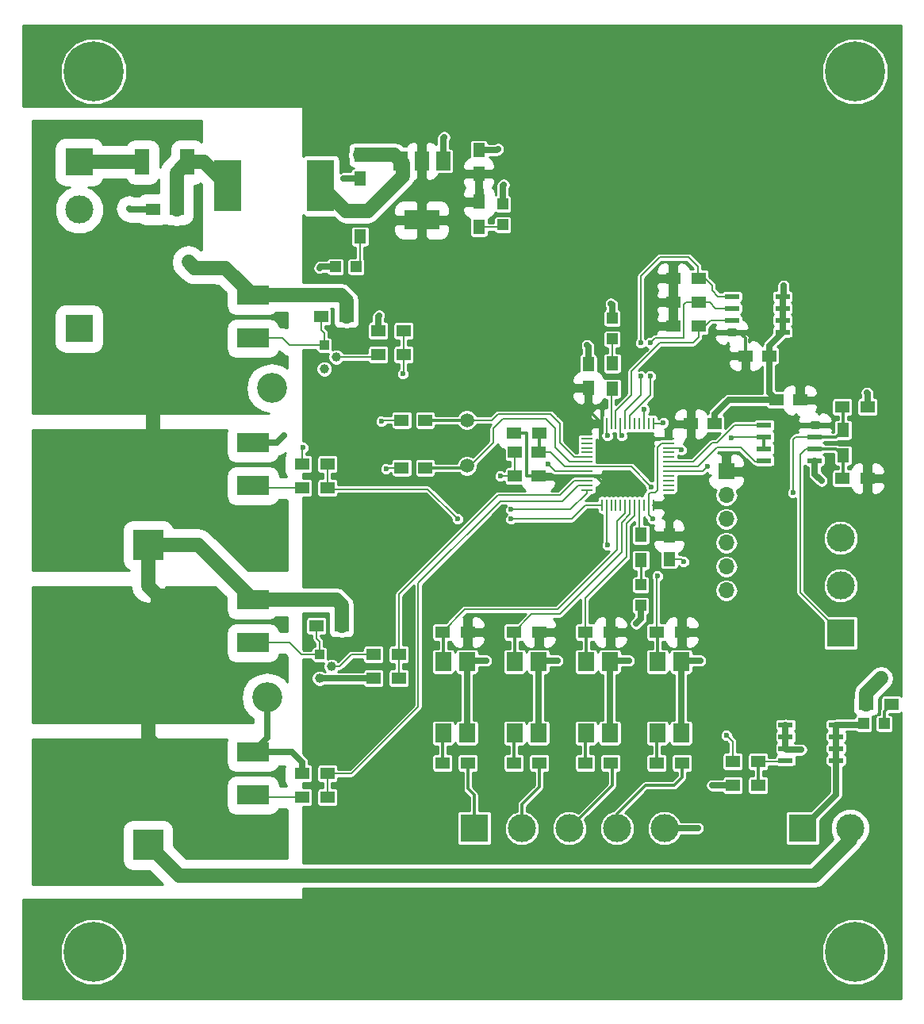
<source format=gbr>
G04 #@! TF.FileFunction,Copper,L1,Top,Signal*
%FSLAX46Y46*%
G04 Gerber Fmt 4.6, Leading zero omitted, Abs format (unit mm)*
G04 Created by KiCad (PCBNEW 4.0.6) date 05/19/17 13:08:51*
%MOMM*%
%LPD*%
G01*
G04 APERTURE LIST*
%ADD10C,0.100000*%
%ADD11C,3.000000*%
%ADD12R,3.000000X3.000000*%
%ADD13R,1.500000X1.250000*%
%ADD14R,1.250000X1.500000*%
%ADD15R,1.200000X1.200000*%
%ADD16R,3.200000X3.200000*%
%ADD17O,3.200000X3.200000*%
%ADD18R,1.500000X2.700000*%
%ADD19R,1.700000X1.700000*%
%ADD20O,1.700000X1.700000*%
%ADD21R,2.900680X5.400040*%
%ADD22C,1.000000*%
%ADD23R,1.000000X1.000000*%
%ADD24R,3.500000X2.000000*%
%ADD25R,7.000000X7.000000*%
%ADD26R,1.500000X1.300000*%
%ADD27R,1.300000X1.500000*%
%ADD28R,1.780000X2.000000*%
%ADD29R,1.300000X0.250000*%
%ADD30R,0.250000X1.300000*%
%ADD31R,3.800000X2.000000*%
%ADD32R,1.500000X2.000000*%
%ADD33R,1.550000X0.600000*%
%ADD34C,1.500000*%
%ADD35C,6.400000*%
%ADD36C,0.600000*%
%ADD37C,0.200000*%
%ADD38C,0.300000*%
%ADD39C,0.700000*%
%ADD40C,1.500000*%
%ADD41C,0.250000*%
G04 APERTURE END LIST*
D10*
D11*
X86360000Y-101092000D03*
X91440000Y-101092000D03*
D12*
X81280000Y-101092000D03*
D11*
X96520000Y-101092000D03*
X101600000Y-101092000D03*
D13*
X76053000Y-57531000D03*
X73553000Y-57531000D03*
X76053000Y-62611000D03*
X73553000Y-62611000D03*
X88118000Y-60960000D03*
X85618000Y-60960000D03*
X49510000Y-35052000D03*
X47010000Y-35052000D03*
D14*
X69088000Y-29230000D03*
X69088000Y-31730000D03*
X81788000Y-31222000D03*
X81788000Y-28722000D03*
D13*
X88118000Y-63500000D03*
X85618000Y-63500000D03*
X104414000Y-57912000D03*
X106914000Y-57912000D03*
D14*
X102108000Y-69870000D03*
X102108000Y-72370000D03*
X93472000Y-54082000D03*
X93472000Y-51582000D03*
D13*
X116058000Y-55372000D03*
X113558000Y-55372000D03*
X110256000Y-50673000D03*
X112756000Y-50673000D03*
D15*
X96012000Y-48852000D03*
X96012000Y-46652000D03*
X99060000Y-75100000D03*
X99060000Y-77300000D03*
D16*
X46482000Y-102870000D03*
D17*
X59182000Y-102870000D03*
D16*
X46482000Y-87122000D03*
D17*
X59182000Y-87122000D03*
D16*
X46482000Y-70866000D03*
D17*
X59182000Y-70866000D03*
D16*
X46990000Y-54102000D03*
D17*
X59690000Y-54102000D03*
D18*
X50660000Y-29972000D03*
X45860000Y-29972000D03*
D15*
X84328000Y-36660000D03*
X84328000Y-34460000D03*
X68664000Y-41148000D03*
X66464000Y-41148000D03*
X125052000Y-89916000D03*
X122852000Y-89916000D03*
D12*
X39116000Y-47752000D03*
D11*
X39116000Y-42672000D03*
D12*
X39116000Y-29972000D03*
D11*
X39116000Y-35052000D03*
D19*
X108204000Y-62992000D03*
D20*
X108204000Y-65532000D03*
X108204000Y-68072000D03*
X108204000Y-70612000D03*
X108204000Y-73152000D03*
X108204000Y-75692000D03*
D12*
X116332000Y-101092000D03*
D11*
X121412000Y-101092000D03*
D12*
X120396000Y-80264000D03*
D11*
X120396000Y-75184000D03*
X120396000Y-70104000D03*
D21*
X54993540Y-32512000D03*
X64894460Y-32512000D03*
D22*
X66040000Y-83820000D03*
X64770000Y-85090000D03*
D23*
X64770000Y-82550000D03*
D24*
X57661000Y-81294000D03*
X57661000Y-76714000D03*
D25*
X50261000Y-78994000D03*
D24*
X57661000Y-97550000D03*
X57661000Y-92970000D03*
D25*
X50261000Y-95250000D03*
D24*
X57661000Y-48782000D03*
X57661000Y-44202000D03*
D25*
X50261000Y-46482000D03*
D24*
X57661000Y-64530000D03*
X57661000Y-59950000D03*
D25*
X50261000Y-62230000D03*
D22*
X66548000Y-50800000D03*
X65278000Y-52070000D03*
D23*
X65278000Y-49530000D03*
D26*
X65612000Y-95250000D03*
X62912000Y-95250000D03*
X73232000Y-85090000D03*
X70532000Y-85090000D03*
X70532000Y-82550000D03*
X73232000Y-82550000D03*
X62912000Y-97790000D03*
X65612000Y-97790000D03*
D27*
X96012000Y-54182000D03*
X96012000Y-51482000D03*
X99060000Y-69770000D03*
X99060000Y-72470000D03*
D26*
X85518000Y-58928000D03*
X88218000Y-58928000D03*
X67136000Y-79502000D03*
X64436000Y-79502000D03*
X77898000Y-94107000D03*
X80598000Y-94107000D03*
X85518000Y-94107000D03*
X88218000Y-94107000D03*
X93138000Y-94107000D03*
X95838000Y-94107000D03*
X100758000Y-94107000D03*
X103458000Y-94107000D03*
X80598000Y-80137000D03*
X77898000Y-80137000D03*
X88218000Y-80137000D03*
X85518000Y-80137000D03*
X95838000Y-80137000D03*
X93138000Y-80137000D03*
X103458000Y-80137000D03*
X100758000Y-80137000D03*
X67644000Y-46482000D03*
X64944000Y-46482000D03*
X73740000Y-50546000D03*
X71040000Y-50546000D03*
X65612000Y-64770000D03*
X62912000Y-64770000D03*
X73740000Y-48006000D03*
X71040000Y-48006000D03*
X65612000Y-62230000D03*
X62912000Y-62230000D03*
D27*
X81788000Y-36910000D03*
X81788000Y-34210000D03*
X69088000Y-35226000D03*
X69088000Y-37926000D03*
D26*
X108886000Y-93980000D03*
X111586000Y-93980000D03*
X102536000Y-47498000D03*
X105236000Y-47498000D03*
X102536000Y-44958000D03*
X105236000Y-44958000D03*
X102536000Y-42418000D03*
X105236000Y-42418000D03*
X123110000Y-87884000D03*
X125810000Y-87884000D03*
X123270000Y-63754000D03*
X120570000Y-63754000D03*
D27*
X120650000Y-61294000D03*
X120650000Y-58594000D03*
D26*
X120570000Y-56134000D03*
X123270000Y-56134000D03*
X108886000Y-96520000D03*
X111586000Y-96520000D03*
D28*
X77978000Y-90932000D03*
X80518000Y-83312000D03*
X80518000Y-90932000D03*
X77978000Y-83312000D03*
X85598000Y-90932000D03*
X88138000Y-83312000D03*
X88138000Y-90932000D03*
X85598000Y-83312000D03*
X93218000Y-90932000D03*
X95758000Y-83312000D03*
X95758000Y-90932000D03*
X93218000Y-83312000D03*
X100838000Y-90932000D03*
X103378000Y-83312000D03*
X103378000Y-90932000D03*
X100838000Y-83312000D03*
D29*
X93313000Y-59480000D03*
X93313000Y-59980000D03*
X93313000Y-60480000D03*
X93313000Y-60980000D03*
X93313000Y-61480000D03*
X93313000Y-61980000D03*
X93313000Y-62480000D03*
X93313000Y-62980000D03*
X93313000Y-63480000D03*
X93313000Y-63980000D03*
X93313000Y-64480000D03*
X93313000Y-64980000D03*
D30*
X94913000Y-66580000D03*
X95413000Y-66580000D03*
X95913000Y-66580000D03*
X96413000Y-66580000D03*
X96913000Y-66580000D03*
X97413000Y-66580000D03*
X97913000Y-66580000D03*
X98413000Y-66580000D03*
X98913000Y-66580000D03*
X99413000Y-66580000D03*
X99913000Y-66580000D03*
X100413000Y-66580000D03*
D29*
X102013000Y-64980000D03*
X102013000Y-64480000D03*
X102013000Y-63980000D03*
X102013000Y-63480000D03*
X102013000Y-62980000D03*
X102013000Y-62480000D03*
X102013000Y-61980000D03*
X102013000Y-61480000D03*
X102013000Y-60980000D03*
X102013000Y-60480000D03*
X102013000Y-59980000D03*
X102013000Y-59480000D03*
D30*
X100413000Y-57880000D03*
X99913000Y-57880000D03*
X99413000Y-57880000D03*
X98913000Y-57880000D03*
X98413000Y-57880000D03*
X97913000Y-57880000D03*
X97413000Y-57880000D03*
X96913000Y-57880000D03*
X96413000Y-57880000D03*
X95913000Y-57880000D03*
X95413000Y-57880000D03*
X94913000Y-57880000D03*
D31*
X75692000Y-36170000D03*
D32*
X75692000Y-29870000D03*
X73392000Y-29870000D03*
X77992000Y-29870000D03*
D33*
X114206000Y-48133000D03*
X114206000Y-46863000D03*
X114206000Y-45593000D03*
X114206000Y-44323000D03*
X108806000Y-44323000D03*
X108806000Y-45593000D03*
X108806000Y-46863000D03*
X108806000Y-48133000D03*
X114521000Y-90043000D03*
X114521000Y-91313000D03*
X114521000Y-92583000D03*
X114521000Y-93853000D03*
X119921000Y-93853000D03*
X119921000Y-92583000D03*
X119921000Y-91313000D03*
X119921000Y-90043000D03*
X112235000Y-58039000D03*
X112235000Y-59309000D03*
X112235000Y-60579000D03*
X112235000Y-61849000D03*
X117635000Y-61849000D03*
X117635000Y-60579000D03*
X117635000Y-59309000D03*
X117635000Y-58039000D03*
D34*
X80518000Y-57531000D03*
X80518000Y-62411000D03*
D35*
X40640000Y-20320000D03*
X121920000Y-20320000D03*
X121920000Y-114300000D03*
X40640000Y-114300000D03*
D36*
X105156000Y-101092000D03*
X71882000Y-62738000D03*
X71374000Y-57658000D03*
X89154000Y-62230000D03*
X95504000Y-59182000D03*
X98552000Y-79248000D03*
X118364000Y-64008000D03*
X60960000Y-59182000D03*
X62992000Y-60452000D03*
X100330000Y-68072000D03*
X103632000Y-72644000D03*
X84074000Y-63500000D03*
X97028000Y-59182000D03*
X106680000Y-96520000D03*
X116205000Y-92710000D03*
X105410000Y-83185000D03*
X97790000Y-83185000D03*
X90170000Y-83185000D03*
X82550000Y-83185000D03*
X123190000Y-54610000D03*
X114300000Y-43180000D03*
X95885000Y-45085000D03*
X93345000Y-49530000D03*
X44450000Y-34925000D03*
X71120000Y-46355000D03*
X64770000Y-41275000D03*
X67310000Y-31750000D03*
X84455000Y-32385000D03*
X83820000Y-28575000D03*
X78105000Y-27305000D03*
X100203000Y-64643000D03*
X97282000Y-43434000D03*
X100584000Y-44958000D03*
X95250000Y-60706000D03*
X94996000Y-64262000D03*
X101473000Y-57785000D03*
X103378000Y-60706000D03*
X115316000Y-65278000D03*
X100838000Y-74168000D03*
X99441000Y-56388000D03*
X85217000Y-67056000D03*
X73660000Y-52578000D03*
X79502000Y-68072000D03*
X85217000Y-68072000D03*
X108204000Y-91186000D03*
X95504000Y-70866000D03*
X100076000Y-49276000D03*
X100076000Y-52832000D03*
X99060000Y-49276000D03*
X99060000Y-52832000D03*
X108712000Y-59436000D03*
X106172000Y-62484000D03*
X50800000Y-40640000D03*
X124714000Y-85090000D03*
D37*
X80518000Y-57531000D02*
X83185000Y-57531000D01*
X91948000Y-61468000D02*
X93301000Y-61468000D01*
X90424000Y-59944000D02*
X91948000Y-61468000D01*
X90424000Y-57912000D02*
X90424000Y-59944000D01*
X89408000Y-56896000D02*
X90424000Y-57912000D01*
X83820000Y-56896000D02*
X89408000Y-56896000D01*
X83185000Y-57531000D02*
X83820000Y-56896000D01*
X93301000Y-61468000D02*
X93313000Y-61480000D01*
D38*
X76053000Y-57531000D02*
X80518000Y-57531000D01*
D39*
X101600000Y-101092000D02*
X105156000Y-101092000D01*
D37*
X73553000Y-62611000D02*
X72009000Y-62611000D01*
X72009000Y-62611000D02*
X71882000Y-62738000D01*
X73553000Y-57531000D02*
X71501000Y-57531000D01*
X71501000Y-57531000D02*
X71374000Y-57658000D01*
X93313000Y-62980000D02*
X89904000Y-62980000D01*
X89904000Y-62980000D02*
X89154000Y-62230000D01*
X95413000Y-59091000D02*
X95504000Y-59182000D01*
X95413000Y-59091000D02*
X95413000Y-57880000D01*
D39*
X99060000Y-77300000D02*
X99060000Y-78740000D01*
X99060000Y-78740000D02*
X98552000Y-79248000D01*
X117635000Y-61849000D02*
X117635000Y-63279000D01*
X117635000Y-63279000D02*
X118364000Y-64008000D01*
X57661000Y-59950000D02*
X60192000Y-59950000D01*
X60192000Y-59950000D02*
X60960000Y-59182000D01*
D37*
X102013000Y-59980000D02*
X101310000Y-59980000D01*
X99913000Y-65441000D02*
X99913000Y-66580000D01*
X100076000Y-65278000D02*
X99913000Y-65441000D01*
X100584000Y-65278000D02*
X100076000Y-65278000D01*
X100838000Y-65024000D02*
X100584000Y-65278000D01*
X100838000Y-60452000D02*
X100838000Y-65024000D01*
X101310000Y-59980000D02*
X100838000Y-60452000D01*
X62912000Y-62230000D02*
X62912000Y-60532000D01*
X62912000Y-60532000D02*
X62992000Y-60452000D01*
X99913000Y-66580000D02*
X99913000Y-67655000D01*
X99913000Y-67655000D02*
X100330000Y-68072000D01*
X102108000Y-72370000D02*
X103358000Y-72370000D01*
X103358000Y-72370000D02*
X103632000Y-72644000D01*
X85618000Y-60960000D02*
X85618000Y-63500000D01*
X85618000Y-63500000D02*
X84074000Y-63500000D01*
X96913000Y-57880000D02*
X96913000Y-59067000D01*
X96913000Y-59067000D02*
X97028000Y-59182000D01*
D39*
X108886000Y-96520000D02*
X106680000Y-96520000D01*
X114521000Y-90043000D02*
X114521000Y-91313000D01*
X114521000Y-91313000D02*
X114521000Y-92583000D01*
X114521000Y-92583000D02*
X114648000Y-92710000D01*
X114648000Y-92710000D02*
X116205000Y-92710000D01*
X62912000Y-95250000D02*
X62912000Y-94027000D01*
X61855000Y-92970000D02*
X57661000Y-92970000D01*
X62912000Y-94027000D02*
X61855000Y-92970000D01*
X59182000Y-87122000D02*
X59182000Y-91449000D01*
X59182000Y-91449000D02*
X57661000Y-92970000D01*
X64770000Y-85090000D02*
X70532000Y-85090000D01*
X103378000Y-90932000D02*
X103378000Y-83312000D01*
X103378000Y-83312000D02*
X103505000Y-83185000D01*
X103505000Y-83185000D02*
X105410000Y-83185000D01*
X95758000Y-90932000D02*
X95758000Y-83312000D01*
X95758000Y-83312000D02*
X95885000Y-83185000D01*
X95885000Y-83185000D02*
X97790000Y-83185000D01*
X88138000Y-90932000D02*
X88138000Y-83312000D01*
X88138000Y-83312000D02*
X88265000Y-83185000D01*
X88265000Y-83185000D02*
X90170000Y-83185000D01*
X80518000Y-90932000D02*
X80518000Y-83312000D01*
X80518000Y-83312000D02*
X80645000Y-83185000D01*
X80645000Y-83185000D02*
X82550000Y-83185000D01*
X123270000Y-56134000D02*
X123270000Y-54690000D01*
X123270000Y-54690000D02*
X123190000Y-54610000D01*
X106914000Y-57912000D02*
X106914000Y-56916000D01*
X108458000Y-55372000D02*
X113558000Y-55372000D01*
X106914000Y-56916000D02*
X108458000Y-55372000D01*
X113558000Y-55372000D02*
X112756000Y-54570000D01*
X112756000Y-54570000D02*
X112756000Y-50673000D01*
X112756000Y-50673000D02*
X112756000Y-49583000D01*
X112756000Y-49583000D02*
X114206000Y-48133000D01*
X114206000Y-48133000D02*
X114206000Y-45593000D01*
X114206000Y-45593000D02*
X114206000Y-44323000D01*
X114206000Y-44323000D02*
X114300000Y-44229000D01*
X114300000Y-44229000D02*
X114300000Y-43180000D01*
X96012000Y-46652000D02*
X96012000Y-45212000D01*
X96012000Y-45212000D02*
X95885000Y-45085000D01*
X93472000Y-51582000D02*
X93472000Y-49657000D01*
X93472000Y-49657000D02*
X93345000Y-49530000D01*
X47010000Y-35052000D02*
X44577000Y-35052000D01*
X44577000Y-35052000D02*
X44450000Y-34925000D01*
X71040000Y-48006000D02*
X71040000Y-46435000D01*
X71040000Y-46435000D02*
X71120000Y-46355000D01*
X66464000Y-41148000D02*
X64897000Y-41148000D01*
X64897000Y-41148000D02*
X64770000Y-41275000D01*
X69088000Y-31730000D02*
X67330000Y-31730000D01*
X67330000Y-31730000D02*
X67310000Y-31750000D01*
X84328000Y-34460000D02*
X84328000Y-32512000D01*
X84328000Y-32512000D02*
X84455000Y-32385000D01*
X81788000Y-28722000D02*
X83673000Y-28722000D01*
X83673000Y-28722000D02*
X83820000Y-28575000D01*
X77992000Y-29870000D02*
X77992000Y-27418000D01*
X77992000Y-27418000D02*
X78105000Y-27305000D01*
D37*
X114206000Y-44323000D02*
X114206000Y-45593000D01*
X114206000Y-45593000D02*
X114206000Y-46863000D01*
X114206000Y-46863000D02*
X114206000Y-48133000D01*
X80518000Y-62411000D02*
X80845000Y-62411000D01*
X80845000Y-62411000D02*
X83312000Y-59944000D01*
X91444000Y-61980000D02*
X93313000Y-61980000D01*
X89916000Y-60452000D02*
X91444000Y-61980000D01*
X89916000Y-58420000D02*
X89916000Y-60452000D01*
X88900000Y-57404000D02*
X89916000Y-58420000D01*
X84328000Y-57404000D02*
X88900000Y-57404000D01*
X83312000Y-58420000D02*
X84328000Y-57404000D01*
X83312000Y-59944000D02*
X83312000Y-58420000D01*
D38*
X76053000Y-62611000D02*
X80318000Y-62611000D01*
X80318000Y-62611000D02*
X80518000Y-62411000D01*
D37*
X98040000Y-62480000D02*
X93313000Y-62480000D01*
X100203000Y-64643000D02*
X98040000Y-62480000D01*
X93313000Y-62480000D02*
X90928000Y-62480000D01*
X89408000Y-60960000D02*
X88118000Y-60960000D01*
X90928000Y-62480000D02*
X89408000Y-60960000D01*
D38*
X88118000Y-61194000D02*
X88118000Y-60960000D01*
X88218000Y-58928000D02*
X88218000Y-60860000D01*
X88218000Y-60860000D02*
X88118000Y-60960000D01*
D40*
X49510000Y-35052000D02*
X49510000Y-31122000D01*
X49510000Y-31122000D02*
X50660000Y-29972000D01*
X50660000Y-29972000D02*
X52453540Y-29972000D01*
X52453540Y-29972000D02*
X54993540Y-32512000D01*
X69088000Y-35226000D02*
X67608460Y-35226000D01*
X67608460Y-35226000D02*
X64894460Y-32512000D01*
X69088000Y-35226000D02*
X69930000Y-35226000D01*
X73660000Y-31496000D02*
X73660000Y-30138000D01*
X69930000Y-35226000D02*
X73660000Y-31496000D01*
X73660000Y-30138000D02*
X73392000Y-29870000D01*
X69088000Y-29230000D02*
X72752000Y-29230000D01*
X72752000Y-29230000D02*
X73392000Y-29870000D01*
D38*
X102536000Y-44958000D02*
X100584000Y-44958000D01*
X102108000Y-69870000D02*
X102108000Y-67056000D01*
X102108000Y-67056000D02*
X101632000Y-66580000D01*
X101632000Y-66580000D02*
X100413000Y-66580000D01*
X102013000Y-59480000D02*
X100286000Y-59480000D01*
X100286000Y-59480000D02*
X100076000Y-59690000D01*
X93313000Y-63480000D02*
X94214000Y-63480000D01*
X94742000Y-58051000D02*
X94913000Y-57880000D01*
X94742000Y-60198000D02*
X94742000Y-58051000D01*
X95250000Y-60706000D02*
X94742000Y-60198000D01*
X94214000Y-63480000D02*
X94996000Y-64262000D01*
X93313000Y-63480000D02*
X88138000Y-63480000D01*
X88138000Y-63480000D02*
X88118000Y-63500000D01*
X85518000Y-58928000D02*
X86868000Y-58928000D01*
X86868000Y-63500000D02*
X88118000Y-63500000D01*
X86868000Y-58928000D02*
X86868000Y-63500000D01*
X108806000Y-48133000D02*
X109601000Y-48133000D01*
X110256000Y-48788000D02*
X110256000Y-50673000D01*
X109601000Y-48133000D02*
X110256000Y-48788000D01*
X102536000Y-47498000D02*
X102536000Y-44958000D01*
X102536000Y-42418000D02*
X102536000Y-44958000D01*
X93472000Y-54082000D02*
X93472000Y-56439000D01*
X93472000Y-56439000D02*
X94913000Y-57880000D01*
X93293000Y-63500000D02*
X93313000Y-63480000D01*
X101600000Y-66548000D02*
X100584000Y-66548000D01*
X102108000Y-67056000D02*
X101600000Y-66548000D01*
X102013000Y-59480000D02*
X102013000Y-58515000D01*
X102616000Y-57912000D02*
X104414000Y-57912000D01*
X102013000Y-58515000D02*
X102616000Y-57912000D01*
D37*
X96012000Y-48852000D02*
X96012000Y-51482000D01*
D41*
X99060000Y-75100000D02*
X99060000Y-72470000D01*
D40*
X46482000Y-87122000D02*
X46482000Y-82773000D01*
X46482000Y-82773000D02*
X50261000Y-78994000D01*
X46482000Y-87122000D02*
X46482000Y-91471000D01*
X46482000Y-91471000D02*
X50261000Y-95250000D01*
X46482000Y-75215000D02*
X50261000Y-78994000D01*
X46990000Y-54102000D02*
X46990000Y-49753000D01*
X46990000Y-49753000D02*
X50261000Y-46482000D01*
X39116000Y-42672000D02*
X46451000Y-42672000D01*
X46451000Y-42672000D02*
X50261000Y-46482000D01*
X46990000Y-54102000D02*
X46990000Y-58959000D01*
X46990000Y-58959000D02*
X50261000Y-62230000D01*
D37*
X81788000Y-36910000D02*
X84078000Y-36910000D01*
X84078000Y-36910000D02*
X84328000Y-36660000D01*
X69088000Y-37926000D02*
X69088000Y-40724000D01*
X69088000Y-40724000D02*
X68664000Y-41148000D01*
D38*
X125052000Y-89916000D02*
X125052000Y-88642000D01*
X125052000Y-88642000D02*
X125810000Y-87884000D01*
D39*
X119921000Y-93853000D02*
X119921000Y-97503000D01*
X119921000Y-97503000D02*
X116332000Y-101092000D01*
X119921000Y-90043000D02*
X122725000Y-90043000D01*
X122725000Y-90043000D02*
X122852000Y-89916000D01*
X119921000Y-90043000D02*
X119921000Y-91313000D01*
X119921000Y-91313000D02*
X119921000Y-92583000D01*
X119921000Y-92583000D02*
X119921000Y-93853000D01*
D38*
X122725000Y-90043000D02*
X122852000Y-89916000D01*
X86360000Y-101092000D02*
X86360000Y-98552000D01*
X88218000Y-96694000D02*
X88218000Y-94107000D01*
X86360000Y-98552000D02*
X88218000Y-96694000D01*
X91440000Y-101092000D02*
X96012000Y-96520000D01*
X96012000Y-96520000D02*
X96012000Y-94281000D01*
X96012000Y-94281000D02*
X95838000Y-94107000D01*
X80598000Y-94107000D02*
X80598000Y-96854000D01*
X81280000Y-97536000D02*
X81280000Y-101092000D01*
X80598000Y-96854000D02*
X81280000Y-97536000D01*
X96520000Y-101092000D02*
X96520000Y-99568000D01*
X103458000Y-95678000D02*
X103458000Y-94107000D01*
X102616000Y-96520000D02*
X103458000Y-95678000D01*
X99568000Y-96520000D02*
X102616000Y-96520000D01*
X96520000Y-99568000D02*
X99568000Y-96520000D01*
D41*
X96520000Y-101092000D02*
X96520000Y-100076000D01*
D37*
X100413000Y-57880000D02*
X101378000Y-57880000D01*
X101378000Y-57880000D02*
X101473000Y-57785000D01*
X102013000Y-60480000D02*
X103152000Y-60480000D01*
X103152000Y-60480000D02*
X103378000Y-60706000D01*
X117635000Y-60579000D02*
X116713000Y-60579000D01*
X116078000Y-75946000D02*
X120396000Y-80264000D01*
X116078000Y-61214000D02*
X116078000Y-75946000D01*
X116713000Y-60579000D02*
X116078000Y-61214000D01*
D38*
X120650000Y-61294000D02*
X120650000Y-63674000D01*
X120650000Y-63674000D02*
X120570000Y-63754000D01*
X117635000Y-60579000D02*
X119935000Y-60579000D01*
X119935000Y-60579000D02*
X120650000Y-61294000D01*
D37*
X117635000Y-59309000D02*
X115570000Y-59309000D01*
X115316000Y-59563000D02*
X115316000Y-65278000D01*
X115570000Y-59309000D02*
X115316000Y-59563000D01*
D38*
X120650000Y-58594000D02*
X120650000Y-56214000D01*
X120650000Y-56214000D02*
X120570000Y-56134000D01*
X117635000Y-59309000D02*
X119935000Y-59309000D01*
X119935000Y-59309000D02*
X120650000Y-58594000D01*
D37*
X66040000Y-83820000D02*
X66929000Y-83820000D01*
X68199000Y-82550000D02*
X70532000Y-82550000D01*
X66929000Y-83820000D02*
X68199000Y-82550000D01*
X64770000Y-82550000D02*
X62865000Y-82550000D01*
X61609000Y-81294000D02*
X57661000Y-81294000D01*
X62865000Y-82550000D02*
X61609000Y-81294000D01*
X64770000Y-82550000D02*
X64770000Y-81153000D01*
X64436000Y-80819000D02*
X64436000Y-79502000D01*
X64770000Y-81153000D02*
X64436000Y-80819000D01*
X62912000Y-97790000D02*
X57901000Y-97790000D01*
X57901000Y-97790000D02*
X57661000Y-97550000D01*
X65278000Y-49530000D02*
X61595000Y-49530000D01*
X60847000Y-48782000D02*
X57661000Y-48782000D01*
X61595000Y-49530000D02*
X60847000Y-48782000D01*
X65278000Y-49530000D02*
X65278000Y-48260000D01*
X64944000Y-47926000D02*
X64944000Y-46482000D01*
X65278000Y-48260000D02*
X64944000Y-47926000D01*
X62912000Y-64770000D02*
X57901000Y-64770000D01*
X57901000Y-64770000D02*
X57661000Y-64530000D01*
X66548000Y-50800000D02*
X70786000Y-50800000D01*
X70786000Y-50800000D02*
X71040000Y-50546000D01*
X93313000Y-64480000D02*
X92365000Y-64480000D01*
X68199000Y-95250000D02*
X65612000Y-95250000D01*
X75311000Y-88138000D02*
X68199000Y-95250000D01*
X75311000Y-74930000D02*
X75311000Y-88138000D01*
X84074000Y-66167000D02*
X75311000Y-74930000D01*
X90678000Y-66167000D02*
X84074000Y-66167000D01*
X92365000Y-64480000D02*
X90678000Y-66167000D01*
X65612000Y-95250000D02*
X65612000Y-97790000D01*
X73232000Y-85090000D02*
X73232000Y-82550000D01*
X93313000Y-63980000D02*
X91976000Y-63980000D01*
X73232000Y-76120000D02*
X73232000Y-82550000D01*
X83820000Y-65532000D02*
X73232000Y-76120000D01*
X90424000Y-65532000D02*
X83820000Y-65532000D01*
X91976000Y-63980000D02*
X90424000Y-65532000D01*
X95913000Y-57880000D02*
X95913000Y-54281000D01*
X95913000Y-54281000D02*
X96012000Y-54182000D01*
X98913000Y-66580000D02*
X98913000Y-69623000D01*
X98913000Y-69623000D02*
X99060000Y-69770000D01*
D41*
X98913000Y-69623000D02*
X99060000Y-69770000D01*
D38*
X77898000Y-94107000D02*
X77898000Y-91012000D01*
X77898000Y-91012000D02*
X77978000Y-90932000D01*
D41*
X77898000Y-91012000D02*
X77978000Y-90932000D01*
D38*
X85518000Y-94107000D02*
X85518000Y-91012000D01*
X85518000Y-91012000D02*
X85598000Y-90932000D01*
D41*
X85518000Y-91012000D02*
X85598000Y-90932000D01*
D38*
X93138000Y-94107000D02*
X93138000Y-91012000D01*
X93138000Y-91012000D02*
X93218000Y-90932000D01*
D41*
X93138000Y-91012000D02*
X93218000Y-90932000D01*
D38*
X100758000Y-94107000D02*
X100758000Y-91012000D01*
X100758000Y-91012000D02*
X100838000Y-90932000D01*
D41*
X100758000Y-91012000D02*
X100838000Y-90932000D01*
D37*
X97413000Y-66580000D02*
X97413000Y-67433000D01*
X80311000Y-77724000D02*
X77898000Y-80137000D01*
X90170000Y-77724000D02*
X80311000Y-77724000D01*
X96520000Y-71374000D02*
X90170000Y-77724000D01*
X96520000Y-68326000D02*
X96520000Y-71374000D01*
X97413000Y-67433000D02*
X96520000Y-68326000D01*
D38*
X77978000Y-83312000D02*
X77978000Y-80217000D01*
X77978000Y-80217000D02*
X77898000Y-80137000D01*
D41*
X77978000Y-80217000D02*
X77898000Y-80137000D01*
D37*
X97913000Y-66580000D02*
X97913000Y-67568000D01*
X87423000Y-78232000D02*
X85518000Y-80137000D01*
X90424000Y-78232000D02*
X87423000Y-78232000D01*
X92202000Y-76454000D02*
X90424000Y-78232000D01*
X97028000Y-71628000D02*
X92202000Y-76454000D01*
X97028000Y-68453000D02*
X97028000Y-71628000D01*
X97913000Y-67568000D02*
X97028000Y-68453000D01*
D38*
X85598000Y-83312000D02*
X85598000Y-80217000D01*
X85598000Y-80217000D02*
X85518000Y-80137000D01*
D41*
X85598000Y-80217000D02*
X85518000Y-80137000D01*
D37*
X98413000Y-66580000D02*
X98413000Y-67703000D01*
X93138000Y-76534000D02*
X93138000Y-80137000D01*
X97536000Y-72136000D02*
X93138000Y-76534000D01*
X97536000Y-68580000D02*
X97536000Y-72136000D01*
X98413000Y-67703000D02*
X97536000Y-68580000D01*
D38*
X93218000Y-83312000D02*
X93218000Y-80217000D01*
X93218000Y-80217000D02*
X93138000Y-80137000D01*
D41*
X93218000Y-80217000D02*
X93138000Y-80137000D01*
D37*
X100758000Y-80137000D02*
X100758000Y-74248000D01*
X100758000Y-74248000D02*
X100838000Y-74168000D01*
X99441000Y-56388000D02*
X99413000Y-56416000D01*
X99413000Y-56416000D02*
X99413000Y-57880000D01*
D38*
X100838000Y-83312000D02*
X100838000Y-80217000D01*
X100838000Y-80217000D02*
X100758000Y-80137000D01*
D37*
X73740000Y-50546000D02*
X73740000Y-48006000D01*
X93313000Y-64980000D02*
X93313000Y-65310000D01*
X93313000Y-65310000D02*
X91567000Y-67056000D01*
X91567000Y-67056000D02*
X85217000Y-67056000D01*
X73660000Y-52578000D02*
X73740000Y-52498000D01*
X73740000Y-52498000D02*
X73740000Y-48006000D01*
X94913000Y-66580000D02*
X93186000Y-66580000D01*
X76327000Y-64897000D02*
X65739000Y-64897000D01*
X79502000Y-68072000D02*
X76327000Y-64897000D01*
X91694000Y-68072000D02*
X85217000Y-68072000D01*
X93186000Y-66580000D02*
X91694000Y-68072000D01*
X65739000Y-64897000D02*
X65612000Y-64770000D01*
X65612000Y-64770000D02*
X65612000Y-62230000D01*
X95413000Y-66580000D02*
X95413000Y-70775000D01*
X108886000Y-91868000D02*
X108886000Y-93980000D01*
X108204000Y-91186000D02*
X108886000Y-91868000D01*
X95413000Y-70775000D02*
X95504000Y-70866000D01*
X111586000Y-93980000D02*
X114394000Y-93980000D01*
X114394000Y-93980000D02*
X114521000Y-93853000D01*
D38*
X111586000Y-96520000D02*
X111586000Y-93980000D01*
D37*
X96413000Y-57880000D02*
X96413000Y-56495000D01*
X105236000Y-48688000D02*
X105236000Y-47498000D01*
X104648000Y-49276000D02*
X105236000Y-48688000D01*
X101092000Y-49276000D02*
X104648000Y-49276000D01*
X98044000Y-52324000D02*
X101092000Y-49276000D01*
X98044000Y-54864000D02*
X98044000Y-52324000D01*
X96413000Y-56495000D02*
X98044000Y-54864000D01*
X105236000Y-47498000D02*
X105918000Y-47498000D01*
X105918000Y-47498000D02*
X106553000Y-46863000D01*
X106553000Y-46863000D02*
X108806000Y-46863000D01*
X97913000Y-57880000D02*
X97913000Y-57027000D01*
X103886000Y-44958000D02*
X105236000Y-44958000D01*
X103632000Y-45212000D02*
X103886000Y-44958000D01*
X103632000Y-48768000D02*
X103632000Y-45212000D01*
X100584000Y-48768000D02*
X103632000Y-48768000D01*
X100076000Y-49276000D02*
X100584000Y-48768000D01*
X100076000Y-54864000D02*
X100076000Y-52832000D01*
X97913000Y-57027000D02*
X100076000Y-54864000D01*
X105236000Y-44958000D02*
X106426000Y-44958000D01*
X107061000Y-45593000D02*
X108806000Y-45593000D01*
X106426000Y-44958000D02*
X107061000Y-45593000D01*
X97413000Y-57880000D02*
X97413000Y-56511000D01*
X105156000Y-41148000D02*
X105156000Y-42338000D01*
X104140000Y-40132000D02*
X105156000Y-41148000D01*
X101092000Y-40132000D02*
X104140000Y-40132000D01*
X99060000Y-42164000D02*
X101092000Y-40132000D01*
X99060000Y-43180000D02*
X99060000Y-42164000D01*
X99060000Y-49276000D02*
X99060000Y-43180000D01*
X99060000Y-54864000D02*
X99060000Y-52832000D01*
X97413000Y-56511000D02*
X99060000Y-54864000D01*
X105156000Y-42338000D02*
X105236000Y-42418000D01*
X105236000Y-42418000D02*
X105918000Y-42418000D01*
X105918000Y-42418000D02*
X106680000Y-43180000D01*
X106680000Y-43180000D02*
X106680000Y-43688000D01*
X106680000Y-43688000D02*
X107315000Y-44323000D01*
X107315000Y-44323000D02*
X108806000Y-44323000D01*
X102013000Y-62980000D02*
X105676000Y-62980000D01*
X108839000Y-59309000D02*
X112235000Y-59309000D01*
X108712000Y-59436000D02*
X108839000Y-59309000D01*
X105676000Y-62980000D02*
X106172000Y-62484000D01*
D38*
X112235000Y-59309000D02*
X112235000Y-60579000D01*
D37*
X102013000Y-62480000D02*
X105152000Y-62480000D01*
X111252000Y-61976000D02*
X112108000Y-61976000D01*
X110744000Y-61468000D02*
X111252000Y-61976000D01*
X109728000Y-60452000D02*
X110744000Y-61468000D01*
X107696000Y-60452000D02*
X109728000Y-60452000D01*
X107180000Y-60452000D02*
X107696000Y-60452000D01*
X105152000Y-62480000D02*
X107180000Y-60452000D01*
X112108000Y-61976000D02*
X112235000Y-61849000D01*
X102013000Y-61980000D02*
X104644000Y-61980000D01*
X109093000Y-58039000D02*
X112235000Y-58039000D01*
X107188000Y-59944000D02*
X109093000Y-58039000D01*
X106680000Y-59944000D02*
X107188000Y-59944000D01*
X104644000Y-61980000D02*
X106680000Y-59944000D01*
D40*
X54734000Y-41275000D02*
X57661000Y-44202000D01*
X51435000Y-41275000D02*
X54734000Y-41275000D01*
X50800000Y-40640000D02*
X51435000Y-41275000D01*
X57661000Y-76714000D02*
X66554000Y-76714000D01*
X67136000Y-77296000D02*
X67136000Y-79502000D01*
X66554000Y-76714000D02*
X67136000Y-77296000D01*
X46482000Y-70866000D02*
X51813000Y-70866000D01*
X51813000Y-70866000D02*
X57661000Y-76714000D01*
X39116000Y-29972000D02*
X45860000Y-29972000D01*
X67644000Y-46482000D02*
X67644000Y-44784000D01*
X67644000Y-44784000D02*
X67062000Y-44202000D01*
X67062000Y-44202000D02*
X57661000Y-44202000D01*
X46482000Y-70866000D02*
X46482000Y-75215000D01*
X121412000Y-101092000D02*
X121412000Y-102362000D01*
X121412000Y-102362000D02*
X117602000Y-106172000D01*
X49784000Y-106172000D02*
X46482000Y-102870000D01*
X117602000Y-106172000D02*
X49784000Y-106172000D01*
X124714000Y-85090000D02*
X123110000Y-86694000D01*
X123110000Y-86694000D02*
X123110000Y-87884000D01*
D41*
G36*
X54763960Y-91970000D02*
X54763960Y-93970000D01*
X54842405Y-94386900D01*
X55088793Y-94769798D01*
X55464737Y-95026669D01*
X55911000Y-95117040D01*
X59411000Y-95117040D01*
X59827900Y-95038595D01*
X60210798Y-94792207D01*
X60448034Y-94445000D01*
X61046348Y-94445000D01*
X61014960Y-94600000D01*
X61014960Y-95900000D01*
X61093405Y-96316900D01*
X61224069Y-96519958D01*
X61193293Y-96565000D01*
X60558040Y-96565000D01*
X60558040Y-96550000D01*
X60479595Y-96133100D01*
X60233207Y-95750202D01*
X59857263Y-95493331D01*
X59411000Y-95402960D01*
X55911000Y-95402960D01*
X55494100Y-95481405D01*
X55111202Y-95727793D01*
X54854331Y-96103737D01*
X54763960Y-96550000D01*
X54763960Y-98550000D01*
X54842405Y-98966900D01*
X55088793Y-99349798D01*
X55464737Y-99606669D01*
X55911000Y-99697040D01*
X59411000Y-99697040D01*
X59827900Y-99618595D01*
X60210798Y-99372207D01*
X60454867Y-99015000D01*
X61195140Y-99015000D01*
X61339793Y-99239798D01*
X61343000Y-99241989D01*
X61343000Y-104297000D01*
X50560650Y-104297000D01*
X49229040Y-102965390D01*
X49229040Y-101270000D01*
X49150595Y-100853100D01*
X48904207Y-100470202D01*
X48528263Y-100213331D01*
X48082000Y-100122960D01*
X44882000Y-100122960D01*
X44465100Y-100201405D01*
X44082202Y-100447793D01*
X43825331Y-100823737D01*
X43734960Y-101270000D01*
X43734960Y-104470000D01*
X43813405Y-104886900D01*
X44059793Y-105269798D01*
X44435737Y-105526669D01*
X44882000Y-105617040D01*
X46577390Y-105617040D01*
X48023350Y-107063000D01*
X34161000Y-107063000D01*
X34161000Y-91565000D01*
X54845975Y-91565000D01*
X54763960Y-91970000D01*
X54763960Y-91970000D01*
G37*
X54763960Y-91970000D02*
X54763960Y-93970000D01*
X54842405Y-94386900D01*
X55088793Y-94769798D01*
X55464737Y-95026669D01*
X55911000Y-95117040D01*
X59411000Y-95117040D01*
X59827900Y-95038595D01*
X60210798Y-94792207D01*
X60448034Y-94445000D01*
X61046348Y-94445000D01*
X61014960Y-94600000D01*
X61014960Y-95900000D01*
X61093405Y-96316900D01*
X61224069Y-96519958D01*
X61193293Y-96565000D01*
X60558040Y-96565000D01*
X60558040Y-96550000D01*
X60479595Y-96133100D01*
X60233207Y-95750202D01*
X59857263Y-95493331D01*
X59411000Y-95402960D01*
X55911000Y-95402960D01*
X55494100Y-95481405D01*
X55111202Y-95727793D01*
X54854331Y-96103737D01*
X54763960Y-96550000D01*
X54763960Y-98550000D01*
X54842405Y-98966900D01*
X55088793Y-99349798D01*
X55464737Y-99606669D01*
X55911000Y-99697040D01*
X59411000Y-99697040D01*
X59827900Y-99618595D01*
X60210798Y-99372207D01*
X60454867Y-99015000D01*
X61195140Y-99015000D01*
X61339793Y-99239798D01*
X61343000Y-99241989D01*
X61343000Y-104297000D01*
X50560650Y-104297000D01*
X49229040Y-102965390D01*
X49229040Y-101270000D01*
X49150595Y-100853100D01*
X48904207Y-100470202D01*
X48528263Y-100213331D01*
X48082000Y-100122960D01*
X44882000Y-100122960D01*
X44465100Y-100201405D01*
X44082202Y-100447793D01*
X43825331Y-100823737D01*
X43734960Y-101270000D01*
X43734960Y-104470000D01*
X43813405Y-104886900D01*
X44059793Y-105269798D01*
X44435737Y-105526669D01*
X44882000Y-105617040D01*
X46577390Y-105617040D01*
X48023350Y-107063000D01*
X34161000Y-107063000D01*
X34161000Y-91565000D01*
X54845975Y-91565000D01*
X54763960Y-91970000D01*
G36*
X54763960Y-58950000D02*
X54763960Y-60950000D01*
X54842405Y-61366900D01*
X55088793Y-61749798D01*
X55464737Y-62006669D01*
X55911000Y-62097040D01*
X59411000Y-62097040D01*
X59827900Y-62018595D01*
X60210798Y-61772207D01*
X60467669Y-61396263D01*
X60473176Y-61369071D01*
X60756458Y-61312722D01*
X61173379Y-61034145D01*
X61105331Y-61133737D01*
X61014960Y-61580000D01*
X61014960Y-62880000D01*
X61093405Y-63296900D01*
X61224069Y-63499958D01*
X61193293Y-63545000D01*
X60558040Y-63545000D01*
X60558040Y-63530000D01*
X60479595Y-63113100D01*
X60233207Y-62730202D01*
X59857263Y-62473331D01*
X59411000Y-62382960D01*
X55911000Y-62382960D01*
X55494100Y-62461405D01*
X55111202Y-62707793D01*
X54854331Y-63083737D01*
X54763960Y-63530000D01*
X54763960Y-65530000D01*
X54842405Y-65946900D01*
X55088793Y-66329798D01*
X55464737Y-66586669D01*
X55911000Y-66677040D01*
X59411000Y-66677040D01*
X59827900Y-66598595D01*
X60210798Y-66352207D01*
X60454867Y-65995000D01*
X61195140Y-65995000D01*
X61339793Y-66219798D01*
X61343000Y-66221989D01*
X61343000Y-73535000D01*
X57133650Y-73535000D01*
X53138825Y-69540175D01*
X52530532Y-69133726D01*
X51813000Y-68991000D01*
X49177295Y-68991000D01*
X49150595Y-68849100D01*
X48904207Y-68466202D01*
X48528263Y-68209331D01*
X48082000Y-68118960D01*
X44882000Y-68118960D01*
X44465100Y-68197405D01*
X44082202Y-68443793D01*
X43825331Y-68819737D01*
X43734960Y-69266000D01*
X43734960Y-72466000D01*
X43813405Y-72882900D01*
X44059793Y-73265798D01*
X44435737Y-73522669D01*
X44496629Y-73535000D01*
X34161000Y-73535000D01*
X34161000Y-58545000D01*
X54845975Y-58545000D01*
X54763960Y-58950000D01*
X54763960Y-58950000D01*
G37*
X54763960Y-58950000D02*
X54763960Y-60950000D01*
X54842405Y-61366900D01*
X55088793Y-61749798D01*
X55464737Y-62006669D01*
X55911000Y-62097040D01*
X59411000Y-62097040D01*
X59827900Y-62018595D01*
X60210798Y-61772207D01*
X60467669Y-61396263D01*
X60473176Y-61369071D01*
X60756458Y-61312722D01*
X61173379Y-61034145D01*
X61105331Y-61133737D01*
X61014960Y-61580000D01*
X61014960Y-62880000D01*
X61093405Y-63296900D01*
X61224069Y-63499958D01*
X61193293Y-63545000D01*
X60558040Y-63545000D01*
X60558040Y-63530000D01*
X60479595Y-63113100D01*
X60233207Y-62730202D01*
X59857263Y-62473331D01*
X59411000Y-62382960D01*
X55911000Y-62382960D01*
X55494100Y-62461405D01*
X55111202Y-62707793D01*
X54854331Y-63083737D01*
X54763960Y-63530000D01*
X54763960Y-65530000D01*
X54842405Y-65946900D01*
X55088793Y-66329798D01*
X55464737Y-66586669D01*
X55911000Y-66677040D01*
X59411000Y-66677040D01*
X59827900Y-66598595D01*
X60210798Y-66352207D01*
X60454867Y-65995000D01*
X61195140Y-65995000D01*
X61339793Y-66219798D01*
X61343000Y-66221989D01*
X61343000Y-73535000D01*
X57133650Y-73535000D01*
X53138825Y-69540175D01*
X52530532Y-69133726D01*
X51813000Y-68991000D01*
X49177295Y-68991000D01*
X49150595Y-68849100D01*
X48904207Y-68466202D01*
X48528263Y-68209331D01*
X48082000Y-68118960D01*
X44882000Y-68118960D01*
X44465100Y-68197405D01*
X44082202Y-68443793D01*
X43825331Y-68819737D01*
X43734960Y-69266000D01*
X43734960Y-72466000D01*
X43813405Y-72882900D01*
X44059793Y-73265798D01*
X44435737Y-73522669D01*
X44496629Y-73535000D01*
X34161000Y-73535000D01*
X34161000Y-58545000D01*
X54845975Y-58545000D01*
X54763960Y-58950000D01*
G36*
X44749726Y-75932531D02*
X45156175Y-76540825D01*
X45764469Y-76947274D01*
X46482000Y-77090000D01*
X47199531Y-76947274D01*
X47807825Y-76540825D01*
X48214274Y-75932531D01*
X48338302Y-75309000D01*
X53604350Y-75309000D01*
X54763960Y-76468610D01*
X54763960Y-77714000D01*
X54842405Y-78130900D01*
X55088793Y-78513798D01*
X55464737Y-78770669D01*
X55911000Y-78861040D01*
X59411000Y-78861040D01*
X59827900Y-78782595D01*
X60128755Y-78589000D01*
X61343000Y-78589000D01*
X61343000Y-80069000D01*
X60515703Y-80069000D01*
X60479595Y-79877100D01*
X60233207Y-79494202D01*
X59857263Y-79237331D01*
X59411000Y-79146960D01*
X55911000Y-79146960D01*
X55494100Y-79225405D01*
X55111202Y-79471793D01*
X54854331Y-79847737D01*
X54763960Y-80294000D01*
X54763960Y-82294000D01*
X54842405Y-82710900D01*
X55088793Y-83093798D01*
X55464737Y-83350669D01*
X55911000Y-83441040D01*
X59411000Y-83441040D01*
X59827900Y-83362595D01*
X60210798Y-83116207D01*
X60467669Y-82740263D01*
X60512476Y-82519000D01*
X61101588Y-82519000D01*
X61343000Y-82760412D01*
X61343000Y-85465642D01*
X61162252Y-85195134D01*
X60278198Y-84604428D01*
X59235386Y-84397000D01*
X59128614Y-84397000D01*
X58085802Y-84604428D01*
X57201748Y-85195134D01*
X56611042Y-86079188D01*
X56403614Y-87122000D01*
X56611042Y-88164812D01*
X57201748Y-89048866D01*
X57707000Y-89386465D01*
X57707000Y-89791000D01*
X34161000Y-89791000D01*
X34161000Y-75309000D01*
X44625698Y-75309000D01*
X44749726Y-75932531D01*
X44749726Y-75932531D01*
G37*
X44749726Y-75932531D02*
X45156175Y-76540825D01*
X45764469Y-76947274D01*
X46482000Y-77090000D01*
X47199531Y-76947274D01*
X47807825Y-76540825D01*
X48214274Y-75932531D01*
X48338302Y-75309000D01*
X53604350Y-75309000D01*
X54763960Y-76468610D01*
X54763960Y-77714000D01*
X54842405Y-78130900D01*
X55088793Y-78513798D01*
X55464737Y-78770669D01*
X55911000Y-78861040D01*
X59411000Y-78861040D01*
X59827900Y-78782595D01*
X60128755Y-78589000D01*
X61343000Y-78589000D01*
X61343000Y-80069000D01*
X60515703Y-80069000D01*
X60479595Y-79877100D01*
X60233207Y-79494202D01*
X59857263Y-79237331D01*
X59411000Y-79146960D01*
X55911000Y-79146960D01*
X55494100Y-79225405D01*
X55111202Y-79471793D01*
X54854331Y-79847737D01*
X54763960Y-80294000D01*
X54763960Y-82294000D01*
X54842405Y-82710900D01*
X55088793Y-83093798D01*
X55464737Y-83350669D01*
X55911000Y-83441040D01*
X59411000Y-83441040D01*
X59827900Y-83362595D01*
X60210798Y-83116207D01*
X60467669Y-82740263D01*
X60512476Y-82519000D01*
X61101588Y-82519000D01*
X61343000Y-82760412D01*
X61343000Y-85465642D01*
X61162252Y-85195134D01*
X60278198Y-84604428D01*
X59235386Y-84397000D01*
X59128614Y-84397000D01*
X58085802Y-84604428D01*
X57201748Y-85195134D01*
X56611042Y-86079188D01*
X56403614Y-87122000D01*
X56611042Y-88164812D01*
X57201748Y-89048866D01*
X57707000Y-89386465D01*
X57707000Y-89791000D01*
X34161000Y-89791000D01*
X34161000Y-75309000D01*
X44625698Y-75309000D01*
X44749726Y-75932531D01*
G36*
X52199000Y-27799513D02*
X51856263Y-27565331D01*
X51410000Y-27474960D01*
X49910000Y-27474960D01*
X49493100Y-27553405D01*
X49110202Y-27799793D01*
X48853331Y-28175737D01*
X48762960Y-28622000D01*
X48762960Y-29217390D01*
X48184175Y-29796175D01*
X47777726Y-30404468D01*
X47757040Y-30508464D01*
X47757040Y-28622000D01*
X47678595Y-28205100D01*
X47432207Y-27822202D01*
X47056263Y-27565331D01*
X46610000Y-27474960D01*
X45110000Y-27474960D01*
X44693100Y-27553405D01*
X44310202Y-27799793D01*
X44107130Y-28097000D01*
X41692479Y-28097000D01*
X41684595Y-28055100D01*
X41438207Y-27672202D01*
X41062263Y-27415331D01*
X40616000Y-27324960D01*
X37616000Y-27324960D01*
X37199100Y-27403405D01*
X36816202Y-27649793D01*
X36559331Y-28025737D01*
X36468960Y-28472000D01*
X36468960Y-31472000D01*
X36547405Y-31888900D01*
X36793793Y-32271798D01*
X37169737Y-32528669D01*
X37616000Y-32619040D01*
X38130273Y-32619040D01*
X37630999Y-32825336D01*
X36891931Y-33563115D01*
X36491456Y-34527564D01*
X36490545Y-35571854D01*
X36889336Y-36537001D01*
X37627115Y-37276069D01*
X38591564Y-37676544D01*
X39635854Y-37677455D01*
X40601001Y-37278664D01*
X41340069Y-36540885D01*
X41740544Y-35576436D01*
X41741455Y-34532146D01*
X41342664Y-33566999D01*
X40604885Y-32827931D01*
X40101821Y-32619040D01*
X40616000Y-32619040D01*
X41032900Y-32540595D01*
X41415798Y-32294207D01*
X41672669Y-31918263D01*
X41687100Y-31847000D01*
X44110965Y-31847000D01*
X44287793Y-32121798D01*
X44663737Y-32378669D01*
X45110000Y-32469040D01*
X46610000Y-32469040D01*
X47026900Y-32390595D01*
X47409798Y-32144207D01*
X47635000Y-31814612D01*
X47635000Y-33279960D01*
X46260000Y-33279960D01*
X45843100Y-33358405D01*
X45503394Y-33577000D01*
X45036491Y-33577000D01*
X45014458Y-33562278D01*
X44764189Y-33512496D01*
X44734693Y-33500248D01*
X44702475Y-33500220D01*
X44450000Y-33449999D01*
X44199728Y-33499782D01*
X44167794Y-33499754D01*
X44138020Y-33512056D01*
X43885542Y-33562278D01*
X43673373Y-33704044D01*
X43643857Y-33716240D01*
X43621056Y-33739001D01*
X43407017Y-33882017D01*
X43265249Y-34094188D01*
X43242649Y-34116749D01*
X43230294Y-34146502D01*
X43087278Y-34360542D01*
X43037496Y-34610811D01*
X43025248Y-34640307D01*
X43025220Y-34672525D01*
X42974999Y-34925000D01*
X43024782Y-35175272D01*
X43024754Y-35207206D01*
X43037056Y-35236980D01*
X43087278Y-35489458D01*
X43229044Y-35701627D01*
X43241240Y-35731143D01*
X43264001Y-35753944D01*
X43407017Y-35967983D01*
X43534015Y-36094980D01*
X43534017Y-36094983D01*
X43929238Y-36359060D01*
X44012542Y-36414722D01*
X44577000Y-36527001D01*
X44577005Y-36527000D01*
X45511266Y-36527000D01*
X45813737Y-36733669D01*
X46260000Y-36824040D01*
X47760000Y-36824040D01*
X48176900Y-36745595D01*
X48256359Y-36694464D01*
X48313737Y-36733669D01*
X48760000Y-36824040D01*
X48992386Y-36824040D01*
X49510000Y-36927000D01*
X50027614Y-36824040D01*
X50260000Y-36824040D01*
X50676900Y-36745595D01*
X51059798Y-36499207D01*
X51316669Y-36123263D01*
X51407040Y-35677000D01*
X51407040Y-34427000D01*
X51385000Y-34309867D01*
X51385000Y-32469040D01*
X51410000Y-32469040D01*
X51826900Y-32390595D01*
X52066382Y-32236493D01*
X52199000Y-32369111D01*
X52199000Y-39387350D01*
X52125825Y-39314175D01*
X51517532Y-38907726D01*
X50800000Y-38765000D01*
X50082468Y-38907726D01*
X49474175Y-39314175D01*
X49067726Y-39922468D01*
X48925000Y-40640000D01*
X49067726Y-41357532D01*
X49474175Y-41965825D01*
X50109175Y-42600825D01*
X50717469Y-43007274D01*
X51435000Y-43150000D01*
X53957350Y-43150000D01*
X54763960Y-43956610D01*
X54763960Y-45202000D01*
X54842405Y-45618900D01*
X55088793Y-46001798D01*
X55464737Y-46258669D01*
X55911000Y-46349040D01*
X59411000Y-46349040D01*
X59827900Y-46270595D01*
X60128755Y-46077000D01*
X61343000Y-46077000D01*
X61343000Y-47668431D01*
X61315787Y-47650248D01*
X60847000Y-47557000D01*
X60515703Y-47557000D01*
X60479595Y-47365100D01*
X60233207Y-46982202D01*
X59857263Y-46725331D01*
X59411000Y-46634960D01*
X55911000Y-46634960D01*
X55494100Y-46713405D01*
X55111202Y-46959793D01*
X54854331Y-47335737D01*
X54763960Y-47782000D01*
X54763960Y-49782000D01*
X54842405Y-50198900D01*
X55088793Y-50581798D01*
X55464737Y-50838669D01*
X55911000Y-50929040D01*
X59411000Y-50929040D01*
X59827900Y-50850595D01*
X60210798Y-50604207D01*
X60467669Y-50228263D01*
X60483361Y-50150773D01*
X60728794Y-50396206D01*
X61126213Y-50661752D01*
X61343000Y-50704874D01*
X61343000Y-51956471D01*
X60786198Y-51584428D01*
X59743386Y-51377000D01*
X59636614Y-51377000D01*
X58593802Y-51584428D01*
X57709748Y-52175134D01*
X57119042Y-53059188D01*
X56911614Y-54102000D01*
X57119042Y-55144812D01*
X57709748Y-56028866D01*
X58593802Y-56619572D01*
X59355083Y-56771000D01*
X34161000Y-56771000D01*
X34161000Y-46252000D01*
X36468960Y-46252000D01*
X36468960Y-49252000D01*
X36547405Y-49668900D01*
X36793793Y-50051798D01*
X37169737Y-50308669D01*
X37616000Y-50399040D01*
X40616000Y-50399040D01*
X41032900Y-50320595D01*
X41415798Y-50074207D01*
X41672669Y-49698263D01*
X41763040Y-49252000D01*
X41763040Y-46252000D01*
X41684595Y-45835100D01*
X41438207Y-45452202D01*
X41062263Y-45195331D01*
X40616000Y-45104960D01*
X37616000Y-45104960D01*
X37199100Y-45183405D01*
X36816202Y-45429793D01*
X36559331Y-45805737D01*
X36468960Y-46252000D01*
X34161000Y-46252000D01*
X34161000Y-25525000D01*
X52199000Y-25525000D01*
X52199000Y-27799513D01*
X52199000Y-27799513D01*
G37*
X52199000Y-27799513D02*
X51856263Y-27565331D01*
X51410000Y-27474960D01*
X49910000Y-27474960D01*
X49493100Y-27553405D01*
X49110202Y-27799793D01*
X48853331Y-28175737D01*
X48762960Y-28622000D01*
X48762960Y-29217390D01*
X48184175Y-29796175D01*
X47777726Y-30404468D01*
X47757040Y-30508464D01*
X47757040Y-28622000D01*
X47678595Y-28205100D01*
X47432207Y-27822202D01*
X47056263Y-27565331D01*
X46610000Y-27474960D01*
X45110000Y-27474960D01*
X44693100Y-27553405D01*
X44310202Y-27799793D01*
X44107130Y-28097000D01*
X41692479Y-28097000D01*
X41684595Y-28055100D01*
X41438207Y-27672202D01*
X41062263Y-27415331D01*
X40616000Y-27324960D01*
X37616000Y-27324960D01*
X37199100Y-27403405D01*
X36816202Y-27649793D01*
X36559331Y-28025737D01*
X36468960Y-28472000D01*
X36468960Y-31472000D01*
X36547405Y-31888900D01*
X36793793Y-32271798D01*
X37169737Y-32528669D01*
X37616000Y-32619040D01*
X38130273Y-32619040D01*
X37630999Y-32825336D01*
X36891931Y-33563115D01*
X36491456Y-34527564D01*
X36490545Y-35571854D01*
X36889336Y-36537001D01*
X37627115Y-37276069D01*
X38591564Y-37676544D01*
X39635854Y-37677455D01*
X40601001Y-37278664D01*
X41340069Y-36540885D01*
X41740544Y-35576436D01*
X41741455Y-34532146D01*
X41342664Y-33566999D01*
X40604885Y-32827931D01*
X40101821Y-32619040D01*
X40616000Y-32619040D01*
X41032900Y-32540595D01*
X41415798Y-32294207D01*
X41672669Y-31918263D01*
X41687100Y-31847000D01*
X44110965Y-31847000D01*
X44287793Y-32121798D01*
X44663737Y-32378669D01*
X45110000Y-32469040D01*
X46610000Y-32469040D01*
X47026900Y-32390595D01*
X47409798Y-32144207D01*
X47635000Y-31814612D01*
X47635000Y-33279960D01*
X46260000Y-33279960D01*
X45843100Y-33358405D01*
X45503394Y-33577000D01*
X45036491Y-33577000D01*
X45014458Y-33562278D01*
X44764189Y-33512496D01*
X44734693Y-33500248D01*
X44702475Y-33500220D01*
X44450000Y-33449999D01*
X44199728Y-33499782D01*
X44167794Y-33499754D01*
X44138020Y-33512056D01*
X43885542Y-33562278D01*
X43673373Y-33704044D01*
X43643857Y-33716240D01*
X43621056Y-33739001D01*
X43407017Y-33882017D01*
X43265249Y-34094188D01*
X43242649Y-34116749D01*
X43230294Y-34146502D01*
X43087278Y-34360542D01*
X43037496Y-34610811D01*
X43025248Y-34640307D01*
X43025220Y-34672525D01*
X42974999Y-34925000D01*
X43024782Y-35175272D01*
X43024754Y-35207206D01*
X43037056Y-35236980D01*
X43087278Y-35489458D01*
X43229044Y-35701627D01*
X43241240Y-35731143D01*
X43264001Y-35753944D01*
X43407017Y-35967983D01*
X43534015Y-36094980D01*
X43534017Y-36094983D01*
X43929238Y-36359060D01*
X44012542Y-36414722D01*
X44577000Y-36527001D01*
X44577005Y-36527000D01*
X45511266Y-36527000D01*
X45813737Y-36733669D01*
X46260000Y-36824040D01*
X47760000Y-36824040D01*
X48176900Y-36745595D01*
X48256359Y-36694464D01*
X48313737Y-36733669D01*
X48760000Y-36824040D01*
X48992386Y-36824040D01*
X49510000Y-36927000D01*
X50027614Y-36824040D01*
X50260000Y-36824040D01*
X50676900Y-36745595D01*
X51059798Y-36499207D01*
X51316669Y-36123263D01*
X51407040Y-35677000D01*
X51407040Y-34427000D01*
X51385000Y-34309867D01*
X51385000Y-32469040D01*
X51410000Y-32469040D01*
X51826900Y-32390595D01*
X52066382Y-32236493D01*
X52199000Y-32369111D01*
X52199000Y-39387350D01*
X52125825Y-39314175D01*
X51517532Y-38907726D01*
X50800000Y-38765000D01*
X50082468Y-38907726D01*
X49474175Y-39314175D01*
X49067726Y-39922468D01*
X48925000Y-40640000D01*
X49067726Y-41357532D01*
X49474175Y-41965825D01*
X50109175Y-42600825D01*
X50717469Y-43007274D01*
X51435000Y-43150000D01*
X53957350Y-43150000D01*
X54763960Y-43956610D01*
X54763960Y-45202000D01*
X54842405Y-45618900D01*
X55088793Y-46001798D01*
X55464737Y-46258669D01*
X55911000Y-46349040D01*
X59411000Y-46349040D01*
X59827900Y-46270595D01*
X60128755Y-46077000D01*
X61343000Y-46077000D01*
X61343000Y-47668431D01*
X61315787Y-47650248D01*
X60847000Y-47557000D01*
X60515703Y-47557000D01*
X60479595Y-47365100D01*
X60233207Y-46982202D01*
X59857263Y-46725331D01*
X59411000Y-46634960D01*
X55911000Y-46634960D01*
X55494100Y-46713405D01*
X55111202Y-46959793D01*
X54854331Y-47335737D01*
X54763960Y-47782000D01*
X54763960Y-49782000D01*
X54842405Y-50198900D01*
X55088793Y-50581798D01*
X55464737Y-50838669D01*
X55911000Y-50929040D01*
X59411000Y-50929040D01*
X59827900Y-50850595D01*
X60210798Y-50604207D01*
X60467669Y-50228263D01*
X60483361Y-50150773D01*
X60728794Y-50396206D01*
X61126213Y-50661752D01*
X61343000Y-50704874D01*
X61343000Y-51956471D01*
X60786198Y-51584428D01*
X59743386Y-51377000D01*
X59636614Y-51377000D01*
X58593802Y-51584428D01*
X57709748Y-52175134D01*
X57119042Y-53059188D01*
X56911614Y-54102000D01*
X57119042Y-55144812D01*
X57709748Y-56028866D01*
X58593802Y-56619572D01*
X59355083Y-56771000D01*
X34161000Y-56771000D01*
X34161000Y-46252000D01*
X36468960Y-46252000D01*
X36468960Y-49252000D01*
X36547405Y-49668900D01*
X36793793Y-50051798D01*
X37169737Y-50308669D01*
X37616000Y-50399040D01*
X40616000Y-50399040D01*
X41032900Y-50320595D01*
X41415798Y-50074207D01*
X41672669Y-49698263D01*
X41763040Y-49252000D01*
X41763040Y-46252000D01*
X41684595Y-45835100D01*
X41438207Y-45452202D01*
X41062263Y-45195331D01*
X40616000Y-45104960D01*
X37616000Y-45104960D01*
X37199100Y-45183405D01*
X36816202Y-45429793D01*
X36559331Y-45805737D01*
X36468960Y-46252000D01*
X34161000Y-46252000D01*
X34161000Y-25525000D01*
X52199000Y-25525000D01*
X52199000Y-27799513D01*
G36*
X126875000Y-87031010D02*
X126834069Y-86967401D01*
X126708754Y-86881777D01*
X126560000Y-86851654D01*
X125060000Y-86851654D01*
X124921034Y-86877802D01*
X124793401Y-86959931D01*
X124707777Y-87085246D01*
X124677654Y-87234000D01*
X124677654Y-88275431D01*
X124566963Y-88441091D01*
X124527000Y-88642000D01*
X124527000Y-88933654D01*
X124452000Y-88933654D01*
X124327338Y-88957111D01*
X124447038Y-88781924D01*
X124497244Y-88534000D01*
X124497244Y-87251300D01*
X125686272Y-86062272D01*
X125984335Y-85616189D01*
X126089001Y-85090000D01*
X125984335Y-84563810D01*
X125686272Y-84117728D01*
X125240190Y-83819665D01*
X124714000Y-83714999D01*
X124187811Y-83819665D01*
X123741728Y-84117728D01*
X122137728Y-85721728D01*
X121839666Y-86167810D01*
X121735000Y-86694000D01*
X121735000Y-87173537D01*
X121722756Y-87234000D01*
X121722756Y-88534000D01*
X121766337Y-88765611D01*
X121903219Y-88978332D01*
X121991014Y-89038319D01*
X121985401Y-89041931D01*
X121899777Y-89167246D01*
X121869654Y-89316000D01*
X121869654Y-89318000D01*
X119921000Y-89318000D01*
X119706563Y-89360654D01*
X119146000Y-89360654D01*
X119007034Y-89386802D01*
X118879401Y-89468931D01*
X118793777Y-89594246D01*
X118763654Y-89743000D01*
X118763654Y-90343000D01*
X118789802Y-90481966D01*
X118871931Y-90609599D01*
X118973034Y-90678680D01*
X118879401Y-90738931D01*
X118793777Y-90864246D01*
X118763654Y-91013000D01*
X118763654Y-91613000D01*
X118789802Y-91751966D01*
X118871931Y-91879599D01*
X118973034Y-91948680D01*
X118879401Y-92008931D01*
X118793777Y-92134246D01*
X118763654Y-92283000D01*
X118763654Y-92883000D01*
X118789802Y-93021966D01*
X118871931Y-93149599D01*
X118973034Y-93218680D01*
X118879401Y-93278931D01*
X118793777Y-93404246D01*
X118763654Y-93553000D01*
X118763654Y-94153000D01*
X118789802Y-94291966D01*
X118871931Y-94419599D01*
X118997246Y-94505223D01*
X119146000Y-94535346D01*
X119196000Y-94535346D01*
X119196000Y-97202695D01*
X117189042Y-99209654D01*
X114832000Y-99209654D01*
X114693034Y-99235802D01*
X114565401Y-99317931D01*
X114479777Y-99443246D01*
X114449654Y-99592000D01*
X114449654Y-102592000D01*
X114475802Y-102730966D01*
X114557931Y-102858599D01*
X114683246Y-102944223D01*
X114832000Y-102974346D01*
X117832000Y-102974346D01*
X117970966Y-102948198D01*
X118098599Y-102866069D01*
X118184223Y-102740754D01*
X118214346Y-102592000D01*
X118214346Y-100234958D01*
X120433652Y-98015653D01*
X120538663Y-97858492D01*
X120590813Y-97780445D01*
X120646000Y-97503000D01*
X120646000Y-94535346D01*
X120696000Y-94535346D01*
X120834966Y-94509198D01*
X120962599Y-94427069D01*
X121048223Y-94301754D01*
X121078346Y-94153000D01*
X121078346Y-93553000D01*
X121052198Y-93414034D01*
X120970069Y-93286401D01*
X120868966Y-93217320D01*
X120962599Y-93157069D01*
X121048223Y-93031754D01*
X121078346Y-92883000D01*
X121078346Y-92283000D01*
X121052198Y-92144034D01*
X120970069Y-92016401D01*
X120868966Y-91947320D01*
X120962599Y-91887069D01*
X121048223Y-91761754D01*
X121078346Y-91613000D01*
X121078346Y-91013000D01*
X121052198Y-90874034D01*
X120983967Y-90768000D01*
X121968537Y-90768000D01*
X121977931Y-90782599D01*
X122103246Y-90868223D01*
X122252000Y-90898346D01*
X123452000Y-90898346D01*
X123590966Y-90872198D01*
X123718599Y-90790069D01*
X123804223Y-90664754D01*
X123834346Y-90516000D01*
X123834346Y-89316000D01*
X123808198Y-89177034D01*
X123804472Y-89171244D01*
X123860000Y-89171244D01*
X124091611Y-89127663D01*
X124154453Y-89087226D01*
X124099777Y-89167246D01*
X124069654Y-89316000D01*
X124069654Y-90516000D01*
X124095802Y-90654966D01*
X124177931Y-90782599D01*
X124303246Y-90868223D01*
X124452000Y-90898346D01*
X125652000Y-90898346D01*
X125790966Y-90872198D01*
X125918599Y-90790069D01*
X126004223Y-90664754D01*
X126034346Y-90516000D01*
X126034346Y-89316000D01*
X126008198Y-89177034D01*
X125926069Y-89049401D01*
X125800754Y-88963777D01*
X125652000Y-88933654D01*
X125577000Y-88933654D01*
X125577000Y-88916346D01*
X126560000Y-88916346D01*
X126698966Y-88890198D01*
X126826599Y-88808069D01*
X126875000Y-88737232D01*
X126875000Y-119255000D01*
X33145000Y-119255000D01*
X33145000Y-115007992D01*
X37064381Y-115007992D01*
X37607496Y-116322429D01*
X38612281Y-117328970D01*
X39925769Y-117874378D01*
X41347992Y-117875619D01*
X42662429Y-117332504D01*
X43668970Y-116327719D01*
X44214378Y-115014231D01*
X44214383Y-115007992D01*
X118344381Y-115007992D01*
X118887496Y-116322429D01*
X119892281Y-117328970D01*
X121205769Y-117874378D01*
X122627992Y-117875619D01*
X123942429Y-117332504D01*
X124948970Y-116327719D01*
X125494378Y-115014231D01*
X125495619Y-113592008D01*
X124952504Y-112277571D01*
X123947719Y-111271030D01*
X122634231Y-110725622D01*
X121212008Y-110724381D01*
X119897571Y-111267496D01*
X118891030Y-112272281D01*
X118345622Y-113585769D01*
X118344381Y-115007992D01*
X44214383Y-115007992D01*
X44215619Y-113592008D01*
X43672504Y-112277571D01*
X42667719Y-111271030D01*
X41354231Y-110725622D01*
X39932008Y-110724381D01*
X38617571Y-111267496D01*
X37611030Y-112272281D01*
X37065622Y-113585769D01*
X37064381Y-115007992D01*
X33145000Y-115007992D01*
X33145000Y-108710000D01*
X62865000Y-108710000D01*
X62913632Y-108700152D01*
X62954601Y-108672159D01*
X62981451Y-108630432D01*
X62990000Y-108585000D01*
X62990000Y-107547000D01*
X117602000Y-107547000D01*
X118128190Y-107442334D01*
X118574272Y-107144272D01*
X122384272Y-103334272D01*
X122682335Y-102888189D01*
X122697655Y-102811172D01*
X123212437Y-102297287D01*
X123536630Y-101516543D01*
X123537368Y-100671166D01*
X123214538Y-99889857D01*
X122617287Y-99291563D01*
X121836543Y-98967370D01*
X120991166Y-98966632D01*
X120209857Y-99289462D01*
X119611563Y-99886713D01*
X119287370Y-100667457D01*
X119286632Y-101512834D01*
X119587782Y-102241674D01*
X117032456Y-104797000D01*
X62990000Y-104797000D01*
X62990000Y-99592000D01*
X79397654Y-99592000D01*
X79397654Y-102592000D01*
X79423802Y-102730966D01*
X79505931Y-102858599D01*
X79631246Y-102944223D01*
X79780000Y-102974346D01*
X82780000Y-102974346D01*
X82918966Y-102948198D01*
X83046599Y-102866069D01*
X83132223Y-102740754D01*
X83162346Y-102592000D01*
X83162346Y-101463324D01*
X84484676Y-101463324D01*
X84769526Y-102152714D01*
X85296511Y-102680620D01*
X85985403Y-102966673D01*
X86731324Y-102967324D01*
X87420714Y-102682474D01*
X87948620Y-102155489D01*
X88234673Y-101466597D01*
X88234675Y-101463324D01*
X89564676Y-101463324D01*
X89849526Y-102152714D01*
X90376511Y-102680620D01*
X91065403Y-102966673D01*
X91811324Y-102967324D01*
X92500714Y-102682474D01*
X93028620Y-102155489D01*
X93314673Y-101466597D01*
X93314675Y-101463324D01*
X94644676Y-101463324D01*
X94929526Y-102152714D01*
X95456511Y-102680620D01*
X96145403Y-102966673D01*
X96891324Y-102967324D01*
X97580714Y-102682474D01*
X98108620Y-102155489D01*
X98394673Y-101466597D01*
X98394675Y-101463324D01*
X99724676Y-101463324D01*
X100009526Y-102152714D01*
X100536511Y-102680620D01*
X101225403Y-102966673D01*
X101971324Y-102967324D01*
X102660714Y-102682474D01*
X103188620Y-102155489D01*
X103329173Y-101817000D01*
X105156000Y-101817000D01*
X105433445Y-101761813D01*
X105668652Y-101604652D01*
X105825813Y-101369445D01*
X105881000Y-101092000D01*
X105825813Y-100814555D01*
X105668652Y-100579348D01*
X105433445Y-100422187D01*
X105156000Y-100367000D01*
X103329188Y-100367000D01*
X103190474Y-100031286D01*
X102663489Y-99503380D01*
X101974597Y-99217327D01*
X101228676Y-99216676D01*
X100539286Y-99501526D01*
X100011380Y-100028511D01*
X99725327Y-100717403D01*
X99724676Y-101463324D01*
X98394675Y-101463324D01*
X98395324Y-100720676D01*
X98110474Y-100031286D01*
X97583489Y-99503380D01*
X97402313Y-99428149D01*
X99785462Y-97045000D01*
X102616000Y-97045000D01*
X102816909Y-97005037D01*
X102987231Y-96891231D01*
X103358462Y-96520000D01*
X105955000Y-96520000D01*
X106010187Y-96797445D01*
X106167348Y-97032652D01*
X106402555Y-97189813D01*
X106680000Y-97245000D01*
X107767766Y-97245000D01*
X107779802Y-97308966D01*
X107861931Y-97436599D01*
X107987246Y-97522223D01*
X108136000Y-97552346D01*
X109636000Y-97552346D01*
X109774966Y-97526198D01*
X109902599Y-97444069D01*
X109988223Y-97318754D01*
X110018346Y-97170000D01*
X110018346Y-95870000D01*
X109992198Y-95731034D01*
X109910069Y-95603401D01*
X109784754Y-95517777D01*
X109636000Y-95487654D01*
X108136000Y-95487654D01*
X107997034Y-95513802D01*
X107869401Y-95595931D01*
X107783777Y-95721246D01*
X107768842Y-95795000D01*
X106680000Y-95795000D01*
X106402555Y-95850187D01*
X106167348Y-96007348D01*
X106010187Y-96242555D01*
X105955000Y-96520000D01*
X103358462Y-96520000D01*
X103829231Y-96049231D01*
X103943037Y-95878909D01*
X103983000Y-95678000D01*
X103983000Y-95139346D01*
X104208000Y-95139346D01*
X104346966Y-95113198D01*
X104474599Y-95031069D01*
X104560223Y-94905754D01*
X104590346Y-94757000D01*
X104590346Y-93457000D01*
X104564198Y-93318034D01*
X104482069Y-93190401D01*
X104356754Y-93104777D01*
X104208000Y-93074654D01*
X102708000Y-93074654D01*
X102569034Y-93100802D01*
X102441401Y-93182931D01*
X102355777Y-93308246D01*
X102325654Y-93457000D01*
X102325654Y-94757000D01*
X102351802Y-94895966D01*
X102433931Y-95023599D01*
X102559246Y-95109223D01*
X102708000Y-95139346D01*
X102933000Y-95139346D01*
X102933000Y-95460538D01*
X102398538Y-95995000D01*
X99568000Y-95995000D01*
X99367091Y-96034963D01*
X99196769Y-96148769D01*
X96148769Y-99196769D01*
X96130430Y-99224215D01*
X95459286Y-99501526D01*
X94931380Y-100028511D01*
X94645327Y-100717403D01*
X94644676Y-101463324D01*
X93314675Y-101463324D01*
X93315324Y-100720676D01*
X93092664Y-100181798D01*
X96383231Y-96891231D01*
X96497037Y-96720909D01*
X96537000Y-96520000D01*
X96537000Y-95139346D01*
X96588000Y-95139346D01*
X96726966Y-95113198D01*
X96854599Y-95031069D01*
X96940223Y-94905754D01*
X96970346Y-94757000D01*
X96970346Y-93457000D01*
X96944198Y-93318034D01*
X96862069Y-93190401D01*
X96736754Y-93104777D01*
X96588000Y-93074654D01*
X95088000Y-93074654D01*
X94949034Y-93100802D01*
X94821401Y-93182931D01*
X94735777Y-93308246D01*
X94705654Y-93457000D01*
X94705654Y-94757000D01*
X94731802Y-94895966D01*
X94813931Y-95023599D01*
X94939246Y-95109223D01*
X95088000Y-95139346D01*
X95487000Y-95139346D01*
X95487000Y-96302538D01*
X92349924Y-99439614D01*
X91814597Y-99217327D01*
X91068676Y-99216676D01*
X90379286Y-99501526D01*
X89851380Y-100028511D01*
X89565327Y-100717403D01*
X89564676Y-101463324D01*
X88234675Y-101463324D01*
X88235324Y-100720676D01*
X87950474Y-100031286D01*
X87423489Y-99503380D01*
X86885000Y-99279780D01*
X86885000Y-98769462D01*
X88589231Y-97065231D01*
X88703037Y-96894909D01*
X88743000Y-96694000D01*
X88743000Y-95139346D01*
X88968000Y-95139346D01*
X89106966Y-95113198D01*
X89234599Y-95031069D01*
X89320223Y-94905754D01*
X89350346Y-94757000D01*
X89350346Y-93457000D01*
X89324198Y-93318034D01*
X89242069Y-93190401D01*
X89116754Y-93104777D01*
X88968000Y-93074654D01*
X87468000Y-93074654D01*
X87329034Y-93100802D01*
X87201401Y-93182931D01*
X87115777Y-93308246D01*
X87085654Y-93457000D01*
X87085654Y-94757000D01*
X87111802Y-94895966D01*
X87193931Y-95023599D01*
X87319246Y-95109223D01*
X87468000Y-95139346D01*
X87693000Y-95139346D01*
X87693000Y-96476538D01*
X85988769Y-98180769D01*
X85874963Y-98351091D01*
X85835000Y-98552000D01*
X85835000Y-99280174D01*
X85299286Y-99501526D01*
X84771380Y-100028511D01*
X84485327Y-100717403D01*
X84484676Y-101463324D01*
X83162346Y-101463324D01*
X83162346Y-99592000D01*
X83136198Y-99453034D01*
X83054069Y-99325401D01*
X82928754Y-99239777D01*
X82780000Y-99209654D01*
X81805000Y-99209654D01*
X81805000Y-97536000D01*
X81765037Y-97335091D01*
X81651231Y-97164769D01*
X81123000Y-96636538D01*
X81123000Y-95139346D01*
X81348000Y-95139346D01*
X81486966Y-95113198D01*
X81614599Y-95031069D01*
X81700223Y-94905754D01*
X81730346Y-94757000D01*
X81730346Y-93457000D01*
X81704198Y-93318034D01*
X81622069Y-93190401D01*
X81496754Y-93104777D01*
X81348000Y-93074654D01*
X79848000Y-93074654D01*
X79709034Y-93100802D01*
X79581401Y-93182931D01*
X79495777Y-93308246D01*
X79465654Y-93457000D01*
X79465654Y-94757000D01*
X79491802Y-94895966D01*
X79573931Y-95023599D01*
X79699246Y-95109223D01*
X79848000Y-95139346D01*
X80073000Y-95139346D01*
X80073000Y-96854000D01*
X80112963Y-97054909D01*
X80226769Y-97225231D01*
X80755000Y-97753462D01*
X80755000Y-99209654D01*
X79780000Y-99209654D01*
X79641034Y-99235802D01*
X79513401Y-99317931D01*
X79427777Y-99443246D01*
X79397654Y-99592000D01*
X62990000Y-99592000D01*
X62990000Y-98822346D01*
X63662000Y-98822346D01*
X63800966Y-98796198D01*
X63928599Y-98714069D01*
X64014223Y-98588754D01*
X64044346Y-98440000D01*
X64044346Y-97140000D01*
X64018198Y-97001034D01*
X63936069Y-96873401D01*
X63810754Y-96787777D01*
X63662000Y-96757654D01*
X62990000Y-96757654D01*
X62990000Y-96282346D01*
X63662000Y-96282346D01*
X63800966Y-96256198D01*
X63928599Y-96174069D01*
X64014223Y-96048754D01*
X64044346Y-95900000D01*
X64044346Y-94600000D01*
X64479654Y-94600000D01*
X64479654Y-95900000D01*
X64505802Y-96038966D01*
X64587931Y-96166599D01*
X64713246Y-96252223D01*
X64862000Y-96282346D01*
X65137000Y-96282346D01*
X65137000Y-96757654D01*
X64862000Y-96757654D01*
X64723034Y-96783802D01*
X64595401Y-96865931D01*
X64509777Y-96991246D01*
X64479654Y-97140000D01*
X64479654Y-98440000D01*
X64505802Y-98578966D01*
X64587931Y-98706599D01*
X64713246Y-98792223D01*
X64862000Y-98822346D01*
X66362000Y-98822346D01*
X66500966Y-98796198D01*
X66628599Y-98714069D01*
X66714223Y-98588754D01*
X66744346Y-98440000D01*
X66744346Y-97140000D01*
X66718198Y-97001034D01*
X66636069Y-96873401D01*
X66510754Y-96787777D01*
X66362000Y-96757654D01*
X66087000Y-96757654D01*
X66087000Y-96282346D01*
X66362000Y-96282346D01*
X66500966Y-96256198D01*
X66628599Y-96174069D01*
X66714223Y-96048754D01*
X66744346Y-95900000D01*
X66744346Y-95725000D01*
X68199000Y-95725000D01*
X68380775Y-95688843D01*
X68534876Y-95585876D01*
X75646876Y-88473876D01*
X75668782Y-88441091D01*
X75749843Y-88319775D01*
X75786000Y-88138000D01*
X75786000Y-75126752D01*
X84270751Y-66642000D01*
X84676295Y-66642000D01*
X84645097Y-66673144D01*
X84542117Y-66921145D01*
X84541883Y-67189677D01*
X84644429Y-67437857D01*
X84770406Y-67564054D01*
X84645097Y-67689144D01*
X84542117Y-67937145D01*
X84541883Y-68205677D01*
X84644429Y-68453857D01*
X84834144Y-68643903D01*
X85082145Y-68746883D01*
X85350677Y-68747117D01*
X85598857Y-68644571D01*
X85696598Y-68547000D01*
X91694000Y-68547000D01*
X91875775Y-68510843D01*
X92029876Y-68407876D01*
X93382751Y-67055000D01*
X94405654Y-67055000D01*
X94405654Y-67230000D01*
X94431802Y-67368966D01*
X94513931Y-67496599D01*
X94639246Y-67582223D01*
X94788000Y-67612346D01*
X94938000Y-67612346D01*
X94938000Y-70477251D01*
X94932097Y-70483144D01*
X94829117Y-70731145D01*
X94828883Y-70999677D01*
X94931429Y-71247857D01*
X95121144Y-71437903D01*
X95369145Y-71540883D01*
X95637677Y-71541117D01*
X95711728Y-71510520D01*
X89973248Y-77249000D01*
X80311000Y-77249000D01*
X80129225Y-77285157D01*
X79975124Y-77388124D01*
X79975122Y-77388127D01*
X78258594Y-79104654D01*
X77148000Y-79104654D01*
X77009034Y-79130802D01*
X76881401Y-79212931D01*
X76795777Y-79338246D01*
X76765654Y-79487000D01*
X76765654Y-80787000D01*
X76791802Y-80925966D01*
X76873931Y-81053599D01*
X76999246Y-81139223D01*
X77148000Y-81169346D01*
X77453000Y-81169346D01*
X77453000Y-81929654D01*
X77088000Y-81929654D01*
X76949034Y-81955802D01*
X76821401Y-82037931D01*
X76735777Y-82163246D01*
X76705654Y-82312000D01*
X76705654Y-84312000D01*
X76731802Y-84450966D01*
X76813931Y-84578599D01*
X76939246Y-84664223D01*
X77088000Y-84694346D01*
X78868000Y-84694346D01*
X79006966Y-84668198D01*
X79134599Y-84586069D01*
X79220223Y-84460754D01*
X79247914Y-84324010D01*
X79271802Y-84450966D01*
X79353931Y-84578599D01*
X79479246Y-84664223D01*
X79628000Y-84694346D01*
X79793000Y-84694346D01*
X79793000Y-89549654D01*
X79628000Y-89549654D01*
X79489034Y-89575802D01*
X79361401Y-89657931D01*
X79275777Y-89783246D01*
X79248086Y-89919990D01*
X79224198Y-89793034D01*
X79142069Y-89665401D01*
X79016754Y-89579777D01*
X78868000Y-89549654D01*
X77088000Y-89549654D01*
X76949034Y-89575802D01*
X76821401Y-89657931D01*
X76735777Y-89783246D01*
X76705654Y-89932000D01*
X76705654Y-91932000D01*
X76731802Y-92070966D01*
X76813931Y-92198599D01*
X76939246Y-92284223D01*
X77088000Y-92314346D01*
X77373000Y-92314346D01*
X77373000Y-93074654D01*
X77148000Y-93074654D01*
X77009034Y-93100802D01*
X76881401Y-93182931D01*
X76795777Y-93308246D01*
X76765654Y-93457000D01*
X76765654Y-94757000D01*
X76791802Y-94895966D01*
X76873931Y-95023599D01*
X76999246Y-95109223D01*
X77148000Y-95139346D01*
X78648000Y-95139346D01*
X78786966Y-95113198D01*
X78914599Y-95031069D01*
X79000223Y-94905754D01*
X79030346Y-94757000D01*
X79030346Y-93457000D01*
X79004198Y-93318034D01*
X78922069Y-93190401D01*
X78796754Y-93104777D01*
X78648000Y-93074654D01*
X78423000Y-93074654D01*
X78423000Y-92314346D01*
X78868000Y-92314346D01*
X79006966Y-92288198D01*
X79134599Y-92206069D01*
X79220223Y-92080754D01*
X79247914Y-91944010D01*
X79271802Y-92070966D01*
X79353931Y-92198599D01*
X79479246Y-92284223D01*
X79628000Y-92314346D01*
X81408000Y-92314346D01*
X81546966Y-92288198D01*
X81674599Y-92206069D01*
X81760223Y-92080754D01*
X81790346Y-91932000D01*
X81790346Y-89932000D01*
X81764198Y-89793034D01*
X81682069Y-89665401D01*
X81556754Y-89579777D01*
X81408000Y-89549654D01*
X81243000Y-89549654D01*
X81243000Y-84694346D01*
X81408000Y-84694346D01*
X81546966Y-84668198D01*
X81674599Y-84586069D01*
X81760223Y-84460754D01*
X81790346Y-84312000D01*
X81790346Y-83910000D01*
X82550000Y-83910000D01*
X82827445Y-83854813D01*
X83062652Y-83697652D01*
X83219813Y-83462445D01*
X83275000Y-83185000D01*
X83219813Y-82907555D01*
X83062652Y-82672348D01*
X82827445Y-82515187D01*
X82550000Y-82460000D01*
X81790346Y-82460000D01*
X81790346Y-82312000D01*
X81764198Y-82173034D01*
X81682069Y-82045401D01*
X81556754Y-81959777D01*
X81408000Y-81929654D01*
X79628000Y-81929654D01*
X79489034Y-81955802D01*
X79361401Y-82037931D01*
X79275777Y-82163246D01*
X79248086Y-82299990D01*
X79224198Y-82173034D01*
X79142069Y-82045401D01*
X79016754Y-81959777D01*
X78868000Y-81929654D01*
X78503000Y-81929654D01*
X78503000Y-81169346D01*
X78648000Y-81169346D01*
X78778510Y-81144789D01*
X78894271Y-81424262D01*
X79210739Y-81740729D01*
X79624224Y-81912000D01*
X79941750Y-81912000D01*
X80223000Y-81630750D01*
X80223000Y-80462000D01*
X80973000Y-80462000D01*
X80973000Y-81630750D01*
X81254250Y-81912000D01*
X81571776Y-81912000D01*
X81985261Y-81740729D01*
X82301729Y-81424262D01*
X82473000Y-81010777D01*
X82473000Y-80743250D01*
X82191750Y-80462000D01*
X80973000Y-80462000D01*
X80223000Y-80462000D01*
X80203000Y-80462000D01*
X80203000Y-79812000D01*
X80223000Y-79812000D01*
X80223000Y-78643250D01*
X80973000Y-78643250D01*
X80973000Y-79812000D01*
X82191750Y-79812000D01*
X82473000Y-79530750D01*
X82473000Y-79263223D01*
X82301729Y-78849738D01*
X81985261Y-78533271D01*
X81571776Y-78362000D01*
X81254250Y-78362000D01*
X80973000Y-78643250D01*
X80223000Y-78643250D01*
X80143251Y-78563501D01*
X80507751Y-78199000D01*
X86784248Y-78199000D01*
X85878594Y-79104654D01*
X84768000Y-79104654D01*
X84629034Y-79130802D01*
X84501401Y-79212931D01*
X84415777Y-79338246D01*
X84385654Y-79487000D01*
X84385654Y-80787000D01*
X84411802Y-80925966D01*
X84493931Y-81053599D01*
X84619246Y-81139223D01*
X84768000Y-81169346D01*
X85073000Y-81169346D01*
X85073000Y-81929654D01*
X84708000Y-81929654D01*
X84569034Y-81955802D01*
X84441401Y-82037931D01*
X84355777Y-82163246D01*
X84325654Y-82312000D01*
X84325654Y-84312000D01*
X84351802Y-84450966D01*
X84433931Y-84578599D01*
X84559246Y-84664223D01*
X84708000Y-84694346D01*
X86488000Y-84694346D01*
X86626966Y-84668198D01*
X86754599Y-84586069D01*
X86840223Y-84460754D01*
X86867914Y-84324010D01*
X86891802Y-84450966D01*
X86973931Y-84578599D01*
X87099246Y-84664223D01*
X87248000Y-84694346D01*
X87413000Y-84694346D01*
X87413000Y-89549654D01*
X87248000Y-89549654D01*
X87109034Y-89575802D01*
X86981401Y-89657931D01*
X86895777Y-89783246D01*
X86868086Y-89919990D01*
X86844198Y-89793034D01*
X86762069Y-89665401D01*
X86636754Y-89579777D01*
X86488000Y-89549654D01*
X84708000Y-89549654D01*
X84569034Y-89575802D01*
X84441401Y-89657931D01*
X84355777Y-89783246D01*
X84325654Y-89932000D01*
X84325654Y-91932000D01*
X84351802Y-92070966D01*
X84433931Y-92198599D01*
X84559246Y-92284223D01*
X84708000Y-92314346D01*
X84993000Y-92314346D01*
X84993000Y-93074654D01*
X84768000Y-93074654D01*
X84629034Y-93100802D01*
X84501401Y-93182931D01*
X84415777Y-93308246D01*
X84385654Y-93457000D01*
X84385654Y-94757000D01*
X84411802Y-94895966D01*
X84493931Y-95023599D01*
X84619246Y-95109223D01*
X84768000Y-95139346D01*
X86268000Y-95139346D01*
X86406966Y-95113198D01*
X86534599Y-95031069D01*
X86620223Y-94905754D01*
X86650346Y-94757000D01*
X86650346Y-93457000D01*
X86624198Y-93318034D01*
X86542069Y-93190401D01*
X86416754Y-93104777D01*
X86268000Y-93074654D01*
X86043000Y-93074654D01*
X86043000Y-92314346D01*
X86488000Y-92314346D01*
X86626966Y-92288198D01*
X86754599Y-92206069D01*
X86840223Y-92080754D01*
X86867914Y-91944010D01*
X86891802Y-92070966D01*
X86973931Y-92198599D01*
X87099246Y-92284223D01*
X87248000Y-92314346D01*
X89028000Y-92314346D01*
X89166966Y-92288198D01*
X89294599Y-92206069D01*
X89380223Y-92080754D01*
X89410346Y-91932000D01*
X89410346Y-89932000D01*
X89384198Y-89793034D01*
X89302069Y-89665401D01*
X89176754Y-89579777D01*
X89028000Y-89549654D01*
X88863000Y-89549654D01*
X88863000Y-84694346D01*
X89028000Y-84694346D01*
X89166966Y-84668198D01*
X89294599Y-84586069D01*
X89380223Y-84460754D01*
X89410346Y-84312000D01*
X89410346Y-83910000D01*
X90170000Y-83910000D01*
X90447445Y-83854813D01*
X90682652Y-83697652D01*
X90839813Y-83462445D01*
X90895000Y-83185000D01*
X90839813Y-82907555D01*
X90682652Y-82672348D01*
X90447445Y-82515187D01*
X90170000Y-82460000D01*
X89410346Y-82460000D01*
X89410346Y-82312000D01*
X89384198Y-82173034D01*
X89302069Y-82045401D01*
X89176754Y-81959777D01*
X89028000Y-81929654D01*
X87248000Y-81929654D01*
X87109034Y-81955802D01*
X86981401Y-82037931D01*
X86895777Y-82163246D01*
X86868086Y-82299990D01*
X86844198Y-82173034D01*
X86762069Y-82045401D01*
X86636754Y-81959777D01*
X86488000Y-81929654D01*
X86123000Y-81929654D01*
X86123000Y-81169346D01*
X86268000Y-81169346D01*
X86398510Y-81144789D01*
X86514271Y-81424262D01*
X86830739Y-81740729D01*
X87244224Y-81912000D01*
X87561750Y-81912000D01*
X87843000Y-81630750D01*
X87843000Y-80462000D01*
X88593000Y-80462000D01*
X88593000Y-81630750D01*
X88874250Y-81912000D01*
X89191776Y-81912000D01*
X89605261Y-81740729D01*
X89921729Y-81424262D01*
X90093000Y-81010777D01*
X90093000Y-80743250D01*
X89811750Y-80462000D01*
X88593000Y-80462000D01*
X87843000Y-80462000D01*
X87823000Y-80462000D01*
X87823000Y-79812000D01*
X87843000Y-79812000D01*
X87843000Y-79742000D01*
X88593000Y-79742000D01*
X88593000Y-79812000D01*
X89811750Y-79812000D01*
X90093000Y-79530750D01*
X90093000Y-79263223D01*
X89921729Y-78849738D01*
X89778991Y-78707000D01*
X90424000Y-78707000D01*
X90605775Y-78670843D01*
X90759876Y-78567876D01*
X92663000Y-76664752D01*
X92663000Y-79104654D01*
X92388000Y-79104654D01*
X92249034Y-79130802D01*
X92121401Y-79212931D01*
X92035777Y-79338246D01*
X92005654Y-79487000D01*
X92005654Y-80787000D01*
X92031802Y-80925966D01*
X92113931Y-81053599D01*
X92239246Y-81139223D01*
X92388000Y-81169346D01*
X92693000Y-81169346D01*
X92693000Y-81929654D01*
X92328000Y-81929654D01*
X92189034Y-81955802D01*
X92061401Y-82037931D01*
X91975777Y-82163246D01*
X91945654Y-82312000D01*
X91945654Y-84312000D01*
X91971802Y-84450966D01*
X92053931Y-84578599D01*
X92179246Y-84664223D01*
X92328000Y-84694346D01*
X94108000Y-84694346D01*
X94246966Y-84668198D01*
X94374599Y-84586069D01*
X94460223Y-84460754D01*
X94487914Y-84324010D01*
X94511802Y-84450966D01*
X94593931Y-84578599D01*
X94719246Y-84664223D01*
X94868000Y-84694346D01*
X95033000Y-84694346D01*
X95033000Y-89549654D01*
X94868000Y-89549654D01*
X94729034Y-89575802D01*
X94601401Y-89657931D01*
X94515777Y-89783246D01*
X94488086Y-89919990D01*
X94464198Y-89793034D01*
X94382069Y-89665401D01*
X94256754Y-89579777D01*
X94108000Y-89549654D01*
X92328000Y-89549654D01*
X92189034Y-89575802D01*
X92061401Y-89657931D01*
X91975777Y-89783246D01*
X91945654Y-89932000D01*
X91945654Y-91932000D01*
X91971802Y-92070966D01*
X92053931Y-92198599D01*
X92179246Y-92284223D01*
X92328000Y-92314346D01*
X92613000Y-92314346D01*
X92613000Y-93074654D01*
X92388000Y-93074654D01*
X92249034Y-93100802D01*
X92121401Y-93182931D01*
X92035777Y-93308246D01*
X92005654Y-93457000D01*
X92005654Y-94757000D01*
X92031802Y-94895966D01*
X92113931Y-95023599D01*
X92239246Y-95109223D01*
X92388000Y-95139346D01*
X93888000Y-95139346D01*
X94026966Y-95113198D01*
X94154599Y-95031069D01*
X94240223Y-94905754D01*
X94270346Y-94757000D01*
X94270346Y-93457000D01*
X94244198Y-93318034D01*
X94162069Y-93190401D01*
X94036754Y-93104777D01*
X93888000Y-93074654D01*
X93663000Y-93074654D01*
X93663000Y-92314346D01*
X94108000Y-92314346D01*
X94246966Y-92288198D01*
X94374599Y-92206069D01*
X94460223Y-92080754D01*
X94487914Y-91944010D01*
X94511802Y-92070966D01*
X94593931Y-92198599D01*
X94719246Y-92284223D01*
X94868000Y-92314346D01*
X96648000Y-92314346D01*
X96786966Y-92288198D01*
X96914599Y-92206069D01*
X97000223Y-92080754D01*
X97030346Y-91932000D01*
X97030346Y-89932000D01*
X97004198Y-89793034D01*
X96922069Y-89665401D01*
X96796754Y-89579777D01*
X96648000Y-89549654D01*
X96483000Y-89549654D01*
X96483000Y-84694346D01*
X96648000Y-84694346D01*
X96786966Y-84668198D01*
X96914599Y-84586069D01*
X97000223Y-84460754D01*
X97030346Y-84312000D01*
X97030346Y-83910000D01*
X97790000Y-83910000D01*
X98067445Y-83854813D01*
X98302652Y-83697652D01*
X98459813Y-83462445D01*
X98515000Y-83185000D01*
X98459813Y-82907555D01*
X98302652Y-82672348D01*
X98067445Y-82515187D01*
X97790000Y-82460000D01*
X97030346Y-82460000D01*
X97030346Y-82312000D01*
X99565654Y-82312000D01*
X99565654Y-84312000D01*
X99591802Y-84450966D01*
X99673931Y-84578599D01*
X99799246Y-84664223D01*
X99948000Y-84694346D01*
X101728000Y-84694346D01*
X101866966Y-84668198D01*
X101994599Y-84586069D01*
X102080223Y-84460754D01*
X102107914Y-84324010D01*
X102131802Y-84450966D01*
X102213931Y-84578599D01*
X102339246Y-84664223D01*
X102488000Y-84694346D01*
X102653000Y-84694346D01*
X102653000Y-89549654D01*
X102488000Y-89549654D01*
X102349034Y-89575802D01*
X102221401Y-89657931D01*
X102135777Y-89783246D01*
X102108086Y-89919990D01*
X102084198Y-89793034D01*
X102002069Y-89665401D01*
X101876754Y-89579777D01*
X101728000Y-89549654D01*
X99948000Y-89549654D01*
X99809034Y-89575802D01*
X99681401Y-89657931D01*
X99595777Y-89783246D01*
X99565654Y-89932000D01*
X99565654Y-91932000D01*
X99591802Y-92070966D01*
X99673931Y-92198599D01*
X99799246Y-92284223D01*
X99948000Y-92314346D01*
X100233000Y-92314346D01*
X100233000Y-93074654D01*
X100008000Y-93074654D01*
X99869034Y-93100802D01*
X99741401Y-93182931D01*
X99655777Y-93308246D01*
X99625654Y-93457000D01*
X99625654Y-94757000D01*
X99651802Y-94895966D01*
X99733931Y-95023599D01*
X99859246Y-95109223D01*
X100008000Y-95139346D01*
X101508000Y-95139346D01*
X101646966Y-95113198D01*
X101774599Y-95031069D01*
X101860223Y-94905754D01*
X101890346Y-94757000D01*
X101890346Y-93457000D01*
X101864198Y-93318034D01*
X101782069Y-93190401D01*
X101656754Y-93104777D01*
X101508000Y-93074654D01*
X101283000Y-93074654D01*
X101283000Y-92314346D01*
X101728000Y-92314346D01*
X101866966Y-92288198D01*
X101994599Y-92206069D01*
X102080223Y-92080754D01*
X102107914Y-91944010D01*
X102131802Y-92070966D01*
X102213931Y-92198599D01*
X102339246Y-92284223D01*
X102488000Y-92314346D01*
X104268000Y-92314346D01*
X104406966Y-92288198D01*
X104534599Y-92206069D01*
X104620223Y-92080754D01*
X104650346Y-91932000D01*
X104650346Y-91319677D01*
X107528883Y-91319677D01*
X107631429Y-91567857D01*
X107821144Y-91757903D01*
X108069145Y-91860883D01*
X108207252Y-91861003D01*
X108411000Y-92064751D01*
X108411000Y-92947654D01*
X108136000Y-92947654D01*
X107997034Y-92973802D01*
X107869401Y-93055931D01*
X107783777Y-93181246D01*
X107753654Y-93330000D01*
X107753654Y-94630000D01*
X107779802Y-94768966D01*
X107861931Y-94896599D01*
X107987246Y-94982223D01*
X108136000Y-95012346D01*
X109636000Y-95012346D01*
X109774966Y-94986198D01*
X109902599Y-94904069D01*
X109988223Y-94778754D01*
X110018346Y-94630000D01*
X110018346Y-93330000D01*
X110453654Y-93330000D01*
X110453654Y-94630000D01*
X110479802Y-94768966D01*
X110561931Y-94896599D01*
X110687246Y-94982223D01*
X110836000Y-95012346D01*
X111061000Y-95012346D01*
X111061000Y-95487654D01*
X110836000Y-95487654D01*
X110697034Y-95513802D01*
X110569401Y-95595931D01*
X110483777Y-95721246D01*
X110453654Y-95870000D01*
X110453654Y-97170000D01*
X110479802Y-97308966D01*
X110561931Y-97436599D01*
X110687246Y-97522223D01*
X110836000Y-97552346D01*
X112336000Y-97552346D01*
X112474966Y-97526198D01*
X112602599Y-97444069D01*
X112688223Y-97318754D01*
X112718346Y-97170000D01*
X112718346Y-95870000D01*
X112692198Y-95731034D01*
X112610069Y-95603401D01*
X112484754Y-95517777D01*
X112336000Y-95487654D01*
X112111000Y-95487654D01*
X112111000Y-95012346D01*
X112336000Y-95012346D01*
X112474966Y-94986198D01*
X112602599Y-94904069D01*
X112688223Y-94778754D01*
X112718346Y-94630000D01*
X112718346Y-94455000D01*
X113523742Y-94455000D01*
X113597246Y-94505223D01*
X113746000Y-94535346D01*
X115296000Y-94535346D01*
X115434966Y-94509198D01*
X115562599Y-94427069D01*
X115648223Y-94301754D01*
X115678346Y-94153000D01*
X115678346Y-93553000D01*
X115656143Y-93435000D01*
X116205000Y-93435000D01*
X116482445Y-93379813D01*
X116717652Y-93222652D01*
X116874813Y-92987445D01*
X116930000Y-92710000D01*
X116874813Y-92432555D01*
X116717652Y-92197348D01*
X116482445Y-92040187D01*
X116205000Y-91985000D01*
X115524112Y-91985000D01*
X115468966Y-91947320D01*
X115562599Y-91887069D01*
X115648223Y-91761754D01*
X115678346Y-91613000D01*
X115678346Y-91013000D01*
X115652198Y-90874034D01*
X115570069Y-90746401D01*
X115468966Y-90677320D01*
X115562599Y-90617069D01*
X115648223Y-90491754D01*
X115678346Y-90343000D01*
X115678346Y-89743000D01*
X115652198Y-89604034D01*
X115570069Y-89476401D01*
X115444754Y-89390777D01*
X115296000Y-89360654D01*
X114735437Y-89360654D01*
X114521000Y-89318000D01*
X114306563Y-89360654D01*
X113746000Y-89360654D01*
X113607034Y-89386802D01*
X113479401Y-89468931D01*
X113393777Y-89594246D01*
X113363654Y-89743000D01*
X113363654Y-90343000D01*
X113389802Y-90481966D01*
X113471931Y-90609599D01*
X113573034Y-90678680D01*
X113479401Y-90738931D01*
X113393777Y-90864246D01*
X113363654Y-91013000D01*
X113363654Y-91613000D01*
X113389802Y-91751966D01*
X113471931Y-91879599D01*
X113573034Y-91948680D01*
X113479401Y-92008931D01*
X113393777Y-92134246D01*
X113363654Y-92283000D01*
X113363654Y-92883000D01*
X113389802Y-93021966D01*
X113471931Y-93149599D01*
X113573034Y-93218680D01*
X113479401Y-93278931D01*
X113393777Y-93404246D01*
X113373374Y-93505000D01*
X112718346Y-93505000D01*
X112718346Y-93330000D01*
X112692198Y-93191034D01*
X112610069Y-93063401D01*
X112484754Y-92977777D01*
X112336000Y-92947654D01*
X110836000Y-92947654D01*
X110697034Y-92973802D01*
X110569401Y-93055931D01*
X110483777Y-93181246D01*
X110453654Y-93330000D01*
X110018346Y-93330000D01*
X109992198Y-93191034D01*
X109910069Y-93063401D01*
X109784754Y-92977777D01*
X109636000Y-92947654D01*
X109361000Y-92947654D01*
X109361000Y-91868005D01*
X109361001Y-91868000D01*
X109328259Y-91703401D01*
X109324843Y-91686225D01*
X109221876Y-91532124D01*
X109221873Y-91532122D01*
X108878998Y-91189246D01*
X108879117Y-91052323D01*
X108776571Y-90804143D01*
X108586856Y-90614097D01*
X108338855Y-90511117D01*
X108070323Y-90510883D01*
X107822143Y-90613429D01*
X107632097Y-90803144D01*
X107529117Y-91051145D01*
X107528883Y-91319677D01*
X104650346Y-91319677D01*
X104650346Y-89932000D01*
X104624198Y-89793034D01*
X104542069Y-89665401D01*
X104416754Y-89579777D01*
X104268000Y-89549654D01*
X104103000Y-89549654D01*
X104103000Y-84694346D01*
X104268000Y-84694346D01*
X104406966Y-84668198D01*
X104534599Y-84586069D01*
X104620223Y-84460754D01*
X104650346Y-84312000D01*
X104650346Y-83910000D01*
X105410000Y-83910000D01*
X105687445Y-83854813D01*
X105922652Y-83697652D01*
X106079813Y-83462445D01*
X106135000Y-83185000D01*
X106079813Y-82907555D01*
X105922652Y-82672348D01*
X105687445Y-82515187D01*
X105410000Y-82460000D01*
X104650346Y-82460000D01*
X104650346Y-82312000D01*
X104624198Y-82173034D01*
X104542069Y-82045401D01*
X104416754Y-81959777D01*
X104268000Y-81929654D01*
X102488000Y-81929654D01*
X102349034Y-81955802D01*
X102221401Y-82037931D01*
X102135777Y-82163246D01*
X102108086Y-82299990D01*
X102084198Y-82173034D01*
X102002069Y-82045401D01*
X101876754Y-81959777D01*
X101728000Y-81929654D01*
X101363000Y-81929654D01*
X101363000Y-81169346D01*
X101508000Y-81169346D01*
X101638510Y-81144789D01*
X101754271Y-81424262D01*
X102070739Y-81740729D01*
X102484224Y-81912000D01*
X102801750Y-81912000D01*
X103083000Y-81630750D01*
X103083000Y-80462000D01*
X103833000Y-80462000D01*
X103833000Y-81630750D01*
X104114250Y-81912000D01*
X104431776Y-81912000D01*
X104845261Y-81740729D01*
X105161729Y-81424262D01*
X105333000Y-81010777D01*
X105333000Y-80743250D01*
X105051750Y-80462000D01*
X103833000Y-80462000D01*
X103083000Y-80462000D01*
X103063000Y-80462000D01*
X103063000Y-79812000D01*
X103083000Y-79812000D01*
X103083000Y-78643250D01*
X103833000Y-78643250D01*
X103833000Y-79812000D01*
X105051750Y-79812000D01*
X105333000Y-79530750D01*
X105333000Y-79263223D01*
X105161729Y-78849738D01*
X104845261Y-78533271D01*
X104431776Y-78362000D01*
X104114250Y-78362000D01*
X103833000Y-78643250D01*
X103083000Y-78643250D01*
X102801750Y-78362000D01*
X102484224Y-78362000D01*
X102070739Y-78533271D01*
X101754271Y-78849738D01*
X101637794Y-79130938D01*
X101508000Y-79104654D01*
X101233000Y-79104654D01*
X101233000Y-75692000D01*
X106955001Y-75692000D01*
X107048249Y-76160787D01*
X107313795Y-76558206D01*
X107711214Y-76823752D01*
X108180001Y-76917000D01*
X108227999Y-76917000D01*
X108696786Y-76823752D01*
X109094205Y-76558206D01*
X109359751Y-76160787D01*
X109452999Y-75692000D01*
X109359751Y-75223213D01*
X109094205Y-74825794D01*
X108696786Y-74560248D01*
X108227999Y-74467000D01*
X108180001Y-74467000D01*
X107711214Y-74560248D01*
X107313795Y-74825794D01*
X107048249Y-75223213D01*
X106955001Y-75692000D01*
X101233000Y-75692000D01*
X101233000Y-74727451D01*
X101409903Y-74550856D01*
X101512883Y-74302855D01*
X101513117Y-74034323D01*
X101410571Y-73786143D01*
X101220856Y-73596097D01*
X100972855Y-73493117D01*
X100704323Y-73492883D01*
X100456143Y-73595429D01*
X100266097Y-73785144D01*
X100163117Y-74033145D01*
X100162883Y-74301677D01*
X100265429Y-74549857D01*
X100283000Y-74567459D01*
X100283000Y-79104654D01*
X100008000Y-79104654D01*
X99869034Y-79130802D01*
X99741401Y-79212931D01*
X99655777Y-79338246D01*
X99625654Y-79487000D01*
X99625654Y-80787000D01*
X99651802Y-80925966D01*
X99733931Y-81053599D01*
X99859246Y-81139223D01*
X100008000Y-81169346D01*
X100313000Y-81169346D01*
X100313000Y-81929654D01*
X99948000Y-81929654D01*
X99809034Y-81955802D01*
X99681401Y-82037931D01*
X99595777Y-82163246D01*
X99565654Y-82312000D01*
X97030346Y-82312000D01*
X97004198Y-82173034D01*
X96922069Y-82045401D01*
X96796754Y-81959777D01*
X96648000Y-81929654D01*
X94868000Y-81929654D01*
X94729034Y-81955802D01*
X94601401Y-82037931D01*
X94515777Y-82163246D01*
X94488086Y-82299990D01*
X94464198Y-82173034D01*
X94382069Y-82045401D01*
X94256754Y-81959777D01*
X94108000Y-81929654D01*
X93743000Y-81929654D01*
X93743000Y-81169346D01*
X93888000Y-81169346D01*
X94018510Y-81144789D01*
X94134271Y-81424262D01*
X94450739Y-81740729D01*
X94864224Y-81912000D01*
X95181750Y-81912000D01*
X95463000Y-81630750D01*
X95463000Y-80462000D01*
X96213000Y-80462000D01*
X96213000Y-81630750D01*
X96494250Y-81912000D01*
X96811776Y-81912000D01*
X97225261Y-81740729D01*
X97541729Y-81424262D01*
X97713000Y-81010777D01*
X97713000Y-80743250D01*
X97431750Y-80462000D01*
X96213000Y-80462000D01*
X95463000Y-80462000D01*
X95443000Y-80462000D01*
X95443000Y-79812000D01*
X95463000Y-79812000D01*
X95463000Y-78643250D01*
X96213000Y-78643250D01*
X96213000Y-79812000D01*
X97431750Y-79812000D01*
X97713000Y-79530750D01*
X97713000Y-79263223D01*
X97706695Y-79248000D01*
X97827001Y-79248000D01*
X97882187Y-79525446D01*
X98039348Y-79760652D01*
X98274554Y-79917813D01*
X98552000Y-79972999D01*
X98829446Y-79917813D01*
X99064652Y-79760652D01*
X99572652Y-79252653D01*
X99699269Y-79063157D01*
X99729813Y-79017445D01*
X99785000Y-78740000D01*
X99785000Y-78258826D01*
X99798966Y-78256198D01*
X99926599Y-78174069D01*
X100012223Y-78048754D01*
X100042346Y-77900000D01*
X100042346Y-76700000D01*
X100016198Y-76561034D01*
X99934069Y-76433401D01*
X99808754Y-76347777D01*
X99660000Y-76317654D01*
X98460000Y-76317654D01*
X98321034Y-76343802D01*
X98193401Y-76425931D01*
X98107777Y-76551246D01*
X98077654Y-76700000D01*
X98077654Y-77900000D01*
X98103802Y-78038966D01*
X98185931Y-78166599D01*
X98311246Y-78252223D01*
X98335000Y-78257033D01*
X98335000Y-78439695D01*
X98039348Y-78735348D01*
X97882187Y-78970554D01*
X97827001Y-79248000D01*
X97706695Y-79248000D01*
X97541729Y-78849738D01*
X97225261Y-78533271D01*
X96811776Y-78362000D01*
X96494250Y-78362000D01*
X96213000Y-78643250D01*
X95463000Y-78643250D01*
X95181750Y-78362000D01*
X94864224Y-78362000D01*
X94450739Y-78533271D01*
X94134271Y-78849738D01*
X94017794Y-79130938D01*
X93888000Y-79104654D01*
X93613000Y-79104654D01*
X93613000Y-76730752D01*
X97871876Y-72471876D01*
X97974843Y-72317775D01*
X98011000Y-72136000D01*
X98011000Y-71720000D01*
X98027654Y-71720000D01*
X98027654Y-73220000D01*
X98053802Y-73358966D01*
X98135931Y-73486599D01*
X98261246Y-73572223D01*
X98410000Y-73602346D01*
X98560000Y-73602346D01*
X98560000Y-74117654D01*
X98460000Y-74117654D01*
X98321034Y-74143802D01*
X98193401Y-74225931D01*
X98107777Y-74351246D01*
X98077654Y-74500000D01*
X98077654Y-75700000D01*
X98103802Y-75838966D01*
X98185931Y-75966599D01*
X98311246Y-76052223D01*
X98460000Y-76082346D01*
X99660000Y-76082346D01*
X99798966Y-76056198D01*
X99926599Y-75974069D01*
X100012223Y-75848754D01*
X100042346Y-75700000D01*
X100042346Y-74500000D01*
X100016198Y-74361034D01*
X99934069Y-74233401D01*
X99808754Y-74147777D01*
X99660000Y-74117654D01*
X99560000Y-74117654D01*
X99560000Y-73602346D01*
X99710000Y-73602346D01*
X99848966Y-73576198D01*
X99976599Y-73494069D01*
X100062223Y-73368754D01*
X100092346Y-73220000D01*
X100092346Y-71720000D01*
X100066198Y-71581034D01*
X99984069Y-71453401D01*
X99858754Y-71367777D01*
X99710000Y-71337654D01*
X98410000Y-71337654D01*
X98271034Y-71363802D01*
X98143401Y-71445931D01*
X98057777Y-71571246D01*
X98027654Y-71720000D01*
X98011000Y-71720000D01*
X98011000Y-68776752D01*
X98438000Y-68349752D01*
X98438000Y-68637654D01*
X98410000Y-68637654D01*
X98271034Y-68663802D01*
X98143401Y-68745931D01*
X98057777Y-68871246D01*
X98027654Y-69020000D01*
X98027654Y-70520000D01*
X98053802Y-70658966D01*
X98135931Y-70786599D01*
X98261246Y-70872223D01*
X98410000Y-70902346D01*
X99710000Y-70902346D01*
X99848966Y-70876198D01*
X99976599Y-70794069D01*
X100062223Y-70668754D01*
X100091080Y-70526250D01*
X100358000Y-70526250D01*
X100358000Y-70843776D01*
X100529271Y-71257261D01*
X100845738Y-71573729D01*
X101100654Y-71679319D01*
X101100654Y-73120000D01*
X101126802Y-73258966D01*
X101208931Y-73386599D01*
X101334246Y-73472223D01*
X101483000Y-73502346D01*
X102733000Y-73502346D01*
X102871966Y-73476198D01*
X102999599Y-73394069D01*
X103085223Y-73268754D01*
X103115346Y-73120000D01*
X103115346Y-73081872D01*
X103249144Y-73215903D01*
X103497145Y-73318883D01*
X103765677Y-73319117D01*
X104013857Y-73216571D01*
X104078540Y-73152000D01*
X106955001Y-73152000D01*
X107048249Y-73620787D01*
X107313795Y-74018206D01*
X107711214Y-74283752D01*
X108180001Y-74377000D01*
X108227999Y-74377000D01*
X108696786Y-74283752D01*
X109094205Y-74018206D01*
X109359751Y-73620787D01*
X109452999Y-73152000D01*
X109359751Y-72683213D01*
X109094205Y-72285794D01*
X108696786Y-72020248D01*
X108227999Y-71927000D01*
X108180001Y-71927000D01*
X107711214Y-72020248D01*
X107313795Y-72285794D01*
X107048249Y-72683213D01*
X106955001Y-73152000D01*
X104078540Y-73152000D01*
X104203903Y-73026856D01*
X104306883Y-72778855D01*
X104307117Y-72510323D01*
X104204571Y-72262143D01*
X104014856Y-72072097D01*
X103766855Y-71969117D01*
X103596364Y-71968968D01*
X103539775Y-71931157D01*
X103358000Y-71895000D01*
X103115346Y-71895000D01*
X103115346Y-71679319D01*
X103370262Y-71573729D01*
X103686729Y-71257261D01*
X103858000Y-70843776D01*
X103858000Y-70612000D01*
X106955001Y-70612000D01*
X107048249Y-71080787D01*
X107313795Y-71478206D01*
X107711214Y-71743752D01*
X108180001Y-71837000D01*
X108227999Y-71837000D01*
X108696786Y-71743752D01*
X109094205Y-71478206D01*
X109359751Y-71080787D01*
X109452999Y-70612000D01*
X109359751Y-70143213D01*
X109094205Y-69745794D01*
X108696786Y-69480248D01*
X108227999Y-69387000D01*
X108180001Y-69387000D01*
X107711214Y-69480248D01*
X107313795Y-69745794D01*
X107048249Y-70143213D01*
X106955001Y-70612000D01*
X103858000Y-70612000D01*
X103858000Y-70526250D01*
X103576750Y-70245000D01*
X102420500Y-70245000D01*
X102420500Y-70265000D01*
X101795500Y-70265000D01*
X101795500Y-70245000D01*
X100639250Y-70245000D01*
X100358000Y-70526250D01*
X100091080Y-70526250D01*
X100092346Y-70520000D01*
X100092346Y-69020000D01*
X100066198Y-68881034D01*
X99984069Y-68753401D01*
X99858754Y-68667777D01*
X99710000Y-68637654D01*
X99388000Y-68637654D01*
X99388000Y-67920990D01*
X99650738Y-68183729D01*
X99654901Y-68185453D01*
X99654883Y-68205677D01*
X99757429Y-68453857D01*
X99947144Y-68643903D01*
X100195145Y-68746883D01*
X100419778Y-68747079D01*
X100358000Y-68896224D01*
X100358000Y-69213750D01*
X100639250Y-69495000D01*
X101795500Y-69495000D01*
X101795500Y-68276250D01*
X102420500Y-68276250D01*
X102420500Y-69495000D01*
X103576750Y-69495000D01*
X103858000Y-69213750D01*
X103858000Y-68896224D01*
X103686729Y-68482739D01*
X103370262Y-68166271D01*
X103142672Y-68072000D01*
X106955001Y-68072000D01*
X107048249Y-68540787D01*
X107313795Y-68938206D01*
X107711214Y-69203752D01*
X108180001Y-69297000D01*
X108227999Y-69297000D01*
X108696786Y-69203752D01*
X109094205Y-68938206D01*
X109359751Y-68540787D01*
X109452999Y-68072000D01*
X109359751Y-67603213D01*
X109094205Y-67205794D01*
X108696786Y-66940248D01*
X108227999Y-66847000D01*
X108180001Y-66847000D01*
X107711214Y-66940248D01*
X107313795Y-67205794D01*
X107048249Y-67603213D01*
X106955001Y-68072000D01*
X103142672Y-68072000D01*
X102956777Y-67995000D01*
X102701750Y-67995000D01*
X102420500Y-68276250D01*
X101795500Y-68276250D01*
X101514250Y-67995000D01*
X101363990Y-67995000D01*
X101491729Y-67867261D01*
X101663000Y-67453776D01*
X101663000Y-67186250D01*
X101381750Y-66905000D01*
X100475500Y-66905000D01*
X100475500Y-66975000D01*
X100420346Y-66975000D01*
X100420346Y-66185000D01*
X100475500Y-66185000D01*
X100475500Y-66255000D01*
X101381750Y-66255000D01*
X101663000Y-65973750D01*
X101663000Y-65706224D01*
X101572338Y-65487346D01*
X102663000Y-65487346D01*
X102801966Y-65461198D01*
X102929599Y-65379069D01*
X103015223Y-65253754D01*
X103045346Y-65105000D01*
X103045346Y-64855000D01*
X103020962Y-64725411D01*
X103045346Y-64605000D01*
X103045346Y-64355000D01*
X103020962Y-64225411D01*
X103045346Y-64105000D01*
X103045346Y-63855000D01*
X103020962Y-63725411D01*
X103045346Y-63605000D01*
X103045346Y-63455000D01*
X105676000Y-63455000D01*
X105857775Y-63418843D01*
X106011876Y-63315876D01*
X106168754Y-63158998D01*
X106229000Y-63159050D01*
X106229000Y-63367002D01*
X106510248Y-63367002D01*
X106229000Y-63648250D01*
X106229000Y-64065777D01*
X106400271Y-64479262D01*
X106716739Y-64795729D01*
X107116370Y-64961262D01*
X107048249Y-65063213D01*
X106955001Y-65532000D01*
X107048249Y-66000787D01*
X107313795Y-66398206D01*
X107711214Y-66663752D01*
X108180001Y-66757000D01*
X108227999Y-66757000D01*
X108696786Y-66663752D01*
X109094205Y-66398206D01*
X109359751Y-66000787D01*
X109452999Y-65532000D01*
X109429066Y-65411677D01*
X114640883Y-65411677D01*
X114743429Y-65659857D01*
X114933144Y-65849903D01*
X115181145Y-65952883D01*
X115449677Y-65953117D01*
X115603000Y-65889765D01*
X115603000Y-75946000D01*
X115639157Y-76127775D01*
X115742124Y-76281876D01*
X118513654Y-79053406D01*
X118513654Y-81764000D01*
X118539802Y-81902966D01*
X118621931Y-82030599D01*
X118747246Y-82116223D01*
X118896000Y-82146346D01*
X121896000Y-82146346D01*
X122034966Y-82120198D01*
X122162599Y-82038069D01*
X122248223Y-81912754D01*
X122278346Y-81764000D01*
X122278346Y-78764000D01*
X122252198Y-78625034D01*
X122170069Y-78497401D01*
X122044754Y-78411777D01*
X121896000Y-78381654D01*
X119185406Y-78381654D01*
X116553000Y-75749248D01*
X116553000Y-75555324D01*
X118520676Y-75555324D01*
X118805526Y-76244714D01*
X119332511Y-76772620D01*
X120021403Y-77058673D01*
X120767324Y-77059324D01*
X121456714Y-76774474D01*
X121984620Y-76247489D01*
X122270673Y-75558597D01*
X122271324Y-74812676D01*
X121986474Y-74123286D01*
X121459489Y-73595380D01*
X120770597Y-73309327D01*
X120024676Y-73308676D01*
X119335286Y-73593526D01*
X118807380Y-74120511D01*
X118521327Y-74809403D01*
X118520676Y-75555324D01*
X116553000Y-75555324D01*
X116553000Y-70475324D01*
X118520676Y-70475324D01*
X118805526Y-71164714D01*
X119332511Y-71692620D01*
X120021403Y-71978673D01*
X120767324Y-71979324D01*
X121456714Y-71694474D01*
X121984620Y-71167489D01*
X122270673Y-70478597D01*
X122271324Y-69732676D01*
X121986474Y-69043286D01*
X121459489Y-68515380D01*
X120770597Y-68229327D01*
X120024676Y-68228676D01*
X119335286Y-68513526D01*
X118807380Y-69040511D01*
X118521327Y-69729403D01*
X118520676Y-70475324D01*
X116553000Y-70475324D01*
X116553000Y-62364422D01*
X116585931Y-62415599D01*
X116711246Y-62501223D01*
X116860000Y-62531346D01*
X116910000Y-62531346D01*
X116910000Y-63279000D01*
X116953034Y-63495348D01*
X116965187Y-63556446D01*
X117122348Y-63791652D01*
X117851348Y-64520653D01*
X118086554Y-64677813D01*
X118364000Y-64733000D01*
X118641446Y-64677813D01*
X118876653Y-64520653D01*
X119033813Y-64285446D01*
X119089000Y-64008000D01*
X119033813Y-63730554D01*
X118876653Y-63495348D01*
X118360000Y-62978696D01*
X118360000Y-62531346D01*
X118410000Y-62531346D01*
X118548966Y-62505198D01*
X118676599Y-62423069D01*
X118762223Y-62297754D01*
X118792346Y-62149000D01*
X118792346Y-61549000D01*
X118766198Y-61410034D01*
X118684069Y-61282401D01*
X118582966Y-61213320D01*
X118676599Y-61153069D01*
X118710126Y-61104000D01*
X119617654Y-61104000D01*
X119617654Y-62044000D01*
X119643802Y-62182966D01*
X119725931Y-62310599D01*
X119851246Y-62396223D01*
X120000000Y-62426346D01*
X120125000Y-62426346D01*
X120125000Y-62721654D01*
X119820000Y-62721654D01*
X119681034Y-62747802D01*
X119553401Y-62829931D01*
X119467777Y-62955246D01*
X119437654Y-63104000D01*
X119437654Y-64404000D01*
X119463802Y-64542966D01*
X119545931Y-64670599D01*
X119671246Y-64756223D01*
X119820000Y-64786346D01*
X121320000Y-64786346D01*
X121450510Y-64761789D01*
X121566271Y-65041262D01*
X121882739Y-65357729D01*
X122296224Y-65529000D01*
X122613750Y-65529000D01*
X122895000Y-65247750D01*
X122895000Y-64079000D01*
X123645000Y-64079000D01*
X123645000Y-65247750D01*
X123926250Y-65529000D01*
X124243776Y-65529000D01*
X124657261Y-65357729D01*
X124973729Y-65041262D01*
X125145000Y-64627777D01*
X125145000Y-64360250D01*
X124863750Y-64079000D01*
X123645000Y-64079000D01*
X122895000Y-64079000D01*
X122875000Y-64079000D01*
X122875000Y-63429000D01*
X122895000Y-63429000D01*
X122895000Y-62260250D01*
X123645000Y-62260250D01*
X123645000Y-63429000D01*
X124863750Y-63429000D01*
X125145000Y-63147750D01*
X125145000Y-62880223D01*
X124973729Y-62466738D01*
X124657261Y-62150271D01*
X124243776Y-61979000D01*
X123926250Y-61979000D01*
X123645000Y-62260250D01*
X122895000Y-62260250D01*
X122613750Y-61979000D01*
X122296224Y-61979000D01*
X121882739Y-62150271D01*
X121566271Y-62466738D01*
X121449794Y-62747938D01*
X121320000Y-62721654D01*
X121175000Y-62721654D01*
X121175000Y-62426346D01*
X121300000Y-62426346D01*
X121438966Y-62400198D01*
X121566599Y-62318069D01*
X121652223Y-62192754D01*
X121682346Y-62044000D01*
X121682346Y-60544000D01*
X121656198Y-60405034D01*
X121574069Y-60277401D01*
X121448754Y-60191777D01*
X121300000Y-60161654D01*
X120237215Y-60161654D01*
X120135909Y-60093963D01*
X119935000Y-60054000D01*
X118710837Y-60054000D01*
X118684069Y-60012401D01*
X118582966Y-59943320D01*
X118676599Y-59883069D01*
X118710126Y-59834000D01*
X119935000Y-59834000D01*
X120135909Y-59794037D01*
X120237215Y-59726346D01*
X121300000Y-59726346D01*
X121438966Y-59700198D01*
X121566599Y-59618069D01*
X121652223Y-59492754D01*
X121682346Y-59344000D01*
X121682346Y-57844000D01*
X121656198Y-57705034D01*
X121574069Y-57577401D01*
X121448754Y-57491777D01*
X121300000Y-57461654D01*
X121175000Y-57461654D01*
X121175000Y-57166346D01*
X121320000Y-57166346D01*
X121458966Y-57140198D01*
X121586599Y-57058069D01*
X121672223Y-56932754D01*
X121702346Y-56784000D01*
X121702346Y-55484000D01*
X122137654Y-55484000D01*
X122137654Y-56784000D01*
X122163802Y-56922966D01*
X122245931Y-57050599D01*
X122371246Y-57136223D01*
X122520000Y-57166346D01*
X124020000Y-57166346D01*
X124158966Y-57140198D01*
X124286599Y-57058069D01*
X124372223Y-56932754D01*
X124402346Y-56784000D01*
X124402346Y-55484000D01*
X124376198Y-55345034D01*
X124294069Y-55217401D01*
X124168754Y-55131777D01*
X124020000Y-55101654D01*
X123995000Y-55101654D01*
X123995000Y-54690000D01*
X123939813Y-54412555D01*
X123782652Y-54177348D01*
X123702652Y-54097348D01*
X123467446Y-53940187D01*
X123190000Y-53885001D01*
X122912554Y-53940187D01*
X122677348Y-54097348D01*
X122520187Y-54332554D01*
X122465001Y-54610000D01*
X122520187Y-54887446D01*
X122545000Y-54924581D01*
X122545000Y-55101654D01*
X122520000Y-55101654D01*
X122381034Y-55127802D01*
X122253401Y-55209931D01*
X122167777Y-55335246D01*
X122137654Y-55484000D01*
X121702346Y-55484000D01*
X121676198Y-55345034D01*
X121594069Y-55217401D01*
X121468754Y-55131777D01*
X121320000Y-55101654D01*
X119820000Y-55101654D01*
X119681034Y-55127802D01*
X119553401Y-55209931D01*
X119467777Y-55335246D01*
X119437654Y-55484000D01*
X119437654Y-56784000D01*
X119463802Y-56922966D01*
X119545931Y-57050599D01*
X119671246Y-57136223D01*
X119820000Y-57166346D01*
X120125000Y-57166346D01*
X120125000Y-57461654D01*
X120000000Y-57461654D01*
X119861034Y-57487802D01*
X119733401Y-57569931D01*
X119647777Y-57695246D01*
X119617654Y-57844000D01*
X119617654Y-58784000D01*
X119443366Y-58784000D01*
X119535000Y-58562777D01*
X119535000Y-58470250D01*
X119253750Y-58189000D01*
X118010000Y-58189000D01*
X118010000Y-58339000D01*
X117260000Y-58339000D01*
X117260000Y-58189000D01*
X116016250Y-58189000D01*
X115735000Y-58470250D01*
X115735000Y-58562777D01*
X115847344Y-58834000D01*
X115570000Y-58834000D01*
X115388225Y-58870157D01*
X115234124Y-58973124D01*
X114980124Y-59227124D01*
X114877157Y-59381225D01*
X114841000Y-59563000D01*
X114841000Y-64798410D01*
X114744097Y-64895144D01*
X114641117Y-65143145D01*
X114640883Y-65411677D01*
X109429066Y-65411677D01*
X109359751Y-65063213D01*
X109291630Y-64961262D01*
X109691261Y-64795729D01*
X110007729Y-64479262D01*
X110179000Y-64065777D01*
X110179000Y-63648250D01*
X109897750Y-63367000D01*
X108579000Y-63367000D01*
X108579000Y-63387000D01*
X107829000Y-63387000D01*
X107829000Y-63367000D01*
X107809000Y-63367000D01*
X107809000Y-62617000D01*
X107829000Y-62617000D01*
X107829000Y-61298250D01*
X108579000Y-61298250D01*
X108579000Y-62617000D01*
X109897750Y-62617000D01*
X110179000Y-62335750D01*
X110179000Y-61918223D01*
X110007729Y-61504738D01*
X109691261Y-61188271D01*
X109277776Y-61017000D01*
X108860250Y-61017000D01*
X108579000Y-61298250D01*
X107829000Y-61298250D01*
X107547750Y-61017000D01*
X107286752Y-61017000D01*
X107376752Y-60927000D01*
X109531248Y-60927000D01*
X110408124Y-61803876D01*
X110916122Y-62311873D01*
X110916124Y-62311876D01*
X111042358Y-62396223D01*
X111070225Y-62414843D01*
X111231887Y-62446999D01*
X111311246Y-62501223D01*
X111460000Y-62531346D01*
X113010000Y-62531346D01*
X113148966Y-62505198D01*
X113276599Y-62423069D01*
X113362223Y-62297754D01*
X113392346Y-62149000D01*
X113392346Y-61549000D01*
X113366198Y-61410034D01*
X113284069Y-61282401D01*
X113182966Y-61213320D01*
X113276599Y-61153069D01*
X113362223Y-61027754D01*
X113392346Y-60879000D01*
X113392346Y-60279000D01*
X113366198Y-60140034D01*
X113284069Y-60012401D01*
X113182966Y-59943320D01*
X113276599Y-59883069D01*
X113362223Y-59757754D01*
X113392346Y-59609000D01*
X113392346Y-59009000D01*
X113366198Y-58870034D01*
X113284069Y-58742401D01*
X113182966Y-58673320D01*
X113276599Y-58613069D01*
X113362223Y-58487754D01*
X113392346Y-58339000D01*
X113392346Y-57739000D01*
X113366198Y-57600034D01*
X113284069Y-57472401D01*
X113158754Y-57386777D01*
X113010000Y-57356654D01*
X111460000Y-57356654D01*
X111321034Y-57382802D01*
X111193401Y-57464931D01*
X111125710Y-57564000D01*
X109093005Y-57564000D01*
X109093000Y-57563999D01*
X108961051Y-57590246D01*
X108911225Y-57600157D01*
X108850101Y-57640999D01*
X108757124Y-57703124D01*
X108046346Y-58413902D01*
X108046346Y-57287000D01*
X108020198Y-57148034D01*
X107938069Y-57020401D01*
X107876780Y-56978524D01*
X108758305Y-56097000D01*
X112444470Y-56097000D01*
X112451802Y-56135966D01*
X112533931Y-56263599D01*
X112659246Y-56349223D01*
X112808000Y-56379346D01*
X114248681Y-56379346D01*
X114354271Y-56634262D01*
X114670739Y-56950729D01*
X115084224Y-57122000D01*
X115401750Y-57122000D01*
X115682998Y-56840752D01*
X115682998Y-57122000D01*
X115897878Y-57122000D01*
X115735000Y-57515223D01*
X115735000Y-57607750D01*
X116016250Y-57889000D01*
X117260000Y-57889000D01*
X117260000Y-57739000D01*
X118010000Y-57739000D01*
X118010000Y-57889000D01*
X119253750Y-57889000D01*
X119535000Y-57607750D01*
X119535000Y-57515223D01*
X119363729Y-57101738D01*
X119047261Y-56785271D01*
X118633776Y-56614000D01*
X118291250Y-56614000D01*
X118010002Y-56895248D01*
X118010002Y-56614000D01*
X117770122Y-56614000D01*
X117933000Y-56220777D01*
X117933000Y-55965750D01*
X117651750Y-55684500D01*
X116433000Y-55684500D01*
X116433000Y-55767000D01*
X115683000Y-55767000D01*
X115683000Y-55684500D01*
X115663000Y-55684500D01*
X115663000Y-55059500D01*
X115683000Y-55059500D01*
X115683000Y-53903250D01*
X116433000Y-53903250D01*
X116433000Y-55059500D01*
X117651750Y-55059500D01*
X117933000Y-54778250D01*
X117933000Y-54523223D01*
X117761729Y-54109738D01*
X117445261Y-53793271D01*
X117031776Y-53622000D01*
X116714250Y-53622000D01*
X116433000Y-53903250D01*
X115683000Y-53903250D01*
X115401750Y-53622000D01*
X115084224Y-53622000D01*
X114670739Y-53793271D01*
X114354271Y-54109738D01*
X114248681Y-54364654D01*
X113575958Y-54364654D01*
X113481000Y-54269696D01*
X113481000Y-51680346D01*
X113506000Y-51680346D01*
X113644966Y-51654198D01*
X113772599Y-51572069D01*
X113858223Y-51446754D01*
X113888346Y-51298000D01*
X113888346Y-50048000D01*
X113862198Y-49909034D01*
X113780069Y-49781401D01*
X113662936Y-49701368D01*
X114548959Y-48815346D01*
X114981000Y-48815346D01*
X115119966Y-48789198D01*
X115247599Y-48707069D01*
X115333223Y-48581754D01*
X115363346Y-48433000D01*
X115363346Y-47833000D01*
X115337198Y-47694034D01*
X115255069Y-47566401D01*
X115153966Y-47497320D01*
X115247599Y-47437069D01*
X115333223Y-47311754D01*
X115363346Y-47163000D01*
X115363346Y-46563000D01*
X115337198Y-46424034D01*
X115255069Y-46296401D01*
X115153966Y-46227320D01*
X115247599Y-46167069D01*
X115333223Y-46041754D01*
X115363346Y-45893000D01*
X115363346Y-45293000D01*
X115337198Y-45154034D01*
X115255069Y-45026401D01*
X115153966Y-44957320D01*
X115247599Y-44897069D01*
X115333223Y-44771754D01*
X115363346Y-44623000D01*
X115363346Y-44023000D01*
X115337198Y-43884034D01*
X115255069Y-43756401D01*
X115129754Y-43670777D01*
X115025000Y-43649564D01*
X115025000Y-43180000D01*
X114969813Y-42902555D01*
X114812652Y-42667348D01*
X114577445Y-42510187D01*
X114300000Y-42455000D01*
X114022555Y-42510187D01*
X113787348Y-42667348D01*
X113630187Y-42902555D01*
X113575000Y-43180000D01*
X113575000Y-43640654D01*
X113431000Y-43640654D01*
X113292034Y-43666802D01*
X113164401Y-43748931D01*
X113078777Y-43874246D01*
X113048654Y-44023000D01*
X113048654Y-44623000D01*
X113074802Y-44761966D01*
X113156931Y-44889599D01*
X113258034Y-44958680D01*
X113164401Y-45018931D01*
X113078777Y-45144246D01*
X113048654Y-45293000D01*
X113048654Y-45893000D01*
X113074802Y-46031966D01*
X113156931Y-46159599D01*
X113258034Y-46228680D01*
X113164401Y-46288931D01*
X113078777Y-46414246D01*
X113048654Y-46563000D01*
X113048654Y-47163000D01*
X113074802Y-47301966D01*
X113156931Y-47429599D01*
X113258034Y-47498680D01*
X113164401Y-47558931D01*
X113078777Y-47684246D01*
X113048654Y-47833000D01*
X113048654Y-48265041D01*
X112243348Y-49070348D01*
X112086187Y-49305554D01*
X112086187Y-49305555D01*
X112031027Y-49582866D01*
X111959729Y-49410738D01*
X111643261Y-49094271D01*
X111229776Y-48923000D01*
X110912250Y-48923000D01*
X110631002Y-49204248D01*
X110631002Y-48923000D01*
X110595727Y-48923000D01*
X110706000Y-48656777D01*
X110706000Y-48564250D01*
X110424750Y-48283000D01*
X109181000Y-48283000D01*
X109181000Y-48433000D01*
X108431000Y-48433000D01*
X108431000Y-48283000D01*
X107187250Y-48283000D01*
X106906000Y-48564250D01*
X106906000Y-48656777D01*
X107077271Y-49070262D01*
X107393739Y-49386729D01*
X107807224Y-49558000D01*
X108149750Y-49558000D01*
X108430998Y-49276752D01*
X108430998Y-49558000D01*
X108491273Y-49558000D01*
X108381000Y-49824223D01*
X108381000Y-50079250D01*
X108662250Y-50360500D01*
X109881000Y-50360500D01*
X109881000Y-50278000D01*
X110631000Y-50278000D01*
X110631000Y-50360500D01*
X110651000Y-50360500D01*
X110651000Y-50985500D01*
X110631000Y-50985500D01*
X110631000Y-52141750D01*
X110912250Y-52423000D01*
X111229776Y-52423000D01*
X111643261Y-52251729D01*
X111959729Y-51935262D01*
X112031000Y-51763198D01*
X112031000Y-54570000D01*
X112046316Y-54647000D01*
X108458000Y-54647000D01*
X108180554Y-54702187D01*
X107945348Y-54859347D01*
X106401348Y-56403348D01*
X106244187Y-56638554D01*
X106236585Y-56676775D01*
X106201658Y-56852362D01*
X106117729Y-56649738D01*
X105801261Y-56333271D01*
X105387776Y-56162000D01*
X105070250Y-56162000D01*
X104789000Y-56443250D01*
X104789000Y-57599500D01*
X104809000Y-57599500D01*
X104809000Y-58224500D01*
X104789000Y-58224500D01*
X104789000Y-59380750D01*
X105070250Y-59662000D01*
X105387776Y-59662000D01*
X105801261Y-59490729D01*
X106117729Y-59174262D01*
X106223319Y-58919346D01*
X107540902Y-58919346D01*
X106991248Y-59469000D01*
X106680005Y-59469000D01*
X106680000Y-59468999D01*
X106530174Y-59498802D01*
X106498225Y-59505157D01*
X106407167Y-59566000D01*
X106344124Y-59608124D01*
X104447248Y-61505000D01*
X103045346Y-61505000D01*
X103045346Y-61355000D01*
X103033865Y-61293981D01*
X103243145Y-61380883D01*
X103511677Y-61381117D01*
X103759857Y-61278571D01*
X103949903Y-61088856D01*
X104052883Y-60840855D01*
X104053117Y-60572323D01*
X103950571Y-60324143D01*
X103760856Y-60134097D01*
X103676109Y-60098907D01*
X103777137Y-59855002D01*
X103788000Y-59855002D01*
X103788000Y-59631750D01*
X104039000Y-59380750D01*
X104039000Y-58224500D01*
X102820250Y-58224500D01*
X102814750Y-58230000D01*
X102619250Y-58230000D01*
X102338000Y-58511250D01*
X102338000Y-59417500D01*
X102408000Y-59417500D01*
X102408000Y-59472654D01*
X101363000Y-59472654D01*
X101224034Y-59498802D01*
X101171629Y-59532523D01*
X101162949Y-59534250D01*
X101128225Y-59541157D01*
X101126215Y-59542500D01*
X100519250Y-59542500D01*
X100238000Y-59823750D01*
X100238000Y-59828777D01*
X100409271Y-60242262D01*
X100414409Y-60247399D01*
X100399157Y-60270225D01*
X100363000Y-60452000D01*
X100363000Y-63978558D01*
X100337855Y-63968117D01*
X100199749Y-63967997D01*
X98375876Y-62144124D01*
X98221775Y-62041157D01*
X98040000Y-62005000D01*
X94345346Y-62005000D01*
X94345346Y-61855000D01*
X94320962Y-61725411D01*
X94345346Y-61605000D01*
X94345346Y-61355000D01*
X94320962Y-61225411D01*
X94345346Y-61105000D01*
X94345346Y-60855000D01*
X94320962Y-60725411D01*
X94345346Y-60605000D01*
X94345346Y-60355000D01*
X94320962Y-60225411D01*
X94345346Y-60105000D01*
X94345346Y-59855000D01*
X94320962Y-59725411D01*
X94345346Y-59605000D01*
X94345346Y-59564338D01*
X94564223Y-59655000D01*
X94569250Y-59655000D01*
X94850500Y-59373750D01*
X94850500Y-59367994D01*
X94931429Y-59563857D01*
X95121144Y-59753903D01*
X95369145Y-59856883D01*
X95637677Y-59857117D01*
X95885857Y-59754571D01*
X96075903Y-59564856D01*
X96178883Y-59316855D01*
X96179117Y-59048323D01*
X96116806Y-58897518D01*
X96167589Y-58887962D01*
X96288000Y-58912346D01*
X96409091Y-58912346D01*
X96353117Y-59047145D01*
X96352883Y-59315677D01*
X96455429Y-59563857D01*
X96645144Y-59753903D01*
X96893145Y-59856883D01*
X97161677Y-59857117D01*
X97409857Y-59754571D01*
X97599903Y-59564856D01*
X97702883Y-59316855D01*
X97703117Y-59048323D01*
X97639074Y-58893328D01*
X97667589Y-58887962D01*
X97788000Y-58912346D01*
X98038000Y-58912346D01*
X98167589Y-58887962D01*
X98288000Y-58912346D01*
X98538000Y-58912346D01*
X98667589Y-58887962D01*
X98788000Y-58912346D01*
X99038000Y-58912346D01*
X99167589Y-58887962D01*
X99288000Y-58912346D01*
X99538000Y-58912346D01*
X99667589Y-58887962D01*
X99788000Y-58912346D01*
X100038000Y-58912346D01*
X100167589Y-58887962D01*
X100288000Y-58912346D01*
X100328662Y-58912346D01*
X100238000Y-59131223D01*
X100238000Y-59136250D01*
X100519250Y-59417500D01*
X101688000Y-59417500D01*
X101688000Y-58511250D01*
X101628040Y-58451290D01*
X101854857Y-58357571D01*
X102044903Y-58167856D01*
X102147883Y-57919855D01*
X102148117Y-57651323D01*
X102045571Y-57403143D01*
X101855856Y-57213097D01*
X101607855Y-57110117D01*
X101339323Y-57109883D01*
X101091143Y-57212429D01*
X100920346Y-57382929D01*
X100920346Y-57230000D01*
X100894198Y-57091034D01*
X100876303Y-57063223D01*
X102539000Y-57063223D01*
X102539000Y-57318250D01*
X102820250Y-57599500D01*
X104039000Y-57599500D01*
X104039000Y-56443250D01*
X103757750Y-56162000D01*
X103440224Y-56162000D01*
X103026739Y-56333271D01*
X102710271Y-56649738D01*
X102539000Y-57063223D01*
X100876303Y-57063223D01*
X100812069Y-56963401D01*
X100686754Y-56877777D01*
X100538000Y-56847654D01*
X100288000Y-56847654D01*
X100158411Y-56872038D01*
X100038000Y-56847654D01*
X99935971Y-56847654D01*
X100012903Y-56770856D01*
X100115883Y-56522855D01*
X100116117Y-56254323D01*
X100013571Y-56006143D01*
X99823856Y-55816097D01*
X99803929Y-55807823D01*
X100411876Y-55199876D01*
X100463475Y-55122652D01*
X100514843Y-55045775D01*
X100551000Y-54864000D01*
X100551000Y-53311590D01*
X100647903Y-53214856D01*
X100750883Y-52966855D01*
X100751117Y-52698323D01*
X100648571Y-52450143D01*
X100458856Y-52260097D01*
X100210855Y-52157117D01*
X99942323Y-52156883D01*
X99694143Y-52259429D01*
X99567946Y-52385406D01*
X99442856Y-52260097D01*
X99194855Y-52157117D01*
X98926323Y-52156883D01*
X98852272Y-52187480D01*
X99773002Y-51266750D01*
X108381000Y-51266750D01*
X108381000Y-51521777D01*
X108552271Y-51935262D01*
X108868739Y-52251729D01*
X109282224Y-52423000D01*
X109599750Y-52423000D01*
X109881000Y-52141750D01*
X109881000Y-50985500D01*
X108662250Y-50985500D01*
X108381000Y-51266750D01*
X99773002Y-51266750D01*
X101288752Y-49751000D01*
X104648000Y-49751000D01*
X104829775Y-49714843D01*
X104983876Y-49611876D01*
X105571873Y-49023878D01*
X105571876Y-49023876D01*
X105674843Y-48869775D01*
X105687727Y-48805001D01*
X105711001Y-48688000D01*
X105711000Y-48687995D01*
X105711000Y-48530346D01*
X105986000Y-48530346D01*
X106124966Y-48504198D01*
X106252599Y-48422069D01*
X106338223Y-48296754D01*
X106368346Y-48148000D01*
X106368346Y-47719406D01*
X106749751Y-47338000D01*
X107018344Y-47338000D01*
X106906000Y-47609223D01*
X106906000Y-47701750D01*
X107187250Y-47983000D01*
X108431000Y-47983000D01*
X108431000Y-47833000D01*
X109181000Y-47833000D01*
X109181000Y-47983000D01*
X110424750Y-47983000D01*
X110706000Y-47701750D01*
X110706000Y-47609223D01*
X110534729Y-47195738D01*
X110218261Y-46879271D01*
X109963346Y-46773682D01*
X109963346Y-46563000D01*
X109937198Y-46424034D01*
X109855069Y-46296401D01*
X109753966Y-46227320D01*
X109847599Y-46167069D01*
X109933223Y-46041754D01*
X109963346Y-45893000D01*
X109963346Y-45293000D01*
X109937198Y-45154034D01*
X109855069Y-45026401D01*
X109753966Y-44957320D01*
X109847599Y-44897069D01*
X109933223Y-44771754D01*
X109963346Y-44623000D01*
X109963346Y-44023000D01*
X109937198Y-43884034D01*
X109855069Y-43756401D01*
X109729754Y-43670777D01*
X109581000Y-43640654D01*
X108031000Y-43640654D01*
X107892034Y-43666802D01*
X107764401Y-43748931D01*
X107696710Y-43848000D01*
X107511751Y-43848000D01*
X107155000Y-43491248D01*
X107155000Y-43180005D01*
X107155001Y-43180000D01*
X107118843Y-42998226D01*
X107118843Y-42998225D01*
X107015876Y-42844124D01*
X106368346Y-42196594D01*
X106368346Y-41768000D01*
X106342198Y-41629034D01*
X106260069Y-41501401D01*
X106134754Y-41415777D01*
X105986000Y-41385654D01*
X105631000Y-41385654D01*
X105631000Y-41148000D01*
X105594843Y-40966225D01*
X105491876Y-40812124D01*
X104475876Y-39796124D01*
X104321775Y-39693157D01*
X104140000Y-39657000D01*
X101092000Y-39657000D01*
X100910225Y-39693157D01*
X100877294Y-39715161D01*
X100756124Y-39796124D01*
X98724124Y-41828124D01*
X98621157Y-41982225D01*
X98585000Y-42164000D01*
X98585000Y-48796410D01*
X98488097Y-48893144D01*
X98385117Y-49141145D01*
X98384883Y-49409677D01*
X98487429Y-49657857D01*
X98677144Y-49847903D01*
X98925145Y-49950883D01*
X99193677Y-49951117D01*
X99441857Y-49848571D01*
X99568054Y-49722594D01*
X99693144Y-49847903D01*
X99802808Y-49893440D01*
X97708124Y-51988124D01*
X97605157Y-52142225D01*
X97569000Y-52324000D01*
X97569000Y-54667249D01*
X96388000Y-55848248D01*
X96388000Y-55314346D01*
X96662000Y-55314346D01*
X96800966Y-55288198D01*
X96928599Y-55206069D01*
X97014223Y-55080754D01*
X97044346Y-54932000D01*
X97044346Y-53432000D01*
X97018198Y-53293034D01*
X96936069Y-53165401D01*
X96810754Y-53079777D01*
X96662000Y-53049654D01*
X95362000Y-53049654D01*
X95223034Y-53075802D01*
X95211614Y-53083150D01*
X95050729Y-52694739D01*
X94734262Y-52378271D01*
X94479346Y-52272681D01*
X94479346Y-50832000D01*
X94460530Y-50732000D01*
X94979654Y-50732000D01*
X94979654Y-52232000D01*
X95005802Y-52370966D01*
X95087931Y-52498599D01*
X95213246Y-52584223D01*
X95362000Y-52614346D01*
X96662000Y-52614346D01*
X96800966Y-52588198D01*
X96928599Y-52506069D01*
X97014223Y-52380754D01*
X97044346Y-52232000D01*
X97044346Y-50732000D01*
X97018198Y-50593034D01*
X96936069Y-50465401D01*
X96810754Y-50379777D01*
X96662000Y-50349654D01*
X96487000Y-50349654D01*
X96487000Y-49834346D01*
X96612000Y-49834346D01*
X96750966Y-49808198D01*
X96878599Y-49726069D01*
X96964223Y-49600754D01*
X96994346Y-49452000D01*
X96994346Y-48252000D01*
X96968198Y-48113034D01*
X96886069Y-47985401D01*
X96760754Y-47899777D01*
X96612000Y-47869654D01*
X95412000Y-47869654D01*
X95273034Y-47895802D01*
X95145401Y-47977931D01*
X95059777Y-48103246D01*
X95029654Y-48252000D01*
X95029654Y-49452000D01*
X95055802Y-49590966D01*
X95137931Y-49718599D01*
X95263246Y-49804223D01*
X95412000Y-49834346D01*
X95537000Y-49834346D01*
X95537000Y-50349654D01*
X95362000Y-50349654D01*
X95223034Y-50375802D01*
X95095401Y-50457931D01*
X95009777Y-50583246D01*
X94979654Y-50732000D01*
X94460530Y-50732000D01*
X94453198Y-50693034D01*
X94371069Y-50565401D01*
X94245754Y-50479777D01*
X94197000Y-50469904D01*
X94197000Y-49657000D01*
X94141813Y-49379555D01*
X94073121Y-49276750D01*
X93984652Y-49144347D01*
X93857652Y-49017348D01*
X93622446Y-48860187D01*
X93345000Y-48805001D01*
X93067554Y-48860187D01*
X92832348Y-49017348D01*
X92675187Y-49252554D01*
X92620001Y-49530000D01*
X92675187Y-49807446D01*
X92747000Y-49914921D01*
X92747000Y-50468470D01*
X92708034Y-50475802D01*
X92580401Y-50557931D01*
X92494777Y-50683246D01*
X92464654Y-50832000D01*
X92464654Y-52272681D01*
X92209738Y-52378271D01*
X91893271Y-52694739D01*
X91722000Y-53108224D01*
X91722000Y-53425750D01*
X92003250Y-53707000D01*
X93159500Y-53707000D01*
X93159500Y-53687000D01*
X93784500Y-53687000D01*
X93784500Y-53707000D01*
X93867000Y-53707000D01*
X93867000Y-54457000D01*
X93784500Y-54457000D01*
X93784500Y-55675750D01*
X94065750Y-55957000D01*
X94320777Y-55957000D01*
X94734262Y-55785729D01*
X95050729Y-55469261D01*
X95146317Y-55238492D01*
X95213246Y-55284223D01*
X95362000Y-55314346D01*
X95438000Y-55314346D01*
X95438000Y-56177994D01*
X95261777Y-56105000D01*
X95256750Y-56105000D01*
X94975500Y-56386250D01*
X94975500Y-57023109D01*
X94935777Y-57081246D01*
X94905654Y-57230000D01*
X94905654Y-58530000D01*
X94931802Y-58668966D01*
X94938000Y-58678598D01*
X94938000Y-58793251D01*
X94932097Y-58799144D01*
X94850500Y-58995650D01*
X94850500Y-58205000D01*
X93944250Y-58205000D01*
X93663000Y-58486250D01*
X93663000Y-58753776D01*
X93753662Y-58972654D01*
X92663000Y-58972654D01*
X92524034Y-58998802D01*
X92396401Y-59080931D01*
X92310777Y-59206246D01*
X92280654Y-59355000D01*
X92280654Y-59605000D01*
X92305038Y-59734589D01*
X92280654Y-59855000D01*
X92280654Y-60105000D01*
X92305038Y-60234589D01*
X92280654Y-60355000D01*
X92280654Y-60605000D01*
X92305038Y-60734589D01*
X92280654Y-60855000D01*
X92280654Y-60993000D01*
X92144751Y-60993000D01*
X90899000Y-59747248D01*
X90899000Y-57912000D01*
X90862843Y-57730225D01*
X90759876Y-57576124D01*
X90189976Y-57006224D01*
X93663000Y-57006224D01*
X93663000Y-57273750D01*
X93944250Y-57555000D01*
X94850500Y-57555000D01*
X94850500Y-56386250D01*
X94569250Y-56105000D01*
X94564223Y-56105000D01*
X94150738Y-56276271D01*
X93834271Y-56592739D01*
X93663000Y-57006224D01*
X90189976Y-57006224D01*
X89743876Y-56560124D01*
X89589775Y-56457157D01*
X89408000Y-56421000D01*
X83820005Y-56421000D01*
X83820000Y-56420999D01*
X83668384Y-56451158D01*
X83638225Y-56457157D01*
X83484124Y-56560124D01*
X83484122Y-56560127D01*
X82988248Y-57056000D01*
X81538986Y-57056000D01*
X81472285Y-56894571D01*
X81156093Y-56577828D01*
X80742758Y-56406196D01*
X80295205Y-56405805D01*
X79881571Y-56576715D01*
X79564828Y-56892907D01*
X79517868Y-57006000D01*
X77185346Y-57006000D01*
X77185346Y-56906000D01*
X77159198Y-56767034D01*
X77077069Y-56639401D01*
X76951754Y-56553777D01*
X76803000Y-56523654D01*
X75303000Y-56523654D01*
X75164034Y-56549802D01*
X75036401Y-56631931D01*
X74950777Y-56757246D01*
X74920654Y-56906000D01*
X74920654Y-58156000D01*
X74946802Y-58294966D01*
X75028931Y-58422599D01*
X75154246Y-58508223D01*
X75303000Y-58538346D01*
X76803000Y-58538346D01*
X76941966Y-58512198D01*
X77069599Y-58430069D01*
X77155223Y-58304754D01*
X77185346Y-58156000D01*
X77185346Y-58056000D01*
X79517673Y-58056000D01*
X79563715Y-58167429D01*
X79879907Y-58484172D01*
X80293242Y-58655804D01*
X80740795Y-58656195D01*
X81154429Y-58485285D01*
X81471172Y-58169093D01*
X81538894Y-58006000D01*
X83054248Y-58006000D01*
X82976124Y-58084124D01*
X82873157Y-58238225D01*
X82837000Y-58420000D01*
X82837000Y-59747248D01*
X81135126Y-61449122D01*
X80742758Y-61286196D01*
X80295205Y-61285805D01*
X79881571Y-61456715D01*
X79564828Y-61772907D01*
X79434820Y-62086000D01*
X77185346Y-62086000D01*
X77185346Y-61986000D01*
X77159198Y-61847034D01*
X77077069Y-61719401D01*
X76951754Y-61633777D01*
X76803000Y-61603654D01*
X75303000Y-61603654D01*
X75164034Y-61629802D01*
X75036401Y-61711931D01*
X74950777Y-61837246D01*
X74920654Y-61986000D01*
X74920654Y-63236000D01*
X74946802Y-63374966D01*
X75028931Y-63502599D01*
X75154246Y-63588223D01*
X75303000Y-63618346D01*
X76803000Y-63618346D01*
X76941966Y-63592198D01*
X77069599Y-63510069D01*
X77155223Y-63384754D01*
X77185346Y-63236000D01*
X77185346Y-63136000D01*
X79652132Y-63136000D01*
X79879907Y-63364172D01*
X80293242Y-63535804D01*
X80740795Y-63536195D01*
X81154429Y-63365285D01*
X81471172Y-63049093D01*
X81642804Y-62635758D01*
X81643111Y-62284641D01*
X83647876Y-60279876D01*
X83681647Y-60229334D01*
X83750843Y-60125775D01*
X83759395Y-60082780D01*
X83814271Y-60215262D01*
X84130739Y-60531729D01*
X84485654Y-60678740D01*
X84485654Y-61585000D01*
X84511802Y-61723966D01*
X84593931Y-61851599D01*
X84719246Y-61937223D01*
X84868000Y-61967346D01*
X85143000Y-61967346D01*
X85143000Y-62492654D01*
X84868000Y-62492654D01*
X84729034Y-62518802D01*
X84601401Y-62600931D01*
X84515777Y-62726246D01*
X84485654Y-62875000D01*
X84485654Y-62956945D01*
X84456856Y-62928097D01*
X84208855Y-62825117D01*
X83940323Y-62824883D01*
X83692143Y-62927429D01*
X83502097Y-63117144D01*
X83399117Y-63365145D01*
X83398883Y-63633677D01*
X83501429Y-63881857D01*
X83691144Y-64071903D01*
X83939145Y-64174883D01*
X84207677Y-64175117D01*
X84455857Y-64072571D01*
X84485654Y-64042826D01*
X84485654Y-64125000D01*
X84511802Y-64263966D01*
X84593931Y-64391599D01*
X84719246Y-64477223D01*
X84868000Y-64507346D01*
X86308681Y-64507346D01*
X86414271Y-64762262D01*
X86709010Y-65057000D01*
X83820000Y-65057000D01*
X83638225Y-65093157D01*
X83484124Y-65196124D01*
X72896124Y-75784124D01*
X72793157Y-75938225D01*
X72757000Y-76120000D01*
X72757000Y-81517654D01*
X72482000Y-81517654D01*
X72343034Y-81543802D01*
X72215401Y-81625931D01*
X72129777Y-81751246D01*
X72099654Y-81900000D01*
X72099654Y-83200000D01*
X72125802Y-83338966D01*
X72207931Y-83466599D01*
X72333246Y-83552223D01*
X72482000Y-83582346D01*
X72757000Y-83582346D01*
X72757000Y-84057654D01*
X72482000Y-84057654D01*
X72343034Y-84083802D01*
X72215401Y-84165931D01*
X72129777Y-84291246D01*
X72099654Y-84440000D01*
X72099654Y-85740000D01*
X72125802Y-85878966D01*
X72207931Y-86006599D01*
X72333246Y-86092223D01*
X72482000Y-86122346D01*
X73982000Y-86122346D01*
X74120966Y-86096198D01*
X74248599Y-86014069D01*
X74334223Y-85888754D01*
X74364346Y-85740000D01*
X74364346Y-84440000D01*
X74338198Y-84301034D01*
X74256069Y-84173401D01*
X74130754Y-84087777D01*
X73982000Y-84057654D01*
X73707000Y-84057654D01*
X73707000Y-83582346D01*
X73982000Y-83582346D01*
X74120966Y-83556198D01*
X74248599Y-83474069D01*
X74334223Y-83348754D01*
X74364346Y-83200000D01*
X74364346Y-81900000D01*
X74338198Y-81761034D01*
X74256069Y-81633401D01*
X74130754Y-81547777D01*
X73982000Y-81517654D01*
X73707000Y-81517654D01*
X73707000Y-76316752D01*
X74836000Y-75187752D01*
X74836000Y-87941248D01*
X68002248Y-94775000D01*
X66744346Y-94775000D01*
X66744346Y-94600000D01*
X66718198Y-94461034D01*
X66636069Y-94333401D01*
X66510754Y-94247777D01*
X66362000Y-94217654D01*
X64862000Y-94217654D01*
X64723034Y-94243802D01*
X64595401Y-94325931D01*
X64509777Y-94451246D01*
X64479654Y-94600000D01*
X64044346Y-94600000D01*
X64018198Y-94461034D01*
X63936069Y-94333401D01*
X63810754Y-94247777D01*
X63662000Y-94217654D01*
X63637000Y-94217654D01*
X63637000Y-94027000D01*
X63612950Y-93906091D01*
X63581813Y-93749554D01*
X63424653Y-93514348D01*
X62990000Y-93079695D01*
X62990000Y-83025000D01*
X63887654Y-83025000D01*
X63887654Y-83050000D01*
X63913802Y-83188966D01*
X63995931Y-83316599D01*
X64121246Y-83402223D01*
X64270000Y-83432346D01*
X65253532Y-83432346D01*
X65165152Y-83645188D01*
X65164849Y-83993285D01*
X65297779Y-84315000D01*
X65347692Y-84365000D01*
X65282622Y-84365000D01*
X65266295Y-84348644D01*
X64944812Y-84215152D01*
X64596715Y-84214849D01*
X64275000Y-84347779D01*
X64028644Y-84593705D01*
X63895152Y-84915188D01*
X63894849Y-85263285D01*
X64027779Y-85585000D01*
X64273705Y-85831356D01*
X64595188Y-85964848D01*
X64943285Y-85965151D01*
X65265000Y-85832221D01*
X65282251Y-85815000D01*
X69413766Y-85815000D01*
X69425802Y-85878966D01*
X69507931Y-86006599D01*
X69633246Y-86092223D01*
X69782000Y-86122346D01*
X71282000Y-86122346D01*
X71420966Y-86096198D01*
X71548599Y-86014069D01*
X71634223Y-85888754D01*
X71664346Y-85740000D01*
X71664346Y-84440000D01*
X71638198Y-84301034D01*
X71556069Y-84173401D01*
X71430754Y-84087777D01*
X71282000Y-84057654D01*
X69782000Y-84057654D01*
X69643034Y-84083802D01*
X69515401Y-84165931D01*
X69429777Y-84291246D01*
X69414842Y-84365000D01*
X66732566Y-84365000D01*
X66781356Y-84316295D01*
X66790198Y-84295000D01*
X66929000Y-84295000D01*
X67110775Y-84258843D01*
X67264876Y-84155876D01*
X68395752Y-83025000D01*
X69399654Y-83025000D01*
X69399654Y-83200000D01*
X69425802Y-83338966D01*
X69507931Y-83466599D01*
X69633246Y-83552223D01*
X69782000Y-83582346D01*
X71282000Y-83582346D01*
X71420966Y-83556198D01*
X71548599Y-83474069D01*
X71634223Y-83348754D01*
X71664346Y-83200000D01*
X71664346Y-81900000D01*
X71638198Y-81761034D01*
X71556069Y-81633401D01*
X71430754Y-81547777D01*
X71282000Y-81517654D01*
X69782000Y-81517654D01*
X69643034Y-81543802D01*
X69515401Y-81625931D01*
X69429777Y-81751246D01*
X69399654Y-81900000D01*
X69399654Y-82075000D01*
X68199000Y-82075000D01*
X68017225Y-82111157D01*
X67863124Y-82214124D01*
X66767248Y-83310000D01*
X66536295Y-83078644D01*
X66214812Y-82945152D01*
X65866715Y-82944849D01*
X65652346Y-83033425D01*
X65652346Y-82050000D01*
X65626198Y-81911034D01*
X65544069Y-81783401D01*
X65418754Y-81697777D01*
X65270000Y-81667654D01*
X65245000Y-81667654D01*
X65245000Y-81153000D01*
X65208843Y-80971225D01*
X65105876Y-80817124D01*
X65105873Y-80817122D01*
X64911000Y-80622248D01*
X64911000Y-80534346D01*
X65186000Y-80534346D01*
X65324966Y-80508198D01*
X65452599Y-80426069D01*
X65538223Y-80300754D01*
X65568346Y-80152000D01*
X65568346Y-78852000D01*
X65542198Y-78713034D01*
X65460069Y-78585401D01*
X65334754Y-78499777D01*
X65186000Y-78469654D01*
X63686000Y-78469654D01*
X63547034Y-78495802D01*
X63419401Y-78577931D01*
X63333777Y-78703246D01*
X63303654Y-78852000D01*
X63303654Y-80152000D01*
X63329802Y-80290966D01*
X63411931Y-80418599D01*
X63537246Y-80504223D01*
X63686000Y-80534346D01*
X63961000Y-80534346D01*
X63961000Y-80819000D01*
X63997157Y-81000775D01*
X64100124Y-81154876D01*
X64295000Y-81349751D01*
X64295000Y-81667654D01*
X64270000Y-81667654D01*
X64131034Y-81693802D01*
X64003401Y-81775931D01*
X63917777Y-81901246D01*
X63887654Y-82050000D01*
X63887654Y-82075000D01*
X63061752Y-82075000D01*
X62990000Y-82003248D01*
X62990000Y-78089000D01*
X65761000Y-78089000D01*
X65761000Y-78791537D01*
X65748756Y-78852000D01*
X65748756Y-80152000D01*
X65792337Y-80383611D01*
X65929219Y-80596332D01*
X66138076Y-80739038D01*
X66386000Y-80789244D01*
X66694822Y-80789244D01*
X67136000Y-80877000D01*
X67577178Y-80789244D01*
X67886000Y-80789244D01*
X68117611Y-80745663D01*
X68330332Y-80608781D01*
X68473038Y-80399924D01*
X68523244Y-80152000D01*
X68523244Y-78852000D01*
X68511000Y-78786929D01*
X68511000Y-77296000D01*
X68406334Y-76769810D01*
X68108272Y-76323728D01*
X67526272Y-75741728D01*
X67484774Y-75714000D01*
X67080190Y-75443666D01*
X66554000Y-75339000D01*
X62990000Y-75339000D01*
X62990000Y-65802346D01*
X63662000Y-65802346D01*
X63800966Y-65776198D01*
X63928599Y-65694069D01*
X64014223Y-65568754D01*
X64044346Y-65420000D01*
X64044346Y-64120000D01*
X64018198Y-63981034D01*
X63936069Y-63853401D01*
X63810754Y-63767777D01*
X63662000Y-63737654D01*
X62990000Y-63737654D01*
X62990000Y-63262346D01*
X63662000Y-63262346D01*
X63800966Y-63236198D01*
X63928599Y-63154069D01*
X64014223Y-63028754D01*
X64044346Y-62880000D01*
X64044346Y-61580000D01*
X64479654Y-61580000D01*
X64479654Y-62880000D01*
X64505802Y-63018966D01*
X64587931Y-63146599D01*
X64713246Y-63232223D01*
X64862000Y-63262346D01*
X65137000Y-63262346D01*
X65137000Y-63737654D01*
X64862000Y-63737654D01*
X64723034Y-63763802D01*
X64595401Y-63845931D01*
X64509777Y-63971246D01*
X64479654Y-64120000D01*
X64479654Y-65420000D01*
X64505802Y-65558966D01*
X64587931Y-65686599D01*
X64713246Y-65772223D01*
X64862000Y-65802346D01*
X66362000Y-65802346D01*
X66500966Y-65776198D01*
X66628599Y-65694069D01*
X66714223Y-65568754D01*
X66744346Y-65420000D01*
X66744346Y-65372000D01*
X76130248Y-65372000D01*
X78827002Y-68068754D01*
X78826883Y-68205677D01*
X78929429Y-68453857D01*
X79119144Y-68643903D01*
X79367145Y-68746883D01*
X79635677Y-68747117D01*
X79883857Y-68644571D01*
X80073903Y-68454856D01*
X80176883Y-68206855D01*
X80177117Y-67938323D01*
X80074571Y-67690143D01*
X79884856Y-67500097D01*
X79636855Y-67397117D01*
X79498749Y-67396997D01*
X76662876Y-64561124D01*
X76508775Y-64458157D01*
X76327000Y-64422000D01*
X66744346Y-64422000D01*
X66744346Y-64120000D01*
X66718198Y-63981034D01*
X66636069Y-63853401D01*
X66510754Y-63767777D01*
X66362000Y-63737654D01*
X66087000Y-63737654D01*
X66087000Y-63262346D01*
X66362000Y-63262346D01*
X66500966Y-63236198D01*
X66628599Y-63154069D01*
X66714223Y-63028754D01*
X66744346Y-62880000D01*
X66744346Y-62871677D01*
X71206883Y-62871677D01*
X71309429Y-63119857D01*
X71499144Y-63309903D01*
X71747145Y-63412883D01*
X72015677Y-63413117D01*
X72263857Y-63310571D01*
X72420654Y-63154047D01*
X72420654Y-63236000D01*
X72446802Y-63374966D01*
X72528931Y-63502599D01*
X72654246Y-63588223D01*
X72803000Y-63618346D01*
X74303000Y-63618346D01*
X74441966Y-63592198D01*
X74569599Y-63510069D01*
X74655223Y-63384754D01*
X74685346Y-63236000D01*
X74685346Y-61986000D01*
X74659198Y-61847034D01*
X74577069Y-61719401D01*
X74451754Y-61633777D01*
X74303000Y-61603654D01*
X72803000Y-61603654D01*
X72664034Y-61629802D01*
X72536401Y-61711931D01*
X72450777Y-61837246D01*
X72420654Y-61986000D01*
X72420654Y-62136000D01*
X72192375Y-62136000D01*
X72016855Y-62063117D01*
X71748323Y-62062883D01*
X71500143Y-62165429D01*
X71310097Y-62355144D01*
X71207117Y-62603145D01*
X71206883Y-62871677D01*
X66744346Y-62871677D01*
X66744346Y-61580000D01*
X66718198Y-61441034D01*
X66636069Y-61313401D01*
X66510754Y-61227777D01*
X66362000Y-61197654D01*
X64862000Y-61197654D01*
X64723034Y-61223802D01*
X64595401Y-61305931D01*
X64509777Y-61431246D01*
X64479654Y-61580000D01*
X64044346Y-61580000D01*
X64018198Y-61441034D01*
X63936069Y-61313401D01*
X63810754Y-61227777D01*
X63662000Y-61197654D01*
X63387000Y-61197654D01*
X63387000Y-61011451D01*
X63563903Y-60834856D01*
X63666883Y-60586855D01*
X63667117Y-60318323D01*
X63564571Y-60070143D01*
X63374856Y-59880097D01*
X63126855Y-59777117D01*
X62990000Y-59776998D01*
X62990000Y-57791677D01*
X70698883Y-57791677D01*
X70801429Y-58039857D01*
X70991144Y-58229903D01*
X71239145Y-58332883D01*
X71507677Y-58333117D01*
X71755857Y-58230571D01*
X71945903Y-58040856D01*
X71960377Y-58006000D01*
X72420654Y-58006000D01*
X72420654Y-58156000D01*
X72446802Y-58294966D01*
X72528931Y-58422599D01*
X72654246Y-58508223D01*
X72803000Y-58538346D01*
X74303000Y-58538346D01*
X74441966Y-58512198D01*
X74569599Y-58430069D01*
X74655223Y-58304754D01*
X74685346Y-58156000D01*
X74685346Y-56906000D01*
X74659198Y-56767034D01*
X74577069Y-56639401D01*
X74451754Y-56553777D01*
X74303000Y-56523654D01*
X72803000Y-56523654D01*
X72664034Y-56549802D01*
X72536401Y-56631931D01*
X72450777Y-56757246D01*
X72420654Y-56906000D01*
X72420654Y-57056000D01*
X71684375Y-57056000D01*
X71508855Y-56983117D01*
X71240323Y-56982883D01*
X70992143Y-57085429D01*
X70802097Y-57275144D01*
X70699117Y-57523145D01*
X70698883Y-57791677D01*
X62990000Y-57791677D01*
X62990000Y-54738250D01*
X91722000Y-54738250D01*
X91722000Y-55055776D01*
X91893271Y-55469261D01*
X92209738Y-55785729D01*
X92623223Y-55957000D01*
X92878250Y-55957000D01*
X93159500Y-55675750D01*
X93159500Y-54457000D01*
X92003250Y-54457000D01*
X91722000Y-54738250D01*
X62990000Y-54738250D01*
X62990000Y-52243285D01*
X64402849Y-52243285D01*
X64535779Y-52565000D01*
X64781705Y-52811356D01*
X65103188Y-52944848D01*
X65451285Y-52945151D01*
X65773000Y-52812221D01*
X66019356Y-52566295D01*
X66152848Y-52244812D01*
X66153151Y-51896715D01*
X66020221Y-51575000D01*
X65774295Y-51328644D01*
X65452812Y-51195152D01*
X65104715Y-51194849D01*
X64783000Y-51327779D01*
X64536644Y-51573705D01*
X64403152Y-51895188D01*
X64402849Y-52243285D01*
X62990000Y-52243285D01*
X62990000Y-50005000D01*
X64395654Y-50005000D01*
X64395654Y-50030000D01*
X64421802Y-50168966D01*
X64503931Y-50296599D01*
X64629246Y-50382223D01*
X64778000Y-50412346D01*
X65761532Y-50412346D01*
X65673152Y-50625188D01*
X65672849Y-50973285D01*
X65805779Y-51295000D01*
X66051705Y-51541356D01*
X66373188Y-51674848D01*
X66721285Y-51675151D01*
X67043000Y-51542221D01*
X67289356Y-51296295D01*
X67298198Y-51275000D01*
X69922519Y-51275000D01*
X69933802Y-51334966D01*
X70015931Y-51462599D01*
X70141246Y-51548223D01*
X70290000Y-51578346D01*
X71790000Y-51578346D01*
X71928966Y-51552198D01*
X72056599Y-51470069D01*
X72142223Y-51344754D01*
X72172346Y-51196000D01*
X72172346Y-49896000D01*
X72146198Y-49757034D01*
X72064069Y-49629401D01*
X71938754Y-49543777D01*
X71790000Y-49513654D01*
X70290000Y-49513654D01*
X70151034Y-49539802D01*
X70023401Y-49621931D01*
X69937777Y-49747246D01*
X69907654Y-49896000D01*
X69907654Y-50325000D01*
X67298485Y-50325000D01*
X67290221Y-50305000D01*
X67044295Y-50058644D01*
X66722812Y-49925152D01*
X66374715Y-49924849D01*
X66160346Y-50013425D01*
X66160346Y-49030000D01*
X66134198Y-48891034D01*
X66052069Y-48763401D01*
X65926754Y-48677777D01*
X65778000Y-48647654D01*
X65753000Y-48647654D01*
X65753000Y-48260000D01*
X65716843Y-48078225D01*
X65613876Y-47924124D01*
X65613873Y-47924122D01*
X65419000Y-47729248D01*
X65419000Y-47514346D01*
X65694000Y-47514346D01*
X65832966Y-47488198D01*
X65960599Y-47406069D01*
X66046223Y-47280754D01*
X66076346Y-47132000D01*
X66076346Y-45832000D01*
X66050198Y-45693034D01*
X65975533Y-45577000D01*
X66269000Y-45577000D01*
X66269000Y-45771537D01*
X66256756Y-45832000D01*
X66256756Y-47132000D01*
X66300337Y-47363611D01*
X66437219Y-47576332D01*
X66646076Y-47719038D01*
X66894000Y-47769244D01*
X67202822Y-47769244D01*
X67644000Y-47857000D01*
X68085178Y-47769244D01*
X68394000Y-47769244D01*
X68625611Y-47725663D01*
X68838332Y-47588781D01*
X68981038Y-47379924D01*
X68985882Y-47356000D01*
X69907654Y-47356000D01*
X69907654Y-48656000D01*
X69933802Y-48794966D01*
X70015931Y-48922599D01*
X70141246Y-49008223D01*
X70290000Y-49038346D01*
X71790000Y-49038346D01*
X71928966Y-49012198D01*
X72056599Y-48930069D01*
X72142223Y-48804754D01*
X72172346Y-48656000D01*
X72172346Y-47356000D01*
X72607654Y-47356000D01*
X72607654Y-48656000D01*
X72633802Y-48794966D01*
X72715931Y-48922599D01*
X72841246Y-49008223D01*
X72990000Y-49038346D01*
X73265000Y-49038346D01*
X73265000Y-49513654D01*
X72990000Y-49513654D01*
X72851034Y-49539802D01*
X72723401Y-49621931D01*
X72637777Y-49747246D01*
X72607654Y-49896000D01*
X72607654Y-51196000D01*
X72633802Y-51334966D01*
X72715931Y-51462599D01*
X72841246Y-51548223D01*
X72990000Y-51578346D01*
X73265000Y-51578346D01*
X73265000Y-52018549D01*
X73088097Y-52195144D01*
X72985117Y-52443145D01*
X72984883Y-52711677D01*
X73087429Y-52959857D01*
X73277144Y-53149903D01*
X73525145Y-53252883D01*
X73793677Y-53253117D01*
X74041857Y-53150571D01*
X74231903Y-52960856D01*
X74334883Y-52712855D01*
X74335117Y-52444323D01*
X74232571Y-52196143D01*
X74215000Y-52178541D01*
X74215000Y-51578346D01*
X74490000Y-51578346D01*
X74628966Y-51552198D01*
X74756599Y-51470069D01*
X74842223Y-51344754D01*
X74872346Y-51196000D01*
X74872346Y-49896000D01*
X74846198Y-49757034D01*
X74764069Y-49629401D01*
X74638754Y-49543777D01*
X74490000Y-49513654D01*
X74215000Y-49513654D01*
X74215000Y-49038346D01*
X74490000Y-49038346D01*
X74628966Y-49012198D01*
X74756599Y-48930069D01*
X74842223Y-48804754D01*
X74872346Y-48656000D01*
X74872346Y-47356000D01*
X74846198Y-47217034D01*
X74764069Y-47089401D01*
X74638754Y-47003777D01*
X74490000Y-46973654D01*
X72990000Y-46973654D01*
X72851034Y-46999802D01*
X72723401Y-47081931D01*
X72637777Y-47207246D01*
X72607654Y-47356000D01*
X72172346Y-47356000D01*
X72146198Y-47217034D01*
X72064069Y-47089401D01*
X71938754Y-47003777D01*
X71790000Y-46973654D01*
X71765000Y-46973654D01*
X71765000Y-46669580D01*
X71789812Y-46632446D01*
X71844999Y-46355000D01*
X71789812Y-46077554D01*
X71772738Y-46052000D01*
X95029654Y-46052000D01*
X95029654Y-47252000D01*
X95055802Y-47390966D01*
X95137931Y-47518599D01*
X95263246Y-47604223D01*
X95412000Y-47634346D01*
X96612000Y-47634346D01*
X96750966Y-47608198D01*
X96878599Y-47526069D01*
X96964223Y-47400754D01*
X96994346Y-47252000D01*
X96994346Y-46052000D01*
X96968198Y-45913034D01*
X96886069Y-45785401D01*
X96760754Y-45699777D01*
X96737000Y-45694967D01*
X96737000Y-45212000D01*
X96681813Y-44934555D01*
X96590570Y-44798001D01*
X96524652Y-44699347D01*
X96397652Y-44572348D01*
X96162446Y-44415187D01*
X95885000Y-44360001D01*
X95607554Y-44415187D01*
X95372348Y-44572348D01*
X95215187Y-44807554D01*
X95160001Y-45085000D01*
X95215187Y-45362446D01*
X95287000Y-45469921D01*
X95287000Y-45693174D01*
X95273034Y-45695802D01*
X95145401Y-45777931D01*
X95059777Y-45903246D01*
X95029654Y-46052000D01*
X71772738Y-46052000D01*
X71632652Y-45842348D01*
X71397446Y-45685188D01*
X71120000Y-45630001D01*
X70842554Y-45685188D01*
X70607348Y-45842348D01*
X70527348Y-45922348D01*
X70370187Y-46157554D01*
X70365592Y-46180654D01*
X70315000Y-46435000D01*
X70315000Y-46973654D01*
X70290000Y-46973654D01*
X70151034Y-46999802D01*
X70023401Y-47081931D01*
X69937777Y-47207246D01*
X69907654Y-47356000D01*
X68985882Y-47356000D01*
X69031244Y-47132000D01*
X69031244Y-45832000D01*
X69019000Y-45766929D01*
X69019000Y-44784000D01*
X68914334Y-44257810D01*
X68616272Y-43811728D01*
X68034272Y-43229728D01*
X67829395Y-43092834D01*
X67588190Y-42931666D01*
X67062000Y-42827000D01*
X62990000Y-42827000D01*
X62990000Y-41275000D01*
X64045001Y-41275000D01*
X64100187Y-41552446D01*
X64257348Y-41787652D01*
X64492554Y-41944813D01*
X64770000Y-41999999D01*
X65047446Y-41944813D01*
X65154921Y-41873000D01*
X65505174Y-41873000D01*
X65507802Y-41886966D01*
X65589931Y-42014599D01*
X65715246Y-42100223D01*
X65864000Y-42130346D01*
X67064000Y-42130346D01*
X67202966Y-42104198D01*
X67330599Y-42022069D01*
X67416223Y-41896754D01*
X67446346Y-41748000D01*
X67446346Y-40548000D01*
X67681654Y-40548000D01*
X67681654Y-41748000D01*
X67707802Y-41886966D01*
X67789931Y-42014599D01*
X67915246Y-42100223D01*
X68064000Y-42130346D01*
X69264000Y-42130346D01*
X69402966Y-42104198D01*
X69530599Y-42022069D01*
X69616223Y-41896754D01*
X69646346Y-41748000D01*
X69646346Y-40548000D01*
X69620198Y-40409034D01*
X69563000Y-40320145D01*
X69563000Y-39058346D01*
X69738000Y-39058346D01*
X69876966Y-39032198D01*
X70004599Y-38950069D01*
X70090223Y-38824754D01*
X70120346Y-38676000D01*
X70120346Y-37176000D01*
X70094198Y-37037034D01*
X70012069Y-36909401D01*
X69890374Y-36826250D01*
X72667000Y-36826250D01*
X72667000Y-37393776D01*
X72838271Y-37807261D01*
X73154738Y-38123729D01*
X73568223Y-38295000D01*
X75035750Y-38295000D01*
X75317000Y-38013750D01*
X75317000Y-36545000D01*
X76067000Y-36545000D01*
X76067000Y-38013750D01*
X76348250Y-38295000D01*
X77815777Y-38295000D01*
X78229262Y-38123729D01*
X78545729Y-37807261D01*
X78717000Y-37393776D01*
X78717000Y-36826250D01*
X78435750Y-36545000D01*
X76067000Y-36545000D01*
X75317000Y-36545000D01*
X72948250Y-36545000D01*
X72667000Y-36826250D01*
X69890374Y-36826250D01*
X69886754Y-36823777D01*
X69738000Y-36793654D01*
X68438000Y-36793654D01*
X68299034Y-36819802D01*
X68171401Y-36901931D01*
X68085777Y-37027246D01*
X68055654Y-37176000D01*
X68055654Y-38676000D01*
X68081802Y-38814966D01*
X68163931Y-38942599D01*
X68289246Y-39028223D01*
X68438000Y-39058346D01*
X68613000Y-39058346D01*
X68613000Y-40165654D01*
X68064000Y-40165654D01*
X67925034Y-40191802D01*
X67797401Y-40273931D01*
X67711777Y-40399246D01*
X67681654Y-40548000D01*
X67446346Y-40548000D01*
X67420198Y-40409034D01*
X67338069Y-40281401D01*
X67212754Y-40195777D01*
X67064000Y-40165654D01*
X65864000Y-40165654D01*
X65725034Y-40191802D01*
X65597401Y-40273931D01*
X65511777Y-40399246D01*
X65506967Y-40423000D01*
X64897000Y-40423000D01*
X64619555Y-40478187D01*
X64619553Y-40478188D01*
X64619554Y-40478188D01*
X64384347Y-40635348D01*
X64257348Y-40762348D01*
X64100187Y-40997554D01*
X64045001Y-41275000D01*
X62990000Y-41275000D01*
X62990000Y-35658170D01*
X63196196Y-35799058D01*
X63444120Y-35849264D01*
X66287180Y-35849264D01*
X66636188Y-36198272D01*
X67082271Y-36496335D01*
X67608460Y-36601001D01*
X67608465Y-36601000D01*
X68377537Y-36601000D01*
X68438000Y-36613244D01*
X69738000Y-36613244D01*
X69803071Y-36601000D01*
X69930000Y-36601000D01*
X70456190Y-36496334D01*
X70902272Y-36198272D01*
X72154320Y-34946224D01*
X72667000Y-34946224D01*
X72667000Y-35513750D01*
X72948250Y-35795000D01*
X75317000Y-35795000D01*
X75317000Y-34326250D01*
X76067000Y-34326250D01*
X76067000Y-35795000D01*
X78435750Y-35795000D01*
X78717000Y-35513750D01*
X78717000Y-34946224D01*
X78683874Y-34866250D01*
X80013000Y-34866250D01*
X80013000Y-35183776D01*
X80184271Y-35597261D01*
X80500738Y-35913729D01*
X80781938Y-36030206D01*
X80755654Y-36160000D01*
X80755654Y-37660000D01*
X80781802Y-37798966D01*
X80863931Y-37926599D01*
X80989246Y-38012223D01*
X81138000Y-38042346D01*
X82438000Y-38042346D01*
X82576966Y-38016198D01*
X82704599Y-37934069D01*
X82790223Y-37808754D01*
X82820346Y-37660000D01*
X82820346Y-37385000D01*
X83369174Y-37385000D01*
X83371802Y-37398966D01*
X83453931Y-37526599D01*
X83579246Y-37612223D01*
X83728000Y-37642346D01*
X84928000Y-37642346D01*
X85066966Y-37616198D01*
X85194599Y-37534069D01*
X85280223Y-37408754D01*
X85310346Y-37260000D01*
X85310346Y-36060000D01*
X85284198Y-35921034D01*
X85202069Y-35793401D01*
X85076754Y-35707777D01*
X84928000Y-35677654D01*
X83728000Y-35677654D01*
X83589034Y-35703802D01*
X83461401Y-35785931D01*
X83375777Y-35911246D01*
X83345654Y-36060000D01*
X83345654Y-36435000D01*
X82820346Y-36435000D01*
X82820346Y-36160000D01*
X82795789Y-36029490D01*
X83075262Y-35913729D01*
X83391729Y-35597261D01*
X83492831Y-35353178D01*
X83579246Y-35412223D01*
X83728000Y-35442346D01*
X84928000Y-35442346D01*
X85066966Y-35416198D01*
X85194599Y-35334069D01*
X85280223Y-35208754D01*
X85310346Y-35060000D01*
X85310346Y-33860000D01*
X85284198Y-33721034D01*
X85202069Y-33593401D01*
X85076754Y-33507777D01*
X85053000Y-33502967D01*
X85053000Y-32769920D01*
X85124812Y-32662446D01*
X85179999Y-32385000D01*
X85124812Y-32107554D01*
X84967652Y-31872348D01*
X84732446Y-31715188D01*
X84455000Y-31660001D01*
X84177554Y-31715188D01*
X83942347Y-31872348D01*
X83815348Y-31999348D01*
X83658187Y-32234554D01*
X83658187Y-32234555D01*
X83603000Y-32512000D01*
X83603000Y-33501174D01*
X83589034Y-33503802D01*
X83563000Y-33520554D01*
X83563000Y-33236224D01*
X83391729Y-32822739D01*
X83272490Y-32703500D01*
X83366729Y-32609261D01*
X83538000Y-32195776D01*
X83538000Y-31878250D01*
X83256750Y-31597000D01*
X82100500Y-31597000D01*
X82100500Y-32815750D01*
X82113000Y-32828250D01*
X82113000Y-33835000D01*
X82183000Y-33835000D01*
X82183000Y-34585000D01*
X82113000Y-34585000D01*
X82113000Y-34605000D01*
X81463000Y-34605000D01*
X81463000Y-34585000D01*
X80294250Y-34585000D01*
X80013000Y-34866250D01*
X78683874Y-34866250D01*
X78545729Y-34532739D01*
X78229262Y-34216271D01*
X77815777Y-34045000D01*
X76348250Y-34045000D01*
X76067000Y-34326250D01*
X75317000Y-34326250D01*
X75035750Y-34045000D01*
X73568223Y-34045000D01*
X73154738Y-34216271D01*
X72838271Y-34532739D01*
X72667000Y-34946224D01*
X72154320Y-34946224D01*
X73864320Y-33236224D01*
X80013000Y-33236224D01*
X80013000Y-33553750D01*
X80294250Y-33835000D01*
X81463000Y-33835000D01*
X81463000Y-32828250D01*
X81475500Y-32815750D01*
X81475500Y-31597000D01*
X80319250Y-31597000D01*
X80038000Y-31878250D01*
X80038000Y-32195776D01*
X80209271Y-32609261D01*
X80303510Y-32703500D01*
X80184271Y-32822739D01*
X80013000Y-33236224D01*
X73864320Y-33236224D01*
X74632272Y-32468272D01*
X74930335Y-32022189D01*
X74935743Y-31995000D01*
X75035750Y-31995000D01*
X75317000Y-31713750D01*
X75317000Y-30245000D01*
X75297000Y-30245000D01*
X75297000Y-29495000D01*
X75317000Y-29495000D01*
X75317000Y-28026250D01*
X76067000Y-28026250D01*
X76067000Y-29495000D01*
X76087000Y-29495000D01*
X76087000Y-30245000D01*
X76067000Y-30245000D01*
X76067000Y-31713750D01*
X76348250Y-31995000D01*
X76665777Y-31995000D01*
X77079262Y-31823729D01*
X77395729Y-31507261D01*
X77501318Y-31252346D01*
X78742000Y-31252346D01*
X78880966Y-31226198D01*
X79008599Y-31144069D01*
X79094223Y-31018754D01*
X79124346Y-30870000D01*
X79124346Y-30248224D01*
X80038000Y-30248224D01*
X80038000Y-30565750D01*
X80319250Y-30847000D01*
X81475500Y-30847000D01*
X81475500Y-30827000D01*
X82100500Y-30827000D01*
X82100500Y-30847000D01*
X83256750Y-30847000D01*
X83538000Y-30565750D01*
X83538000Y-30248224D01*
X83366729Y-29834739D01*
X83050262Y-29518271D01*
X82878198Y-29447000D01*
X83673000Y-29447000D01*
X83904415Y-29400969D01*
X83950446Y-29391813D01*
X84185652Y-29234652D01*
X84332652Y-29087653D01*
X84489812Y-28852446D01*
X84544999Y-28575000D01*
X84489812Y-28297554D01*
X84332652Y-28062348D01*
X84097446Y-27905188D01*
X83820000Y-27850001D01*
X83542554Y-27905188D01*
X83405147Y-27997000D01*
X82795346Y-27997000D01*
X82795346Y-27972000D01*
X82769198Y-27833034D01*
X82687069Y-27705401D01*
X82561754Y-27619777D01*
X82413000Y-27589654D01*
X81163000Y-27589654D01*
X81024034Y-27615802D01*
X80896401Y-27697931D01*
X80810777Y-27823246D01*
X80780654Y-27972000D01*
X80780654Y-29412681D01*
X80525738Y-29518271D01*
X80209271Y-29834739D01*
X80038000Y-30248224D01*
X79124346Y-30248224D01*
X79124346Y-28870000D01*
X79098198Y-28731034D01*
X79016069Y-28603401D01*
X78890754Y-28517777D01*
X78742000Y-28487654D01*
X78717000Y-28487654D01*
X78717000Y-27668968D01*
X78774812Y-27582446D01*
X78829999Y-27305000D01*
X78774812Y-27027554D01*
X78617652Y-26792348D01*
X78382446Y-26635188D01*
X78105000Y-26580001D01*
X77827554Y-26635188D01*
X77592347Y-26792348D01*
X77479348Y-26905348D01*
X77322187Y-27140554D01*
X77322187Y-27140555D01*
X77267000Y-27418000D01*
X77267000Y-28104010D01*
X77079262Y-27916271D01*
X76665777Y-27745000D01*
X76348250Y-27745000D01*
X76067000Y-28026250D01*
X75317000Y-28026250D01*
X75035750Y-27745000D01*
X74718223Y-27745000D01*
X74304738Y-27916271D01*
X73988271Y-28232739D01*
X73988264Y-28232756D01*
X73686899Y-28232756D01*
X73651866Y-28209348D01*
X73278190Y-27959666D01*
X72752000Y-27855000D01*
X69773463Y-27855000D01*
X69713000Y-27842756D01*
X68463000Y-27842756D01*
X68231389Y-27886337D01*
X68018668Y-28023219D01*
X67875962Y-28232076D01*
X67825756Y-28480000D01*
X67825756Y-28691702D01*
X67817666Y-28703810D01*
X67713000Y-29230000D01*
X67817666Y-29756190D01*
X67825756Y-29768298D01*
X67825756Y-29980000D01*
X67869337Y-30211611D01*
X68006219Y-30424332D01*
X68215076Y-30567038D01*
X68412855Y-30607089D01*
X68324034Y-30623802D01*
X68196401Y-30705931D01*
X68110777Y-30831246D01*
X68080654Y-30980000D01*
X68080654Y-31005000D01*
X67330000Y-31005000D01*
X67052555Y-31060187D01*
X67052553Y-31060188D01*
X67052554Y-31060188D01*
X66982044Y-31107301D01*
X66982044Y-29811980D01*
X66938463Y-29580369D01*
X66801581Y-29367648D01*
X66592724Y-29224942D01*
X66344800Y-29174736D01*
X63444120Y-29174736D01*
X63212509Y-29218317D01*
X62999788Y-29355199D01*
X62990000Y-29369524D01*
X62990000Y-24130000D01*
X62980152Y-24081368D01*
X62952159Y-24040399D01*
X62910432Y-24013549D01*
X62865000Y-24005000D01*
X33145000Y-24005000D01*
X33145000Y-21027992D01*
X37064381Y-21027992D01*
X37607496Y-22342429D01*
X38612281Y-23348970D01*
X39925769Y-23894378D01*
X41347992Y-23895619D01*
X42662429Y-23352504D01*
X43668970Y-22347719D01*
X44214378Y-21034231D01*
X44214383Y-21027992D01*
X118344381Y-21027992D01*
X118887496Y-22342429D01*
X119892281Y-23348970D01*
X121205769Y-23894378D01*
X122627992Y-23895619D01*
X123942429Y-23352504D01*
X124948970Y-22347719D01*
X125494378Y-21034231D01*
X125495619Y-19612008D01*
X124952504Y-18297571D01*
X123947719Y-17291030D01*
X122634231Y-16745622D01*
X121212008Y-16744381D01*
X119897571Y-17287496D01*
X118891030Y-18292281D01*
X118345622Y-19605769D01*
X118344381Y-21027992D01*
X44214383Y-21027992D01*
X44215619Y-19612008D01*
X43672504Y-18297571D01*
X42667719Y-17291030D01*
X41354231Y-16745622D01*
X39932008Y-16744381D01*
X38617571Y-17287496D01*
X37611030Y-18292281D01*
X37065622Y-19605769D01*
X37064381Y-21027992D01*
X33145000Y-21027992D01*
X33145000Y-15365000D01*
X126875000Y-15365000D01*
X126875000Y-87031010D01*
X126875000Y-87031010D01*
G37*
X126875000Y-87031010D02*
X126834069Y-86967401D01*
X126708754Y-86881777D01*
X126560000Y-86851654D01*
X125060000Y-86851654D01*
X124921034Y-86877802D01*
X124793401Y-86959931D01*
X124707777Y-87085246D01*
X124677654Y-87234000D01*
X124677654Y-88275431D01*
X124566963Y-88441091D01*
X124527000Y-88642000D01*
X124527000Y-88933654D01*
X124452000Y-88933654D01*
X124327338Y-88957111D01*
X124447038Y-88781924D01*
X124497244Y-88534000D01*
X124497244Y-87251300D01*
X125686272Y-86062272D01*
X125984335Y-85616189D01*
X126089001Y-85090000D01*
X125984335Y-84563810D01*
X125686272Y-84117728D01*
X125240190Y-83819665D01*
X124714000Y-83714999D01*
X124187811Y-83819665D01*
X123741728Y-84117728D01*
X122137728Y-85721728D01*
X121839666Y-86167810D01*
X121735000Y-86694000D01*
X121735000Y-87173537D01*
X121722756Y-87234000D01*
X121722756Y-88534000D01*
X121766337Y-88765611D01*
X121903219Y-88978332D01*
X121991014Y-89038319D01*
X121985401Y-89041931D01*
X121899777Y-89167246D01*
X121869654Y-89316000D01*
X121869654Y-89318000D01*
X119921000Y-89318000D01*
X119706563Y-89360654D01*
X119146000Y-89360654D01*
X119007034Y-89386802D01*
X118879401Y-89468931D01*
X118793777Y-89594246D01*
X118763654Y-89743000D01*
X118763654Y-90343000D01*
X118789802Y-90481966D01*
X118871931Y-90609599D01*
X118973034Y-90678680D01*
X118879401Y-90738931D01*
X118793777Y-90864246D01*
X118763654Y-91013000D01*
X118763654Y-91613000D01*
X118789802Y-91751966D01*
X118871931Y-91879599D01*
X118973034Y-91948680D01*
X118879401Y-92008931D01*
X118793777Y-92134246D01*
X118763654Y-92283000D01*
X118763654Y-92883000D01*
X118789802Y-93021966D01*
X118871931Y-93149599D01*
X118973034Y-93218680D01*
X118879401Y-93278931D01*
X118793777Y-93404246D01*
X118763654Y-93553000D01*
X118763654Y-94153000D01*
X118789802Y-94291966D01*
X118871931Y-94419599D01*
X118997246Y-94505223D01*
X119146000Y-94535346D01*
X119196000Y-94535346D01*
X119196000Y-97202695D01*
X117189042Y-99209654D01*
X114832000Y-99209654D01*
X114693034Y-99235802D01*
X114565401Y-99317931D01*
X114479777Y-99443246D01*
X114449654Y-99592000D01*
X114449654Y-102592000D01*
X114475802Y-102730966D01*
X114557931Y-102858599D01*
X114683246Y-102944223D01*
X114832000Y-102974346D01*
X117832000Y-102974346D01*
X117970966Y-102948198D01*
X118098599Y-102866069D01*
X118184223Y-102740754D01*
X118214346Y-102592000D01*
X118214346Y-100234958D01*
X120433652Y-98015653D01*
X120538663Y-97858492D01*
X120590813Y-97780445D01*
X120646000Y-97503000D01*
X120646000Y-94535346D01*
X120696000Y-94535346D01*
X120834966Y-94509198D01*
X120962599Y-94427069D01*
X121048223Y-94301754D01*
X121078346Y-94153000D01*
X121078346Y-93553000D01*
X121052198Y-93414034D01*
X120970069Y-93286401D01*
X120868966Y-93217320D01*
X120962599Y-93157069D01*
X121048223Y-93031754D01*
X121078346Y-92883000D01*
X121078346Y-92283000D01*
X121052198Y-92144034D01*
X120970069Y-92016401D01*
X120868966Y-91947320D01*
X120962599Y-91887069D01*
X121048223Y-91761754D01*
X121078346Y-91613000D01*
X121078346Y-91013000D01*
X121052198Y-90874034D01*
X120983967Y-90768000D01*
X121968537Y-90768000D01*
X121977931Y-90782599D01*
X122103246Y-90868223D01*
X122252000Y-90898346D01*
X123452000Y-90898346D01*
X123590966Y-90872198D01*
X123718599Y-90790069D01*
X123804223Y-90664754D01*
X123834346Y-90516000D01*
X123834346Y-89316000D01*
X123808198Y-89177034D01*
X123804472Y-89171244D01*
X123860000Y-89171244D01*
X124091611Y-89127663D01*
X124154453Y-89087226D01*
X124099777Y-89167246D01*
X124069654Y-89316000D01*
X124069654Y-90516000D01*
X124095802Y-90654966D01*
X124177931Y-90782599D01*
X124303246Y-90868223D01*
X124452000Y-90898346D01*
X125652000Y-90898346D01*
X125790966Y-90872198D01*
X125918599Y-90790069D01*
X126004223Y-90664754D01*
X126034346Y-90516000D01*
X126034346Y-89316000D01*
X126008198Y-89177034D01*
X125926069Y-89049401D01*
X125800754Y-88963777D01*
X125652000Y-88933654D01*
X125577000Y-88933654D01*
X125577000Y-88916346D01*
X126560000Y-88916346D01*
X126698966Y-88890198D01*
X126826599Y-88808069D01*
X126875000Y-88737232D01*
X126875000Y-119255000D01*
X33145000Y-119255000D01*
X33145000Y-115007992D01*
X37064381Y-115007992D01*
X37607496Y-116322429D01*
X38612281Y-117328970D01*
X39925769Y-117874378D01*
X41347992Y-117875619D01*
X42662429Y-117332504D01*
X43668970Y-116327719D01*
X44214378Y-115014231D01*
X44214383Y-115007992D01*
X118344381Y-115007992D01*
X118887496Y-116322429D01*
X119892281Y-117328970D01*
X121205769Y-117874378D01*
X122627992Y-117875619D01*
X123942429Y-117332504D01*
X124948970Y-116327719D01*
X125494378Y-115014231D01*
X125495619Y-113592008D01*
X124952504Y-112277571D01*
X123947719Y-111271030D01*
X122634231Y-110725622D01*
X121212008Y-110724381D01*
X119897571Y-111267496D01*
X118891030Y-112272281D01*
X118345622Y-113585769D01*
X118344381Y-115007992D01*
X44214383Y-115007992D01*
X44215619Y-113592008D01*
X43672504Y-112277571D01*
X42667719Y-111271030D01*
X41354231Y-110725622D01*
X39932008Y-110724381D01*
X38617571Y-111267496D01*
X37611030Y-112272281D01*
X37065622Y-113585769D01*
X37064381Y-115007992D01*
X33145000Y-115007992D01*
X33145000Y-108710000D01*
X62865000Y-108710000D01*
X62913632Y-108700152D01*
X62954601Y-108672159D01*
X62981451Y-108630432D01*
X62990000Y-108585000D01*
X62990000Y-107547000D01*
X117602000Y-107547000D01*
X118128190Y-107442334D01*
X118574272Y-107144272D01*
X122384272Y-103334272D01*
X122682335Y-102888189D01*
X122697655Y-102811172D01*
X123212437Y-102297287D01*
X123536630Y-101516543D01*
X123537368Y-100671166D01*
X123214538Y-99889857D01*
X122617287Y-99291563D01*
X121836543Y-98967370D01*
X120991166Y-98966632D01*
X120209857Y-99289462D01*
X119611563Y-99886713D01*
X119287370Y-100667457D01*
X119286632Y-101512834D01*
X119587782Y-102241674D01*
X117032456Y-104797000D01*
X62990000Y-104797000D01*
X62990000Y-99592000D01*
X79397654Y-99592000D01*
X79397654Y-102592000D01*
X79423802Y-102730966D01*
X79505931Y-102858599D01*
X79631246Y-102944223D01*
X79780000Y-102974346D01*
X82780000Y-102974346D01*
X82918966Y-102948198D01*
X83046599Y-102866069D01*
X83132223Y-102740754D01*
X83162346Y-102592000D01*
X83162346Y-101463324D01*
X84484676Y-101463324D01*
X84769526Y-102152714D01*
X85296511Y-102680620D01*
X85985403Y-102966673D01*
X86731324Y-102967324D01*
X87420714Y-102682474D01*
X87948620Y-102155489D01*
X88234673Y-101466597D01*
X88234675Y-101463324D01*
X89564676Y-101463324D01*
X89849526Y-102152714D01*
X90376511Y-102680620D01*
X91065403Y-102966673D01*
X91811324Y-102967324D01*
X92500714Y-102682474D01*
X93028620Y-102155489D01*
X93314673Y-101466597D01*
X93314675Y-101463324D01*
X94644676Y-101463324D01*
X94929526Y-102152714D01*
X95456511Y-102680620D01*
X96145403Y-102966673D01*
X96891324Y-102967324D01*
X97580714Y-102682474D01*
X98108620Y-102155489D01*
X98394673Y-101466597D01*
X98394675Y-101463324D01*
X99724676Y-101463324D01*
X100009526Y-102152714D01*
X100536511Y-102680620D01*
X101225403Y-102966673D01*
X101971324Y-102967324D01*
X102660714Y-102682474D01*
X103188620Y-102155489D01*
X103329173Y-101817000D01*
X105156000Y-101817000D01*
X105433445Y-101761813D01*
X105668652Y-101604652D01*
X105825813Y-101369445D01*
X105881000Y-101092000D01*
X105825813Y-100814555D01*
X105668652Y-100579348D01*
X105433445Y-100422187D01*
X105156000Y-100367000D01*
X103329188Y-100367000D01*
X103190474Y-100031286D01*
X102663489Y-99503380D01*
X101974597Y-99217327D01*
X101228676Y-99216676D01*
X100539286Y-99501526D01*
X100011380Y-100028511D01*
X99725327Y-100717403D01*
X99724676Y-101463324D01*
X98394675Y-101463324D01*
X98395324Y-100720676D01*
X98110474Y-100031286D01*
X97583489Y-99503380D01*
X97402313Y-99428149D01*
X99785462Y-97045000D01*
X102616000Y-97045000D01*
X102816909Y-97005037D01*
X102987231Y-96891231D01*
X103358462Y-96520000D01*
X105955000Y-96520000D01*
X106010187Y-96797445D01*
X106167348Y-97032652D01*
X106402555Y-97189813D01*
X106680000Y-97245000D01*
X107767766Y-97245000D01*
X107779802Y-97308966D01*
X107861931Y-97436599D01*
X107987246Y-97522223D01*
X108136000Y-97552346D01*
X109636000Y-97552346D01*
X109774966Y-97526198D01*
X109902599Y-97444069D01*
X109988223Y-97318754D01*
X110018346Y-97170000D01*
X110018346Y-95870000D01*
X109992198Y-95731034D01*
X109910069Y-95603401D01*
X109784754Y-95517777D01*
X109636000Y-95487654D01*
X108136000Y-95487654D01*
X107997034Y-95513802D01*
X107869401Y-95595931D01*
X107783777Y-95721246D01*
X107768842Y-95795000D01*
X106680000Y-95795000D01*
X106402555Y-95850187D01*
X106167348Y-96007348D01*
X106010187Y-96242555D01*
X105955000Y-96520000D01*
X103358462Y-96520000D01*
X103829231Y-96049231D01*
X103943037Y-95878909D01*
X103983000Y-95678000D01*
X103983000Y-95139346D01*
X104208000Y-95139346D01*
X104346966Y-95113198D01*
X104474599Y-95031069D01*
X104560223Y-94905754D01*
X104590346Y-94757000D01*
X104590346Y-93457000D01*
X104564198Y-93318034D01*
X104482069Y-93190401D01*
X104356754Y-93104777D01*
X104208000Y-93074654D01*
X102708000Y-93074654D01*
X102569034Y-93100802D01*
X102441401Y-93182931D01*
X102355777Y-93308246D01*
X102325654Y-93457000D01*
X102325654Y-94757000D01*
X102351802Y-94895966D01*
X102433931Y-95023599D01*
X102559246Y-95109223D01*
X102708000Y-95139346D01*
X102933000Y-95139346D01*
X102933000Y-95460538D01*
X102398538Y-95995000D01*
X99568000Y-95995000D01*
X99367091Y-96034963D01*
X99196769Y-96148769D01*
X96148769Y-99196769D01*
X96130430Y-99224215D01*
X95459286Y-99501526D01*
X94931380Y-100028511D01*
X94645327Y-100717403D01*
X94644676Y-101463324D01*
X93314675Y-101463324D01*
X93315324Y-100720676D01*
X93092664Y-100181798D01*
X96383231Y-96891231D01*
X96497037Y-96720909D01*
X96537000Y-96520000D01*
X96537000Y-95139346D01*
X96588000Y-95139346D01*
X96726966Y-95113198D01*
X96854599Y-95031069D01*
X96940223Y-94905754D01*
X96970346Y-94757000D01*
X96970346Y-93457000D01*
X96944198Y-93318034D01*
X96862069Y-93190401D01*
X96736754Y-93104777D01*
X96588000Y-93074654D01*
X95088000Y-93074654D01*
X94949034Y-93100802D01*
X94821401Y-93182931D01*
X94735777Y-93308246D01*
X94705654Y-93457000D01*
X94705654Y-94757000D01*
X94731802Y-94895966D01*
X94813931Y-95023599D01*
X94939246Y-95109223D01*
X95088000Y-95139346D01*
X95487000Y-95139346D01*
X95487000Y-96302538D01*
X92349924Y-99439614D01*
X91814597Y-99217327D01*
X91068676Y-99216676D01*
X90379286Y-99501526D01*
X89851380Y-100028511D01*
X89565327Y-100717403D01*
X89564676Y-101463324D01*
X88234675Y-101463324D01*
X88235324Y-100720676D01*
X87950474Y-100031286D01*
X87423489Y-99503380D01*
X86885000Y-99279780D01*
X86885000Y-98769462D01*
X88589231Y-97065231D01*
X88703037Y-96894909D01*
X88743000Y-96694000D01*
X88743000Y-95139346D01*
X88968000Y-95139346D01*
X89106966Y-95113198D01*
X89234599Y-95031069D01*
X89320223Y-94905754D01*
X89350346Y-94757000D01*
X89350346Y-93457000D01*
X89324198Y-93318034D01*
X89242069Y-93190401D01*
X89116754Y-93104777D01*
X88968000Y-93074654D01*
X87468000Y-93074654D01*
X87329034Y-93100802D01*
X87201401Y-93182931D01*
X87115777Y-93308246D01*
X87085654Y-93457000D01*
X87085654Y-94757000D01*
X87111802Y-94895966D01*
X87193931Y-95023599D01*
X87319246Y-95109223D01*
X87468000Y-95139346D01*
X87693000Y-95139346D01*
X87693000Y-96476538D01*
X85988769Y-98180769D01*
X85874963Y-98351091D01*
X85835000Y-98552000D01*
X85835000Y-99280174D01*
X85299286Y-99501526D01*
X84771380Y-100028511D01*
X84485327Y-100717403D01*
X84484676Y-101463324D01*
X83162346Y-101463324D01*
X83162346Y-99592000D01*
X83136198Y-99453034D01*
X83054069Y-99325401D01*
X82928754Y-99239777D01*
X82780000Y-99209654D01*
X81805000Y-99209654D01*
X81805000Y-97536000D01*
X81765037Y-97335091D01*
X81651231Y-97164769D01*
X81123000Y-96636538D01*
X81123000Y-95139346D01*
X81348000Y-95139346D01*
X81486966Y-95113198D01*
X81614599Y-95031069D01*
X81700223Y-94905754D01*
X81730346Y-94757000D01*
X81730346Y-93457000D01*
X81704198Y-93318034D01*
X81622069Y-93190401D01*
X81496754Y-93104777D01*
X81348000Y-93074654D01*
X79848000Y-93074654D01*
X79709034Y-93100802D01*
X79581401Y-93182931D01*
X79495777Y-93308246D01*
X79465654Y-93457000D01*
X79465654Y-94757000D01*
X79491802Y-94895966D01*
X79573931Y-95023599D01*
X79699246Y-95109223D01*
X79848000Y-95139346D01*
X80073000Y-95139346D01*
X80073000Y-96854000D01*
X80112963Y-97054909D01*
X80226769Y-97225231D01*
X80755000Y-97753462D01*
X80755000Y-99209654D01*
X79780000Y-99209654D01*
X79641034Y-99235802D01*
X79513401Y-99317931D01*
X79427777Y-99443246D01*
X79397654Y-99592000D01*
X62990000Y-99592000D01*
X62990000Y-98822346D01*
X63662000Y-98822346D01*
X63800966Y-98796198D01*
X63928599Y-98714069D01*
X64014223Y-98588754D01*
X64044346Y-98440000D01*
X64044346Y-97140000D01*
X64018198Y-97001034D01*
X63936069Y-96873401D01*
X63810754Y-96787777D01*
X63662000Y-96757654D01*
X62990000Y-96757654D01*
X62990000Y-96282346D01*
X63662000Y-96282346D01*
X63800966Y-96256198D01*
X63928599Y-96174069D01*
X64014223Y-96048754D01*
X64044346Y-95900000D01*
X64044346Y-94600000D01*
X64479654Y-94600000D01*
X64479654Y-95900000D01*
X64505802Y-96038966D01*
X64587931Y-96166599D01*
X64713246Y-96252223D01*
X64862000Y-96282346D01*
X65137000Y-96282346D01*
X65137000Y-96757654D01*
X64862000Y-96757654D01*
X64723034Y-96783802D01*
X64595401Y-96865931D01*
X64509777Y-96991246D01*
X64479654Y-97140000D01*
X64479654Y-98440000D01*
X64505802Y-98578966D01*
X64587931Y-98706599D01*
X64713246Y-98792223D01*
X64862000Y-98822346D01*
X66362000Y-98822346D01*
X66500966Y-98796198D01*
X66628599Y-98714069D01*
X66714223Y-98588754D01*
X66744346Y-98440000D01*
X66744346Y-97140000D01*
X66718198Y-97001034D01*
X66636069Y-96873401D01*
X66510754Y-96787777D01*
X66362000Y-96757654D01*
X66087000Y-96757654D01*
X66087000Y-96282346D01*
X66362000Y-96282346D01*
X66500966Y-96256198D01*
X66628599Y-96174069D01*
X66714223Y-96048754D01*
X66744346Y-95900000D01*
X66744346Y-95725000D01*
X68199000Y-95725000D01*
X68380775Y-95688843D01*
X68534876Y-95585876D01*
X75646876Y-88473876D01*
X75668782Y-88441091D01*
X75749843Y-88319775D01*
X75786000Y-88138000D01*
X75786000Y-75126752D01*
X84270751Y-66642000D01*
X84676295Y-66642000D01*
X84645097Y-66673144D01*
X84542117Y-66921145D01*
X84541883Y-67189677D01*
X84644429Y-67437857D01*
X84770406Y-67564054D01*
X84645097Y-67689144D01*
X84542117Y-67937145D01*
X84541883Y-68205677D01*
X84644429Y-68453857D01*
X84834144Y-68643903D01*
X85082145Y-68746883D01*
X85350677Y-68747117D01*
X85598857Y-68644571D01*
X85696598Y-68547000D01*
X91694000Y-68547000D01*
X91875775Y-68510843D01*
X92029876Y-68407876D01*
X93382751Y-67055000D01*
X94405654Y-67055000D01*
X94405654Y-67230000D01*
X94431802Y-67368966D01*
X94513931Y-67496599D01*
X94639246Y-67582223D01*
X94788000Y-67612346D01*
X94938000Y-67612346D01*
X94938000Y-70477251D01*
X94932097Y-70483144D01*
X94829117Y-70731145D01*
X94828883Y-70999677D01*
X94931429Y-71247857D01*
X95121144Y-71437903D01*
X95369145Y-71540883D01*
X95637677Y-71541117D01*
X95711728Y-71510520D01*
X89973248Y-77249000D01*
X80311000Y-77249000D01*
X80129225Y-77285157D01*
X79975124Y-77388124D01*
X79975122Y-77388127D01*
X78258594Y-79104654D01*
X77148000Y-79104654D01*
X77009034Y-79130802D01*
X76881401Y-79212931D01*
X76795777Y-79338246D01*
X76765654Y-79487000D01*
X76765654Y-80787000D01*
X76791802Y-80925966D01*
X76873931Y-81053599D01*
X76999246Y-81139223D01*
X77148000Y-81169346D01*
X77453000Y-81169346D01*
X77453000Y-81929654D01*
X77088000Y-81929654D01*
X76949034Y-81955802D01*
X76821401Y-82037931D01*
X76735777Y-82163246D01*
X76705654Y-82312000D01*
X76705654Y-84312000D01*
X76731802Y-84450966D01*
X76813931Y-84578599D01*
X76939246Y-84664223D01*
X77088000Y-84694346D01*
X78868000Y-84694346D01*
X79006966Y-84668198D01*
X79134599Y-84586069D01*
X79220223Y-84460754D01*
X79247914Y-84324010D01*
X79271802Y-84450966D01*
X79353931Y-84578599D01*
X79479246Y-84664223D01*
X79628000Y-84694346D01*
X79793000Y-84694346D01*
X79793000Y-89549654D01*
X79628000Y-89549654D01*
X79489034Y-89575802D01*
X79361401Y-89657931D01*
X79275777Y-89783246D01*
X79248086Y-89919990D01*
X79224198Y-89793034D01*
X79142069Y-89665401D01*
X79016754Y-89579777D01*
X78868000Y-89549654D01*
X77088000Y-89549654D01*
X76949034Y-89575802D01*
X76821401Y-89657931D01*
X76735777Y-89783246D01*
X76705654Y-89932000D01*
X76705654Y-91932000D01*
X76731802Y-92070966D01*
X76813931Y-92198599D01*
X76939246Y-92284223D01*
X77088000Y-92314346D01*
X77373000Y-92314346D01*
X77373000Y-93074654D01*
X77148000Y-93074654D01*
X77009034Y-93100802D01*
X76881401Y-93182931D01*
X76795777Y-93308246D01*
X76765654Y-93457000D01*
X76765654Y-94757000D01*
X76791802Y-94895966D01*
X76873931Y-95023599D01*
X76999246Y-95109223D01*
X77148000Y-95139346D01*
X78648000Y-95139346D01*
X78786966Y-95113198D01*
X78914599Y-95031069D01*
X79000223Y-94905754D01*
X79030346Y-94757000D01*
X79030346Y-93457000D01*
X79004198Y-93318034D01*
X78922069Y-93190401D01*
X78796754Y-93104777D01*
X78648000Y-93074654D01*
X78423000Y-93074654D01*
X78423000Y-92314346D01*
X78868000Y-92314346D01*
X79006966Y-92288198D01*
X79134599Y-92206069D01*
X79220223Y-92080754D01*
X79247914Y-91944010D01*
X79271802Y-92070966D01*
X79353931Y-92198599D01*
X79479246Y-92284223D01*
X79628000Y-92314346D01*
X81408000Y-92314346D01*
X81546966Y-92288198D01*
X81674599Y-92206069D01*
X81760223Y-92080754D01*
X81790346Y-91932000D01*
X81790346Y-89932000D01*
X81764198Y-89793034D01*
X81682069Y-89665401D01*
X81556754Y-89579777D01*
X81408000Y-89549654D01*
X81243000Y-89549654D01*
X81243000Y-84694346D01*
X81408000Y-84694346D01*
X81546966Y-84668198D01*
X81674599Y-84586069D01*
X81760223Y-84460754D01*
X81790346Y-84312000D01*
X81790346Y-83910000D01*
X82550000Y-83910000D01*
X82827445Y-83854813D01*
X83062652Y-83697652D01*
X83219813Y-83462445D01*
X83275000Y-83185000D01*
X83219813Y-82907555D01*
X83062652Y-82672348D01*
X82827445Y-82515187D01*
X82550000Y-82460000D01*
X81790346Y-82460000D01*
X81790346Y-82312000D01*
X81764198Y-82173034D01*
X81682069Y-82045401D01*
X81556754Y-81959777D01*
X81408000Y-81929654D01*
X79628000Y-81929654D01*
X79489034Y-81955802D01*
X79361401Y-82037931D01*
X79275777Y-82163246D01*
X79248086Y-82299990D01*
X79224198Y-82173034D01*
X79142069Y-82045401D01*
X79016754Y-81959777D01*
X78868000Y-81929654D01*
X78503000Y-81929654D01*
X78503000Y-81169346D01*
X78648000Y-81169346D01*
X78778510Y-81144789D01*
X78894271Y-81424262D01*
X79210739Y-81740729D01*
X79624224Y-81912000D01*
X79941750Y-81912000D01*
X80223000Y-81630750D01*
X80223000Y-80462000D01*
X80973000Y-80462000D01*
X80973000Y-81630750D01*
X81254250Y-81912000D01*
X81571776Y-81912000D01*
X81985261Y-81740729D01*
X82301729Y-81424262D01*
X82473000Y-81010777D01*
X82473000Y-80743250D01*
X82191750Y-80462000D01*
X80973000Y-80462000D01*
X80223000Y-80462000D01*
X80203000Y-80462000D01*
X80203000Y-79812000D01*
X80223000Y-79812000D01*
X80223000Y-78643250D01*
X80973000Y-78643250D01*
X80973000Y-79812000D01*
X82191750Y-79812000D01*
X82473000Y-79530750D01*
X82473000Y-79263223D01*
X82301729Y-78849738D01*
X81985261Y-78533271D01*
X81571776Y-78362000D01*
X81254250Y-78362000D01*
X80973000Y-78643250D01*
X80223000Y-78643250D01*
X80143251Y-78563501D01*
X80507751Y-78199000D01*
X86784248Y-78199000D01*
X85878594Y-79104654D01*
X84768000Y-79104654D01*
X84629034Y-79130802D01*
X84501401Y-79212931D01*
X84415777Y-79338246D01*
X84385654Y-79487000D01*
X84385654Y-80787000D01*
X84411802Y-80925966D01*
X84493931Y-81053599D01*
X84619246Y-81139223D01*
X84768000Y-81169346D01*
X85073000Y-81169346D01*
X85073000Y-81929654D01*
X84708000Y-81929654D01*
X84569034Y-81955802D01*
X84441401Y-82037931D01*
X84355777Y-82163246D01*
X84325654Y-82312000D01*
X84325654Y-84312000D01*
X84351802Y-84450966D01*
X84433931Y-84578599D01*
X84559246Y-84664223D01*
X84708000Y-84694346D01*
X86488000Y-84694346D01*
X86626966Y-84668198D01*
X86754599Y-84586069D01*
X86840223Y-84460754D01*
X86867914Y-84324010D01*
X86891802Y-84450966D01*
X86973931Y-84578599D01*
X87099246Y-84664223D01*
X87248000Y-84694346D01*
X87413000Y-84694346D01*
X87413000Y-89549654D01*
X87248000Y-89549654D01*
X87109034Y-89575802D01*
X86981401Y-89657931D01*
X86895777Y-89783246D01*
X86868086Y-89919990D01*
X86844198Y-89793034D01*
X86762069Y-89665401D01*
X86636754Y-89579777D01*
X86488000Y-89549654D01*
X84708000Y-89549654D01*
X84569034Y-89575802D01*
X84441401Y-89657931D01*
X84355777Y-89783246D01*
X84325654Y-89932000D01*
X84325654Y-91932000D01*
X84351802Y-92070966D01*
X84433931Y-92198599D01*
X84559246Y-92284223D01*
X84708000Y-92314346D01*
X84993000Y-92314346D01*
X84993000Y-93074654D01*
X84768000Y-93074654D01*
X84629034Y-93100802D01*
X84501401Y-93182931D01*
X84415777Y-93308246D01*
X84385654Y-93457000D01*
X84385654Y-94757000D01*
X84411802Y-94895966D01*
X84493931Y-95023599D01*
X84619246Y-95109223D01*
X84768000Y-95139346D01*
X86268000Y-95139346D01*
X86406966Y-95113198D01*
X86534599Y-95031069D01*
X86620223Y-94905754D01*
X86650346Y-94757000D01*
X86650346Y-93457000D01*
X86624198Y-93318034D01*
X86542069Y-93190401D01*
X86416754Y-93104777D01*
X86268000Y-93074654D01*
X86043000Y-93074654D01*
X86043000Y-92314346D01*
X86488000Y-92314346D01*
X86626966Y-92288198D01*
X86754599Y-92206069D01*
X86840223Y-92080754D01*
X86867914Y-91944010D01*
X86891802Y-92070966D01*
X86973931Y-92198599D01*
X87099246Y-92284223D01*
X87248000Y-92314346D01*
X89028000Y-92314346D01*
X89166966Y-92288198D01*
X89294599Y-92206069D01*
X89380223Y-92080754D01*
X89410346Y-91932000D01*
X89410346Y-89932000D01*
X89384198Y-89793034D01*
X89302069Y-89665401D01*
X89176754Y-89579777D01*
X89028000Y-89549654D01*
X88863000Y-89549654D01*
X88863000Y-84694346D01*
X89028000Y-84694346D01*
X89166966Y-84668198D01*
X89294599Y-84586069D01*
X89380223Y-84460754D01*
X89410346Y-84312000D01*
X89410346Y-83910000D01*
X90170000Y-83910000D01*
X90447445Y-83854813D01*
X90682652Y-83697652D01*
X90839813Y-83462445D01*
X90895000Y-83185000D01*
X90839813Y-82907555D01*
X90682652Y-82672348D01*
X90447445Y-82515187D01*
X90170000Y-82460000D01*
X89410346Y-82460000D01*
X89410346Y-82312000D01*
X89384198Y-82173034D01*
X89302069Y-82045401D01*
X89176754Y-81959777D01*
X89028000Y-81929654D01*
X87248000Y-81929654D01*
X87109034Y-81955802D01*
X86981401Y-82037931D01*
X86895777Y-82163246D01*
X86868086Y-82299990D01*
X86844198Y-82173034D01*
X86762069Y-82045401D01*
X86636754Y-81959777D01*
X86488000Y-81929654D01*
X86123000Y-81929654D01*
X86123000Y-81169346D01*
X86268000Y-81169346D01*
X86398510Y-81144789D01*
X86514271Y-81424262D01*
X86830739Y-81740729D01*
X87244224Y-81912000D01*
X87561750Y-81912000D01*
X87843000Y-81630750D01*
X87843000Y-80462000D01*
X88593000Y-80462000D01*
X88593000Y-81630750D01*
X88874250Y-81912000D01*
X89191776Y-81912000D01*
X89605261Y-81740729D01*
X89921729Y-81424262D01*
X90093000Y-81010777D01*
X90093000Y-80743250D01*
X89811750Y-80462000D01*
X88593000Y-80462000D01*
X87843000Y-80462000D01*
X87823000Y-80462000D01*
X87823000Y-79812000D01*
X87843000Y-79812000D01*
X87843000Y-79742000D01*
X88593000Y-79742000D01*
X88593000Y-79812000D01*
X89811750Y-79812000D01*
X90093000Y-79530750D01*
X90093000Y-79263223D01*
X89921729Y-78849738D01*
X89778991Y-78707000D01*
X90424000Y-78707000D01*
X90605775Y-78670843D01*
X90759876Y-78567876D01*
X92663000Y-76664752D01*
X92663000Y-79104654D01*
X92388000Y-79104654D01*
X92249034Y-79130802D01*
X92121401Y-79212931D01*
X92035777Y-79338246D01*
X92005654Y-79487000D01*
X92005654Y-80787000D01*
X92031802Y-80925966D01*
X92113931Y-81053599D01*
X92239246Y-81139223D01*
X92388000Y-81169346D01*
X92693000Y-81169346D01*
X92693000Y-81929654D01*
X92328000Y-81929654D01*
X92189034Y-81955802D01*
X92061401Y-82037931D01*
X91975777Y-82163246D01*
X91945654Y-82312000D01*
X91945654Y-84312000D01*
X91971802Y-84450966D01*
X92053931Y-84578599D01*
X92179246Y-84664223D01*
X92328000Y-84694346D01*
X94108000Y-84694346D01*
X94246966Y-84668198D01*
X94374599Y-84586069D01*
X94460223Y-84460754D01*
X94487914Y-84324010D01*
X94511802Y-84450966D01*
X94593931Y-84578599D01*
X94719246Y-84664223D01*
X94868000Y-84694346D01*
X95033000Y-84694346D01*
X95033000Y-89549654D01*
X94868000Y-89549654D01*
X94729034Y-89575802D01*
X94601401Y-89657931D01*
X94515777Y-89783246D01*
X94488086Y-89919990D01*
X94464198Y-89793034D01*
X94382069Y-89665401D01*
X94256754Y-89579777D01*
X94108000Y-89549654D01*
X92328000Y-89549654D01*
X92189034Y-89575802D01*
X92061401Y-89657931D01*
X91975777Y-89783246D01*
X91945654Y-89932000D01*
X91945654Y-91932000D01*
X91971802Y-92070966D01*
X92053931Y-92198599D01*
X92179246Y-92284223D01*
X92328000Y-92314346D01*
X92613000Y-92314346D01*
X92613000Y-93074654D01*
X92388000Y-93074654D01*
X92249034Y-93100802D01*
X92121401Y-93182931D01*
X92035777Y-93308246D01*
X92005654Y-93457000D01*
X92005654Y-94757000D01*
X92031802Y-94895966D01*
X92113931Y-95023599D01*
X92239246Y-95109223D01*
X92388000Y-95139346D01*
X93888000Y-95139346D01*
X94026966Y-95113198D01*
X94154599Y-95031069D01*
X94240223Y-94905754D01*
X94270346Y-94757000D01*
X94270346Y-93457000D01*
X94244198Y-93318034D01*
X94162069Y-93190401D01*
X94036754Y-93104777D01*
X93888000Y-93074654D01*
X93663000Y-93074654D01*
X93663000Y-92314346D01*
X94108000Y-92314346D01*
X94246966Y-92288198D01*
X94374599Y-92206069D01*
X94460223Y-92080754D01*
X94487914Y-91944010D01*
X94511802Y-92070966D01*
X94593931Y-92198599D01*
X94719246Y-92284223D01*
X94868000Y-92314346D01*
X96648000Y-92314346D01*
X96786966Y-92288198D01*
X96914599Y-92206069D01*
X97000223Y-92080754D01*
X97030346Y-91932000D01*
X97030346Y-89932000D01*
X97004198Y-89793034D01*
X96922069Y-89665401D01*
X96796754Y-89579777D01*
X96648000Y-89549654D01*
X96483000Y-89549654D01*
X96483000Y-84694346D01*
X96648000Y-84694346D01*
X96786966Y-84668198D01*
X96914599Y-84586069D01*
X97000223Y-84460754D01*
X97030346Y-84312000D01*
X97030346Y-83910000D01*
X97790000Y-83910000D01*
X98067445Y-83854813D01*
X98302652Y-83697652D01*
X98459813Y-83462445D01*
X98515000Y-83185000D01*
X98459813Y-82907555D01*
X98302652Y-82672348D01*
X98067445Y-82515187D01*
X97790000Y-82460000D01*
X97030346Y-82460000D01*
X97030346Y-82312000D01*
X99565654Y-82312000D01*
X99565654Y-84312000D01*
X99591802Y-84450966D01*
X99673931Y-84578599D01*
X99799246Y-84664223D01*
X99948000Y-84694346D01*
X101728000Y-84694346D01*
X101866966Y-84668198D01*
X101994599Y-84586069D01*
X102080223Y-84460754D01*
X102107914Y-84324010D01*
X102131802Y-84450966D01*
X102213931Y-84578599D01*
X102339246Y-84664223D01*
X102488000Y-84694346D01*
X102653000Y-84694346D01*
X102653000Y-89549654D01*
X102488000Y-89549654D01*
X102349034Y-89575802D01*
X102221401Y-89657931D01*
X102135777Y-89783246D01*
X102108086Y-89919990D01*
X102084198Y-89793034D01*
X102002069Y-89665401D01*
X101876754Y-89579777D01*
X101728000Y-89549654D01*
X99948000Y-89549654D01*
X99809034Y-89575802D01*
X99681401Y-89657931D01*
X99595777Y-89783246D01*
X99565654Y-89932000D01*
X99565654Y-91932000D01*
X99591802Y-92070966D01*
X99673931Y-92198599D01*
X99799246Y-92284223D01*
X99948000Y-92314346D01*
X100233000Y-92314346D01*
X100233000Y-93074654D01*
X100008000Y-93074654D01*
X99869034Y-93100802D01*
X99741401Y-93182931D01*
X99655777Y-93308246D01*
X99625654Y-93457000D01*
X99625654Y-94757000D01*
X99651802Y-94895966D01*
X99733931Y-95023599D01*
X99859246Y-95109223D01*
X100008000Y-95139346D01*
X101508000Y-95139346D01*
X101646966Y-95113198D01*
X101774599Y-95031069D01*
X101860223Y-94905754D01*
X101890346Y-94757000D01*
X101890346Y-93457000D01*
X101864198Y-93318034D01*
X101782069Y-93190401D01*
X101656754Y-93104777D01*
X101508000Y-93074654D01*
X101283000Y-93074654D01*
X101283000Y-92314346D01*
X101728000Y-92314346D01*
X101866966Y-92288198D01*
X101994599Y-92206069D01*
X102080223Y-92080754D01*
X102107914Y-91944010D01*
X102131802Y-92070966D01*
X102213931Y-92198599D01*
X102339246Y-92284223D01*
X102488000Y-92314346D01*
X104268000Y-92314346D01*
X104406966Y-92288198D01*
X104534599Y-92206069D01*
X104620223Y-92080754D01*
X104650346Y-91932000D01*
X104650346Y-91319677D01*
X107528883Y-91319677D01*
X107631429Y-91567857D01*
X107821144Y-91757903D01*
X108069145Y-91860883D01*
X108207252Y-91861003D01*
X108411000Y-92064751D01*
X108411000Y-92947654D01*
X108136000Y-92947654D01*
X107997034Y-92973802D01*
X107869401Y-93055931D01*
X107783777Y-93181246D01*
X107753654Y-93330000D01*
X107753654Y-94630000D01*
X107779802Y-94768966D01*
X107861931Y-94896599D01*
X107987246Y-94982223D01*
X108136000Y-95012346D01*
X109636000Y-95012346D01*
X109774966Y-94986198D01*
X109902599Y-94904069D01*
X109988223Y-94778754D01*
X110018346Y-94630000D01*
X110018346Y-93330000D01*
X110453654Y-93330000D01*
X110453654Y-94630000D01*
X110479802Y-94768966D01*
X110561931Y-94896599D01*
X110687246Y-94982223D01*
X110836000Y-95012346D01*
X111061000Y-95012346D01*
X111061000Y-95487654D01*
X110836000Y-95487654D01*
X110697034Y-95513802D01*
X110569401Y-95595931D01*
X110483777Y-95721246D01*
X110453654Y-95870000D01*
X110453654Y-97170000D01*
X110479802Y-97308966D01*
X110561931Y-97436599D01*
X110687246Y-97522223D01*
X110836000Y-97552346D01*
X112336000Y-97552346D01*
X112474966Y-97526198D01*
X112602599Y-97444069D01*
X112688223Y-97318754D01*
X112718346Y-97170000D01*
X112718346Y-95870000D01*
X112692198Y-95731034D01*
X112610069Y-95603401D01*
X112484754Y-95517777D01*
X112336000Y-95487654D01*
X112111000Y-95487654D01*
X112111000Y-95012346D01*
X112336000Y-95012346D01*
X112474966Y-94986198D01*
X112602599Y-94904069D01*
X112688223Y-94778754D01*
X112718346Y-94630000D01*
X112718346Y-94455000D01*
X113523742Y-94455000D01*
X113597246Y-94505223D01*
X113746000Y-94535346D01*
X115296000Y-94535346D01*
X115434966Y-94509198D01*
X115562599Y-94427069D01*
X115648223Y-94301754D01*
X115678346Y-94153000D01*
X115678346Y-93553000D01*
X115656143Y-93435000D01*
X116205000Y-93435000D01*
X116482445Y-93379813D01*
X116717652Y-93222652D01*
X116874813Y-92987445D01*
X116930000Y-92710000D01*
X116874813Y-92432555D01*
X116717652Y-92197348D01*
X116482445Y-92040187D01*
X116205000Y-91985000D01*
X115524112Y-91985000D01*
X115468966Y-91947320D01*
X115562599Y-91887069D01*
X115648223Y-91761754D01*
X115678346Y-91613000D01*
X115678346Y-91013000D01*
X115652198Y-90874034D01*
X115570069Y-90746401D01*
X115468966Y-90677320D01*
X115562599Y-90617069D01*
X115648223Y-90491754D01*
X115678346Y-90343000D01*
X115678346Y-89743000D01*
X115652198Y-89604034D01*
X115570069Y-89476401D01*
X115444754Y-89390777D01*
X115296000Y-89360654D01*
X114735437Y-89360654D01*
X114521000Y-89318000D01*
X114306563Y-89360654D01*
X113746000Y-89360654D01*
X113607034Y-89386802D01*
X113479401Y-89468931D01*
X113393777Y-89594246D01*
X113363654Y-89743000D01*
X113363654Y-90343000D01*
X113389802Y-90481966D01*
X113471931Y-90609599D01*
X113573034Y-90678680D01*
X113479401Y-90738931D01*
X113393777Y-90864246D01*
X113363654Y-91013000D01*
X113363654Y-91613000D01*
X113389802Y-91751966D01*
X113471931Y-91879599D01*
X113573034Y-91948680D01*
X113479401Y-92008931D01*
X113393777Y-92134246D01*
X113363654Y-92283000D01*
X113363654Y-92883000D01*
X113389802Y-93021966D01*
X113471931Y-93149599D01*
X113573034Y-93218680D01*
X113479401Y-93278931D01*
X113393777Y-93404246D01*
X113373374Y-93505000D01*
X112718346Y-93505000D01*
X112718346Y-93330000D01*
X112692198Y-93191034D01*
X112610069Y-93063401D01*
X112484754Y-92977777D01*
X112336000Y-92947654D01*
X110836000Y-92947654D01*
X110697034Y-92973802D01*
X110569401Y-93055931D01*
X110483777Y-93181246D01*
X110453654Y-93330000D01*
X110018346Y-93330000D01*
X109992198Y-93191034D01*
X109910069Y-93063401D01*
X109784754Y-92977777D01*
X109636000Y-92947654D01*
X109361000Y-92947654D01*
X109361000Y-91868005D01*
X109361001Y-91868000D01*
X109328259Y-91703401D01*
X109324843Y-91686225D01*
X109221876Y-91532124D01*
X109221873Y-91532122D01*
X108878998Y-91189246D01*
X108879117Y-91052323D01*
X108776571Y-90804143D01*
X108586856Y-90614097D01*
X108338855Y-90511117D01*
X108070323Y-90510883D01*
X107822143Y-90613429D01*
X107632097Y-90803144D01*
X107529117Y-91051145D01*
X107528883Y-91319677D01*
X104650346Y-91319677D01*
X104650346Y-89932000D01*
X104624198Y-89793034D01*
X104542069Y-89665401D01*
X104416754Y-89579777D01*
X104268000Y-89549654D01*
X104103000Y-89549654D01*
X104103000Y-84694346D01*
X104268000Y-84694346D01*
X104406966Y-84668198D01*
X104534599Y-84586069D01*
X104620223Y-84460754D01*
X104650346Y-84312000D01*
X104650346Y-83910000D01*
X105410000Y-83910000D01*
X105687445Y-83854813D01*
X105922652Y-83697652D01*
X106079813Y-83462445D01*
X106135000Y-83185000D01*
X106079813Y-82907555D01*
X105922652Y-82672348D01*
X105687445Y-82515187D01*
X105410000Y-82460000D01*
X104650346Y-82460000D01*
X104650346Y-82312000D01*
X104624198Y-82173034D01*
X104542069Y-82045401D01*
X104416754Y-81959777D01*
X104268000Y-81929654D01*
X102488000Y-81929654D01*
X102349034Y-81955802D01*
X102221401Y-82037931D01*
X102135777Y-82163246D01*
X102108086Y-82299990D01*
X102084198Y-82173034D01*
X102002069Y-82045401D01*
X101876754Y-81959777D01*
X101728000Y-81929654D01*
X101363000Y-81929654D01*
X101363000Y-81169346D01*
X101508000Y-81169346D01*
X101638510Y-81144789D01*
X101754271Y-81424262D01*
X102070739Y-81740729D01*
X102484224Y-81912000D01*
X102801750Y-81912000D01*
X103083000Y-81630750D01*
X103083000Y-80462000D01*
X103833000Y-80462000D01*
X103833000Y-81630750D01*
X104114250Y-81912000D01*
X104431776Y-81912000D01*
X104845261Y-81740729D01*
X105161729Y-81424262D01*
X105333000Y-81010777D01*
X105333000Y-80743250D01*
X105051750Y-80462000D01*
X103833000Y-80462000D01*
X103083000Y-80462000D01*
X103063000Y-80462000D01*
X103063000Y-79812000D01*
X103083000Y-79812000D01*
X103083000Y-78643250D01*
X103833000Y-78643250D01*
X103833000Y-79812000D01*
X105051750Y-79812000D01*
X105333000Y-79530750D01*
X105333000Y-79263223D01*
X105161729Y-78849738D01*
X104845261Y-78533271D01*
X104431776Y-78362000D01*
X104114250Y-78362000D01*
X103833000Y-78643250D01*
X103083000Y-78643250D01*
X102801750Y-78362000D01*
X102484224Y-78362000D01*
X102070739Y-78533271D01*
X101754271Y-78849738D01*
X101637794Y-79130938D01*
X101508000Y-79104654D01*
X101233000Y-79104654D01*
X101233000Y-75692000D01*
X106955001Y-75692000D01*
X107048249Y-76160787D01*
X107313795Y-76558206D01*
X107711214Y-76823752D01*
X108180001Y-76917000D01*
X108227999Y-76917000D01*
X108696786Y-76823752D01*
X109094205Y-76558206D01*
X109359751Y-76160787D01*
X109452999Y-75692000D01*
X109359751Y-75223213D01*
X109094205Y-74825794D01*
X108696786Y-74560248D01*
X108227999Y-74467000D01*
X108180001Y-74467000D01*
X107711214Y-74560248D01*
X107313795Y-74825794D01*
X107048249Y-75223213D01*
X106955001Y-75692000D01*
X101233000Y-75692000D01*
X101233000Y-74727451D01*
X101409903Y-74550856D01*
X101512883Y-74302855D01*
X101513117Y-74034323D01*
X101410571Y-73786143D01*
X101220856Y-73596097D01*
X100972855Y-73493117D01*
X100704323Y-73492883D01*
X100456143Y-73595429D01*
X100266097Y-73785144D01*
X100163117Y-74033145D01*
X100162883Y-74301677D01*
X100265429Y-74549857D01*
X100283000Y-74567459D01*
X100283000Y-79104654D01*
X100008000Y-79104654D01*
X99869034Y-79130802D01*
X99741401Y-79212931D01*
X99655777Y-79338246D01*
X99625654Y-79487000D01*
X99625654Y-80787000D01*
X99651802Y-80925966D01*
X99733931Y-81053599D01*
X99859246Y-81139223D01*
X100008000Y-81169346D01*
X100313000Y-81169346D01*
X100313000Y-81929654D01*
X99948000Y-81929654D01*
X99809034Y-81955802D01*
X99681401Y-82037931D01*
X99595777Y-82163246D01*
X99565654Y-82312000D01*
X97030346Y-82312000D01*
X97004198Y-82173034D01*
X96922069Y-82045401D01*
X96796754Y-81959777D01*
X96648000Y-81929654D01*
X94868000Y-81929654D01*
X94729034Y-81955802D01*
X94601401Y-82037931D01*
X94515777Y-82163246D01*
X94488086Y-82299990D01*
X94464198Y-82173034D01*
X94382069Y-82045401D01*
X94256754Y-81959777D01*
X94108000Y-81929654D01*
X93743000Y-81929654D01*
X93743000Y-81169346D01*
X93888000Y-81169346D01*
X94018510Y-81144789D01*
X94134271Y-81424262D01*
X94450739Y-81740729D01*
X94864224Y-81912000D01*
X95181750Y-81912000D01*
X95463000Y-81630750D01*
X95463000Y-80462000D01*
X96213000Y-80462000D01*
X96213000Y-81630750D01*
X96494250Y-81912000D01*
X96811776Y-81912000D01*
X97225261Y-81740729D01*
X97541729Y-81424262D01*
X97713000Y-81010777D01*
X97713000Y-80743250D01*
X97431750Y-80462000D01*
X96213000Y-80462000D01*
X95463000Y-80462000D01*
X95443000Y-80462000D01*
X95443000Y-79812000D01*
X95463000Y-79812000D01*
X95463000Y-78643250D01*
X96213000Y-78643250D01*
X96213000Y-79812000D01*
X97431750Y-79812000D01*
X97713000Y-79530750D01*
X97713000Y-79263223D01*
X97706695Y-79248000D01*
X97827001Y-79248000D01*
X97882187Y-79525446D01*
X98039348Y-79760652D01*
X98274554Y-79917813D01*
X98552000Y-79972999D01*
X98829446Y-79917813D01*
X99064652Y-79760652D01*
X99572652Y-79252653D01*
X99699269Y-79063157D01*
X99729813Y-79017445D01*
X99785000Y-78740000D01*
X99785000Y-78258826D01*
X99798966Y-78256198D01*
X99926599Y-78174069D01*
X100012223Y-78048754D01*
X100042346Y-77900000D01*
X100042346Y-76700000D01*
X100016198Y-76561034D01*
X99934069Y-76433401D01*
X99808754Y-76347777D01*
X99660000Y-76317654D01*
X98460000Y-76317654D01*
X98321034Y-76343802D01*
X98193401Y-76425931D01*
X98107777Y-76551246D01*
X98077654Y-76700000D01*
X98077654Y-77900000D01*
X98103802Y-78038966D01*
X98185931Y-78166599D01*
X98311246Y-78252223D01*
X98335000Y-78257033D01*
X98335000Y-78439695D01*
X98039348Y-78735348D01*
X97882187Y-78970554D01*
X97827001Y-79248000D01*
X97706695Y-79248000D01*
X97541729Y-78849738D01*
X97225261Y-78533271D01*
X96811776Y-78362000D01*
X96494250Y-78362000D01*
X96213000Y-78643250D01*
X95463000Y-78643250D01*
X95181750Y-78362000D01*
X94864224Y-78362000D01*
X94450739Y-78533271D01*
X94134271Y-78849738D01*
X94017794Y-79130938D01*
X93888000Y-79104654D01*
X93613000Y-79104654D01*
X93613000Y-76730752D01*
X97871876Y-72471876D01*
X97974843Y-72317775D01*
X98011000Y-72136000D01*
X98011000Y-71720000D01*
X98027654Y-71720000D01*
X98027654Y-73220000D01*
X98053802Y-73358966D01*
X98135931Y-73486599D01*
X98261246Y-73572223D01*
X98410000Y-73602346D01*
X98560000Y-73602346D01*
X98560000Y-74117654D01*
X98460000Y-74117654D01*
X98321034Y-74143802D01*
X98193401Y-74225931D01*
X98107777Y-74351246D01*
X98077654Y-74500000D01*
X98077654Y-75700000D01*
X98103802Y-75838966D01*
X98185931Y-75966599D01*
X98311246Y-76052223D01*
X98460000Y-76082346D01*
X99660000Y-76082346D01*
X99798966Y-76056198D01*
X99926599Y-75974069D01*
X100012223Y-75848754D01*
X100042346Y-75700000D01*
X100042346Y-74500000D01*
X100016198Y-74361034D01*
X99934069Y-74233401D01*
X99808754Y-74147777D01*
X99660000Y-74117654D01*
X99560000Y-74117654D01*
X99560000Y-73602346D01*
X99710000Y-73602346D01*
X99848966Y-73576198D01*
X99976599Y-73494069D01*
X100062223Y-73368754D01*
X100092346Y-73220000D01*
X100092346Y-71720000D01*
X100066198Y-71581034D01*
X99984069Y-71453401D01*
X99858754Y-71367777D01*
X99710000Y-71337654D01*
X98410000Y-71337654D01*
X98271034Y-71363802D01*
X98143401Y-71445931D01*
X98057777Y-71571246D01*
X98027654Y-71720000D01*
X98011000Y-71720000D01*
X98011000Y-68776752D01*
X98438000Y-68349752D01*
X98438000Y-68637654D01*
X98410000Y-68637654D01*
X98271034Y-68663802D01*
X98143401Y-68745931D01*
X98057777Y-68871246D01*
X98027654Y-69020000D01*
X98027654Y-70520000D01*
X98053802Y-70658966D01*
X98135931Y-70786599D01*
X98261246Y-70872223D01*
X98410000Y-70902346D01*
X99710000Y-70902346D01*
X99848966Y-70876198D01*
X99976599Y-70794069D01*
X100062223Y-70668754D01*
X100091080Y-70526250D01*
X100358000Y-70526250D01*
X100358000Y-70843776D01*
X100529271Y-71257261D01*
X100845738Y-71573729D01*
X101100654Y-71679319D01*
X101100654Y-73120000D01*
X101126802Y-73258966D01*
X101208931Y-73386599D01*
X101334246Y-73472223D01*
X101483000Y-73502346D01*
X102733000Y-73502346D01*
X102871966Y-73476198D01*
X102999599Y-73394069D01*
X103085223Y-73268754D01*
X103115346Y-73120000D01*
X103115346Y-73081872D01*
X103249144Y-73215903D01*
X103497145Y-73318883D01*
X103765677Y-73319117D01*
X104013857Y-73216571D01*
X104078540Y-73152000D01*
X106955001Y-73152000D01*
X107048249Y-73620787D01*
X107313795Y-74018206D01*
X107711214Y-74283752D01*
X108180001Y-74377000D01*
X108227999Y-74377000D01*
X108696786Y-74283752D01*
X109094205Y-74018206D01*
X109359751Y-73620787D01*
X109452999Y-73152000D01*
X109359751Y-72683213D01*
X109094205Y-72285794D01*
X108696786Y-72020248D01*
X108227999Y-71927000D01*
X108180001Y-71927000D01*
X107711214Y-72020248D01*
X107313795Y-72285794D01*
X107048249Y-72683213D01*
X106955001Y-73152000D01*
X104078540Y-73152000D01*
X104203903Y-73026856D01*
X104306883Y-72778855D01*
X104307117Y-72510323D01*
X104204571Y-72262143D01*
X104014856Y-72072097D01*
X103766855Y-71969117D01*
X103596364Y-71968968D01*
X103539775Y-71931157D01*
X103358000Y-71895000D01*
X103115346Y-71895000D01*
X103115346Y-71679319D01*
X103370262Y-71573729D01*
X103686729Y-71257261D01*
X103858000Y-70843776D01*
X103858000Y-70612000D01*
X106955001Y-70612000D01*
X107048249Y-71080787D01*
X107313795Y-71478206D01*
X107711214Y-71743752D01*
X108180001Y-71837000D01*
X108227999Y-71837000D01*
X108696786Y-71743752D01*
X109094205Y-71478206D01*
X109359751Y-71080787D01*
X109452999Y-70612000D01*
X109359751Y-70143213D01*
X109094205Y-69745794D01*
X108696786Y-69480248D01*
X108227999Y-69387000D01*
X108180001Y-69387000D01*
X107711214Y-69480248D01*
X107313795Y-69745794D01*
X107048249Y-70143213D01*
X106955001Y-70612000D01*
X103858000Y-70612000D01*
X103858000Y-70526250D01*
X103576750Y-70245000D01*
X102420500Y-70245000D01*
X102420500Y-70265000D01*
X101795500Y-70265000D01*
X101795500Y-70245000D01*
X100639250Y-70245000D01*
X100358000Y-70526250D01*
X100091080Y-70526250D01*
X100092346Y-70520000D01*
X100092346Y-69020000D01*
X100066198Y-68881034D01*
X99984069Y-68753401D01*
X99858754Y-68667777D01*
X99710000Y-68637654D01*
X99388000Y-68637654D01*
X99388000Y-67920990D01*
X99650738Y-68183729D01*
X99654901Y-68185453D01*
X99654883Y-68205677D01*
X99757429Y-68453857D01*
X99947144Y-68643903D01*
X100195145Y-68746883D01*
X100419778Y-68747079D01*
X100358000Y-68896224D01*
X100358000Y-69213750D01*
X100639250Y-69495000D01*
X101795500Y-69495000D01*
X101795500Y-68276250D01*
X102420500Y-68276250D01*
X102420500Y-69495000D01*
X103576750Y-69495000D01*
X103858000Y-69213750D01*
X103858000Y-68896224D01*
X103686729Y-68482739D01*
X103370262Y-68166271D01*
X103142672Y-68072000D01*
X106955001Y-68072000D01*
X107048249Y-68540787D01*
X107313795Y-68938206D01*
X107711214Y-69203752D01*
X108180001Y-69297000D01*
X108227999Y-69297000D01*
X108696786Y-69203752D01*
X109094205Y-68938206D01*
X109359751Y-68540787D01*
X109452999Y-68072000D01*
X109359751Y-67603213D01*
X109094205Y-67205794D01*
X108696786Y-66940248D01*
X108227999Y-66847000D01*
X108180001Y-66847000D01*
X107711214Y-66940248D01*
X107313795Y-67205794D01*
X107048249Y-67603213D01*
X106955001Y-68072000D01*
X103142672Y-68072000D01*
X102956777Y-67995000D01*
X102701750Y-67995000D01*
X102420500Y-68276250D01*
X101795500Y-68276250D01*
X101514250Y-67995000D01*
X101363990Y-67995000D01*
X101491729Y-67867261D01*
X101663000Y-67453776D01*
X101663000Y-67186250D01*
X101381750Y-66905000D01*
X100475500Y-66905000D01*
X100475500Y-66975000D01*
X100420346Y-66975000D01*
X100420346Y-66185000D01*
X100475500Y-66185000D01*
X100475500Y-66255000D01*
X101381750Y-66255000D01*
X101663000Y-65973750D01*
X101663000Y-65706224D01*
X101572338Y-65487346D01*
X102663000Y-65487346D01*
X102801966Y-65461198D01*
X102929599Y-65379069D01*
X103015223Y-65253754D01*
X103045346Y-65105000D01*
X103045346Y-64855000D01*
X103020962Y-64725411D01*
X103045346Y-64605000D01*
X103045346Y-64355000D01*
X103020962Y-64225411D01*
X103045346Y-64105000D01*
X103045346Y-63855000D01*
X103020962Y-63725411D01*
X103045346Y-63605000D01*
X103045346Y-63455000D01*
X105676000Y-63455000D01*
X105857775Y-63418843D01*
X106011876Y-63315876D01*
X106168754Y-63158998D01*
X106229000Y-63159050D01*
X106229000Y-63367002D01*
X106510248Y-63367002D01*
X106229000Y-63648250D01*
X106229000Y-64065777D01*
X106400271Y-64479262D01*
X106716739Y-64795729D01*
X107116370Y-64961262D01*
X107048249Y-65063213D01*
X106955001Y-65532000D01*
X107048249Y-66000787D01*
X107313795Y-66398206D01*
X107711214Y-66663752D01*
X108180001Y-66757000D01*
X108227999Y-66757000D01*
X108696786Y-66663752D01*
X109094205Y-66398206D01*
X109359751Y-66000787D01*
X109452999Y-65532000D01*
X109429066Y-65411677D01*
X114640883Y-65411677D01*
X114743429Y-65659857D01*
X114933144Y-65849903D01*
X115181145Y-65952883D01*
X115449677Y-65953117D01*
X115603000Y-65889765D01*
X115603000Y-75946000D01*
X115639157Y-76127775D01*
X115742124Y-76281876D01*
X118513654Y-79053406D01*
X118513654Y-81764000D01*
X118539802Y-81902966D01*
X118621931Y-82030599D01*
X118747246Y-82116223D01*
X118896000Y-82146346D01*
X121896000Y-82146346D01*
X122034966Y-82120198D01*
X122162599Y-82038069D01*
X122248223Y-81912754D01*
X122278346Y-81764000D01*
X122278346Y-78764000D01*
X122252198Y-78625034D01*
X122170069Y-78497401D01*
X122044754Y-78411777D01*
X121896000Y-78381654D01*
X119185406Y-78381654D01*
X116553000Y-75749248D01*
X116553000Y-75555324D01*
X118520676Y-75555324D01*
X118805526Y-76244714D01*
X119332511Y-76772620D01*
X120021403Y-77058673D01*
X120767324Y-77059324D01*
X121456714Y-76774474D01*
X121984620Y-76247489D01*
X122270673Y-75558597D01*
X122271324Y-74812676D01*
X121986474Y-74123286D01*
X121459489Y-73595380D01*
X120770597Y-73309327D01*
X120024676Y-73308676D01*
X119335286Y-73593526D01*
X118807380Y-74120511D01*
X118521327Y-74809403D01*
X118520676Y-75555324D01*
X116553000Y-75555324D01*
X116553000Y-70475324D01*
X118520676Y-70475324D01*
X118805526Y-71164714D01*
X119332511Y-71692620D01*
X120021403Y-71978673D01*
X120767324Y-71979324D01*
X121456714Y-71694474D01*
X121984620Y-71167489D01*
X122270673Y-70478597D01*
X122271324Y-69732676D01*
X121986474Y-69043286D01*
X121459489Y-68515380D01*
X120770597Y-68229327D01*
X120024676Y-68228676D01*
X119335286Y-68513526D01*
X118807380Y-69040511D01*
X118521327Y-69729403D01*
X118520676Y-70475324D01*
X116553000Y-70475324D01*
X116553000Y-62364422D01*
X116585931Y-62415599D01*
X116711246Y-62501223D01*
X116860000Y-62531346D01*
X116910000Y-62531346D01*
X116910000Y-63279000D01*
X116953034Y-63495348D01*
X116965187Y-63556446D01*
X117122348Y-63791652D01*
X117851348Y-64520653D01*
X118086554Y-64677813D01*
X118364000Y-64733000D01*
X118641446Y-64677813D01*
X118876653Y-64520653D01*
X119033813Y-64285446D01*
X119089000Y-64008000D01*
X119033813Y-63730554D01*
X118876653Y-63495348D01*
X118360000Y-62978696D01*
X118360000Y-62531346D01*
X118410000Y-62531346D01*
X118548966Y-62505198D01*
X118676599Y-62423069D01*
X118762223Y-62297754D01*
X118792346Y-62149000D01*
X118792346Y-61549000D01*
X118766198Y-61410034D01*
X118684069Y-61282401D01*
X118582966Y-61213320D01*
X118676599Y-61153069D01*
X118710126Y-61104000D01*
X119617654Y-61104000D01*
X119617654Y-62044000D01*
X119643802Y-62182966D01*
X119725931Y-62310599D01*
X119851246Y-62396223D01*
X120000000Y-62426346D01*
X120125000Y-62426346D01*
X120125000Y-62721654D01*
X119820000Y-62721654D01*
X119681034Y-62747802D01*
X119553401Y-62829931D01*
X119467777Y-62955246D01*
X119437654Y-63104000D01*
X119437654Y-64404000D01*
X119463802Y-64542966D01*
X119545931Y-64670599D01*
X119671246Y-64756223D01*
X119820000Y-64786346D01*
X121320000Y-64786346D01*
X121450510Y-64761789D01*
X121566271Y-65041262D01*
X121882739Y-65357729D01*
X122296224Y-65529000D01*
X122613750Y-65529000D01*
X122895000Y-65247750D01*
X122895000Y-64079000D01*
X123645000Y-64079000D01*
X123645000Y-65247750D01*
X123926250Y-65529000D01*
X124243776Y-65529000D01*
X124657261Y-65357729D01*
X124973729Y-65041262D01*
X125145000Y-64627777D01*
X125145000Y-64360250D01*
X124863750Y-64079000D01*
X123645000Y-64079000D01*
X122895000Y-64079000D01*
X122875000Y-64079000D01*
X122875000Y-63429000D01*
X122895000Y-63429000D01*
X122895000Y-62260250D01*
X123645000Y-62260250D01*
X123645000Y-63429000D01*
X124863750Y-63429000D01*
X125145000Y-63147750D01*
X125145000Y-62880223D01*
X124973729Y-62466738D01*
X124657261Y-62150271D01*
X124243776Y-61979000D01*
X123926250Y-61979000D01*
X123645000Y-62260250D01*
X122895000Y-62260250D01*
X122613750Y-61979000D01*
X122296224Y-61979000D01*
X121882739Y-62150271D01*
X121566271Y-62466738D01*
X121449794Y-62747938D01*
X121320000Y-62721654D01*
X121175000Y-62721654D01*
X121175000Y-62426346D01*
X121300000Y-62426346D01*
X121438966Y-62400198D01*
X121566599Y-62318069D01*
X121652223Y-62192754D01*
X121682346Y-62044000D01*
X121682346Y-60544000D01*
X121656198Y-60405034D01*
X121574069Y-60277401D01*
X121448754Y-60191777D01*
X121300000Y-60161654D01*
X120237215Y-60161654D01*
X120135909Y-60093963D01*
X119935000Y-60054000D01*
X118710837Y-60054000D01*
X118684069Y-60012401D01*
X118582966Y-59943320D01*
X118676599Y-59883069D01*
X118710126Y-59834000D01*
X119935000Y-59834000D01*
X120135909Y-59794037D01*
X120237215Y-59726346D01*
X121300000Y-59726346D01*
X121438966Y-59700198D01*
X121566599Y-59618069D01*
X121652223Y-59492754D01*
X121682346Y-59344000D01*
X121682346Y-57844000D01*
X121656198Y-57705034D01*
X121574069Y-57577401D01*
X121448754Y-57491777D01*
X121300000Y-57461654D01*
X121175000Y-57461654D01*
X121175000Y-57166346D01*
X121320000Y-57166346D01*
X121458966Y-57140198D01*
X121586599Y-57058069D01*
X121672223Y-56932754D01*
X121702346Y-56784000D01*
X121702346Y-55484000D01*
X122137654Y-55484000D01*
X122137654Y-56784000D01*
X122163802Y-56922966D01*
X122245931Y-57050599D01*
X122371246Y-57136223D01*
X122520000Y-57166346D01*
X124020000Y-57166346D01*
X124158966Y-57140198D01*
X124286599Y-57058069D01*
X124372223Y-56932754D01*
X124402346Y-56784000D01*
X124402346Y-55484000D01*
X124376198Y-55345034D01*
X124294069Y-55217401D01*
X124168754Y-55131777D01*
X124020000Y-55101654D01*
X123995000Y-55101654D01*
X123995000Y-54690000D01*
X123939813Y-54412555D01*
X123782652Y-54177348D01*
X123702652Y-54097348D01*
X123467446Y-53940187D01*
X123190000Y-53885001D01*
X122912554Y-53940187D01*
X122677348Y-54097348D01*
X122520187Y-54332554D01*
X122465001Y-54610000D01*
X122520187Y-54887446D01*
X122545000Y-54924581D01*
X122545000Y-55101654D01*
X122520000Y-55101654D01*
X122381034Y-55127802D01*
X122253401Y-55209931D01*
X122167777Y-55335246D01*
X122137654Y-55484000D01*
X121702346Y-55484000D01*
X121676198Y-55345034D01*
X121594069Y-55217401D01*
X121468754Y-55131777D01*
X121320000Y-55101654D01*
X119820000Y-55101654D01*
X119681034Y-55127802D01*
X119553401Y-55209931D01*
X119467777Y-55335246D01*
X119437654Y-55484000D01*
X119437654Y-56784000D01*
X119463802Y-56922966D01*
X119545931Y-57050599D01*
X119671246Y-57136223D01*
X119820000Y-57166346D01*
X120125000Y-57166346D01*
X120125000Y-57461654D01*
X120000000Y-57461654D01*
X119861034Y-57487802D01*
X119733401Y-57569931D01*
X119647777Y-57695246D01*
X119617654Y-57844000D01*
X119617654Y-58784000D01*
X119443366Y-58784000D01*
X119535000Y-58562777D01*
X119535000Y-58470250D01*
X119253750Y-58189000D01*
X118010000Y-58189000D01*
X118010000Y-58339000D01*
X117260000Y-58339000D01*
X117260000Y-58189000D01*
X116016250Y-58189000D01*
X115735000Y-58470250D01*
X115735000Y-58562777D01*
X115847344Y-58834000D01*
X115570000Y-58834000D01*
X115388225Y-58870157D01*
X115234124Y-58973124D01*
X114980124Y-59227124D01*
X114877157Y-59381225D01*
X114841000Y-59563000D01*
X114841000Y-64798410D01*
X114744097Y-64895144D01*
X114641117Y-65143145D01*
X114640883Y-65411677D01*
X109429066Y-65411677D01*
X109359751Y-65063213D01*
X109291630Y-64961262D01*
X109691261Y-64795729D01*
X110007729Y-64479262D01*
X110179000Y-64065777D01*
X110179000Y-63648250D01*
X109897750Y-63367000D01*
X108579000Y-63367000D01*
X108579000Y-63387000D01*
X107829000Y-63387000D01*
X107829000Y-63367000D01*
X107809000Y-63367000D01*
X107809000Y-62617000D01*
X107829000Y-62617000D01*
X107829000Y-61298250D01*
X108579000Y-61298250D01*
X108579000Y-62617000D01*
X109897750Y-62617000D01*
X110179000Y-62335750D01*
X110179000Y-61918223D01*
X110007729Y-61504738D01*
X109691261Y-61188271D01*
X109277776Y-61017000D01*
X108860250Y-61017000D01*
X108579000Y-61298250D01*
X107829000Y-61298250D01*
X107547750Y-61017000D01*
X107286752Y-61017000D01*
X107376752Y-60927000D01*
X109531248Y-60927000D01*
X110408124Y-61803876D01*
X110916122Y-62311873D01*
X110916124Y-62311876D01*
X111042358Y-62396223D01*
X111070225Y-62414843D01*
X111231887Y-62446999D01*
X111311246Y-62501223D01*
X111460000Y-62531346D01*
X113010000Y-62531346D01*
X113148966Y-62505198D01*
X113276599Y-62423069D01*
X113362223Y-62297754D01*
X113392346Y-62149000D01*
X113392346Y-61549000D01*
X113366198Y-61410034D01*
X113284069Y-61282401D01*
X113182966Y-61213320D01*
X113276599Y-61153069D01*
X113362223Y-61027754D01*
X113392346Y-60879000D01*
X113392346Y-60279000D01*
X113366198Y-60140034D01*
X113284069Y-60012401D01*
X113182966Y-59943320D01*
X113276599Y-59883069D01*
X113362223Y-59757754D01*
X113392346Y-59609000D01*
X113392346Y-59009000D01*
X113366198Y-58870034D01*
X113284069Y-58742401D01*
X113182966Y-58673320D01*
X113276599Y-58613069D01*
X113362223Y-58487754D01*
X113392346Y-58339000D01*
X113392346Y-57739000D01*
X113366198Y-57600034D01*
X113284069Y-57472401D01*
X113158754Y-57386777D01*
X113010000Y-57356654D01*
X111460000Y-57356654D01*
X111321034Y-57382802D01*
X111193401Y-57464931D01*
X111125710Y-57564000D01*
X109093005Y-57564000D01*
X109093000Y-57563999D01*
X108961051Y-57590246D01*
X108911225Y-57600157D01*
X108850101Y-57640999D01*
X108757124Y-57703124D01*
X108046346Y-58413902D01*
X108046346Y-57287000D01*
X108020198Y-57148034D01*
X107938069Y-57020401D01*
X107876780Y-56978524D01*
X108758305Y-56097000D01*
X112444470Y-56097000D01*
X112451802Y-56135966D01*
X112533931Y-56263599D01*
X112659246Y-56349223D01*
X112808000Y-56379346D01*
X114248681Y-56379346D01*
X114354271Y-56634262D01*
X114670739Y-56950729D01*
X115084224Y-57122000D01*
X115401750Y-57122000D01*
X115682998Y-56840752D01*
X115682998Y-57122000D01*
X115897878Y-57122000D01*
X115735000Y-57515223D01*
X115735000Y-57607750D01*
X116016250Y-57889000D01*
X117260000Y-57889000D01*
X117260000Y-57739000D01*
X118010000Y-57739000D01*
X118010000Y-57889000D01*
X119253750Y-57889000D01*
X119535000Y-57607750D01*
X119535000Y-57515223D01*
X119363729Y-57101738D01*
X119047261Y-56785271D01*
X118633776Y-56614000D01*
X118291250Y-56614000D01*
X118010002Y-56895248D01*
X118010002Y-56614000D01*
X117770122Y-56614000D01*
X117933000Y-56220777D01*
X117933000Y-55965750D01*
X117651750Y-55684500D01*
X116433000Y-55684500D01*
X116433000Y-55767000D01*
X115683000Y-55767000D01*
X115683000Y-55684500D01*
X115663000Y-55684500D01*
X115663000Y-55059500D01*
X115683000Y-55059500D01*
X115683000Y-53903250D01*
X116433000Y-53903250D01*
X116433000Y-55059500D01*
X117651750Y-55059500D01*
X117933000Y-54778250D01*
X117933000Y-54523223D01*
X117761729Y-54109738D01*
X117445261Y-53793271D01*
X117031776Y-53622000D01*
X116714250Y-53622000D01*
X116433000Y-53903250D01*
X115683000Y-53903250D01*
X115401750Y-53622000D01*
X115084224Y-53622000D01*
X114670739Y-53793271D01*
X114354271Y-54109738D01*
X114248681Y-54364654D01*
X113575958Y-54364654D01*
X113481000Y-54269696D01*
X113481000Y-51680346D01*
X113506000Y-51680346D01*
X113644966Y-51654198D01*
X113772599Y-51572069D01*
X113858223Y-51446754D01*
X113888346Y-51298000D01*
X113888346Y-50048000D01*
X113862198Y-49909034D01*
X113780069Y-49781401D01*
X113662936Y-49701368D01*
X114548959Y-48815346D01*
X114981000Y-48815346D01*
X115119966Y-48789198D01*
X115247599Y-48707069D01*
X115333223Y-48581754D01*
X115363346Y-48433000D01*
X115363346Y-47833000D01*
X115337198Y-47694034D01*
X115255069Y-47566401D01*
X115153966Y-47497320D01*
X115247599Y-47437069D01*
X115333223Y-47311754D01*
X115363346Y-47163000D01*
X115363346Y-46563000D01*
X115337198Y-46424034D01*
X115255069Y-46296401D01*
... [52570 chars truncated]
</source>
